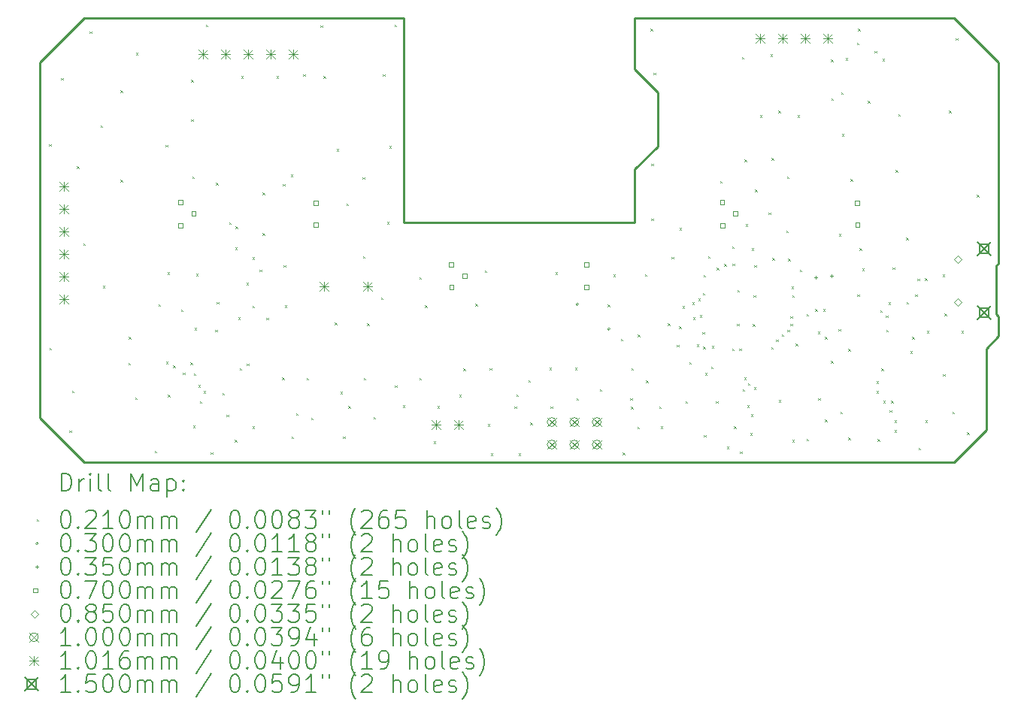
<source format=gbr>
%TF.GenerationSoftware,KiCad,Pcbnew,9.0.0*%
%TF.CreationDate,2025-04-22T12:37:27+01:00*%
%TF.ProjectId,FED3_v7.3,46454433-5f76-4372-9e33-2e6b69636164,rev?*%
%TF.SameCoordinates,Original*%
%TF.FileFunction,Drillmap*%
%TF.FilePolarity,Positive*%
%FSLAX45Y45*%
G04 Gerber Fmt 4.5, Leading zero omitted, Abs format (unit mm)*
G04 Created by KiCad (PCBNEW 9.0.0) date 2025-04-22 12:37:27*
%MOMM*%
%LPD*%
G01*
G04 APERTURE LIST*
%ADD10C,0.250000*%
%ADD11C,0.200000*%
%ADD12C,0.100000*%
%ADD13C,0.101600*%
%ADD14C,0.150000*%
G04 APERTURE END LIST*
D10*
X20110110Y-12640360D02*
X20110110Y-11720360D01*
X16150110Y-10300360D02*
X13550110Y-10300360D01*
X16150110Y-8000360D02*
X16150110Y-8575160D01*
X16150110Y-8575160D02*
X16409710Y-8834760D01*
X9950110Y-8000360D02*
X9450110Y-8500360D01*
X20222110Y-10788360D02*
X20250110Y-10760360D01*
X20250110Y-8500360D02*
X19750110Y-8000360D01*
X20222110Y-11332360D02*
X20222110Y-10788360D01*
X20250110Y-10760360D02*
X20250110Y-8500360D01*
X16150110Y-9698360D02*
X16150110Y-10300360D01*
X20250110Y-11360360D02*
X20222110Y-11332360D01*
X13550110Y-10300360D02*
X13550110Y-8000360D01*
X9450110Y-12500360D02*
X9950110Y-13000360D01*
X16409710Y-8834760D02*
X16409710Y-9444360D01*
X19750110Y-13000360D02*
X20110110Y-12640360D01*
X19750110Y-8000360D02*
X16150110Y-8000360D01*
X20250110Y-11580360D02*
X20250110Y-11360360D01*
X9450110Y-8500360D02*
X9450110Y-12500360D01*
X9950110Y-13000360D02*
X19750110Y-13000360D01*
X16409710Y-9444360D02*
X16150110Y-9698360D01*
X20110110Y-11720360D02*
X20250110Y-11580360D01*
X13550110Y-8000360D02*
X9950110Y-8000360D01*
D11*
D12*
X9558610Y-9418460D02*
X9579610Y-9439460D01*
X9579610Y-9418460D02*
X9558610Y-9439460D01*
X9560890Y-11711640D02*
X9581890Y-11732640D01*
X9581890Y-11711640D02*
X9560890Y-11732640D01*
X9692000Y-8672000D02*
X9713000Y-8693000D01*
X9713000Y-8672000D02*
X9692000Y-8693000D01*
X9787210Y-12644260D02*
X9808210Y-12665260D01*
X9808210Y-12644260D02*
X9787210Y-12665260D01*
X9814890Y-12194240D02*
X9835890Y-12215240D01*
X9835890Y-12194240D02*
X9814890Y-12215240D01*
X9871030Y-9667380D02*
X9892030Y-9688380D01*
X9892030Y-9667380D02*
X9871030Y-9688380D01*
X9944500Y-10534500D02*
X9965500Y-10555500D01*
X9965500Y-10534500D02*
X9944500Y-10555500D01*
X10015810Y-8148460D02*
X10036810Y-8169460D01*
X10036810Y-8148460D02*
X10015810Y-8169460D01*
X10137000Y-9207000D02*
X10158000Y-9228000D01*
X10158000Y-9207000D02*
X10137000Y-9228000D01*
X10162000Y-11012000D02*
X10183000Y-11033000D01*
X10183000Y-11012000D02*
X10162000Y-11033000D01*
X10362000Y-8812000D02*
X10383000Y-8833000D01*
X10383000Y-8812000D02*
X10362000Y-8833000D01*
X10362000Y-9819500D02*
X10383000Y-9840500D01*
X10383000Y-9819500D02*
X10362000Y-9840500D01*
X10449500Y-11879500D02*
X10470500Y-11900500D01*
X10470500Y-11879500D02*
X10449500Y-11900500D01*
X10454500Y-11589500D02*
X10475500Y-11610500D01*
X10475500Y-11589500D02*
X10454500Y-11610500D01*
X10529500Y-12269500D02*
X10550500Y-12290500D01*
X10550500Y-12269500D02*
X10529500Y-12290500D01*
X10537000Y-8387000D02*
X10558000Y-8408000D01*
X10558000Y-8387000D02*
X10537000Y-8408000D01*
X10749500Y-12869500D02*
X10770500Y-12890500D01*
X10770500Y-12869500D02*
X10749500Y-12890500D01*
X10789500Y-11219500D02*
X10810500Y-11240500D01*
X10810500Y-11219500D02*
X10789500Y-11240500D01*
X10872000Y-9427000D02*
X10893000Y-9448000D01*
X10893000Y-9427000D02*
X10872000Y-9448000D01*
X10874500Y-11869500D02*
X10895500Y-11890500D01*
X10895500Y-11869500D02*
X10874500Y-11890500D01*
X10889500Y-10859500D02*
X10910500Y-10880500D01*
X10910500Y-10859500D02*
X10889500Y-10880500D01*
X10894500Y-12242000D02*
X10915500Y-12263000D01*
X10915500Y-12242000D02*
X10894500Y-12263000D01*
X10954500Y-11912000D02*
X10975500Y-11933000D01*
X10975500Y-11912000D02*
X10954500Y-11933000D01*
X11042000Y-11279500D02*
X11063000Y-11300500D01*
X11063000Y-11279500D02*
X11042000Y-11300500D01*
X11067000Y-11989500D02*
X11088000Y-12010500D01*
X11088000Y-11989500D02*
X11067000Y-12010500D01*
X11149500Y-11877000D02*
X11170500Y-11898000D01*
X11170500Y-11877000D02*
X11149500Y-11898000D01*
X11158810Y-8694560D02*
X11179810Y-8715560D01*
X11179810Y-8694560D02*
X11158810Y-8715560D01*
X11158810Y-9139060D02*
X11179810Y-9160060D01*
X11179810Y-9139060D02*
X11158810Y-9160060D01*
X11169500Y-9779500D02*
X11190500Y-9800500D01*
X11190500Y-9779500D02*
X11169500Y-9800500D01*
X11179500Y-12589500D02*
X11200500Y-12610500D01*
X11200500Y-12589500D02*
X11179500Y-12610500D01*
X11187000Y-11999500D02*
X11208000Y-12020500D01*
X11208000Y-11999500D02*
X11187000Y-12020500D01*
X11197000Y-11487000D02*
X11218000Y-11508000D01*
X11218000Y-11487000D02*
X11197000Y-11508000D01*
X11212000Y-10877000D02*
X11233000Y-10898000D01*
X11233000Y-10877000D02*
X11212000Y-10898000D01*
X11237000Y-12129500D02*
X11258000Y-12150500D01*
X11258000Y-12129500D02*
X11237000Y-12150500D01*
X11257000Y-12314500D02*
X11278000Y-12335500D01*
X11278000Y-12314500D02*
X11257000Y-12335500D01*
X11297000Y-12199500D02*
X11318000Y-12220500D01*
X11318000Y-12199500D02*
X11297000Y-12220500D01*
X11322000Y-8069500D02*
X11343000Y-8090500D01*
X11343000Y-8069500D02*
X11322000Y-8090500D01*
X11379500Y-12889500D02*
X11400500Y-12910500D01*
X11400500Y-12889500D02*
X11379500Y-12910500D01*
X11429500Y-11509500D02*
X11450500Y-11530500D01*
X11450500Y-11509500D02*
X11429500Y-11530500D01*
X11439500Y-9851500D02*
X11460500Y-9872500D01*
X11460500Y-9851500D02*
X11439500Y-9872500D01*
X11444500Y-11194500D02*
X11465500Y-11215500D01*
X11465500Y-11194500D02*
X11444500Y-11215500D01*
X11509500Y-12219500D02*
X11530500Y-12240500D01*
X11530500Y-12219500D02*
X11509500Y-12240500D01*
X11554500Y-12467000D02*
X11575500Y-12488000D01*
X11575500Y-12467000D02*
X11554500Y-12488000D01*
X11584500Y-10299500D02*
X11605500Y-10320500D01*
X11605500Y-10299500D02*
X11584500Y-10320500D01*
X11649500Y-12749500D02*
X11670500Y-12770500D01*
X11670500Y-12749500D02*
X11649500Y-12770500D01*
X11654500Y-10579500D02*
X11675500Y-10600500D01*
X11675500Y-10579500D02*
X11654500Y-10600500D01*
X11659500Y-10344500D02*
X11680500Y-10365500D01*
X11680500Y-10344500D02*
X11659500Y-10365500D01*
X11689500Y-11369500D02*
X11710500Y-11390500D01*
X11710500Y-11369500D02*
X11689500Y-11390500D01*
X11704500Y-11939000D02*
X11725500Y-11960000D01*
X11725500Y-11939000D02*
X11704500Y-11960000D01*
X11719500Y-8649500D02*
X11740500Y-8670500D01*
X11740500Y-8649500D02*
X11719500Y-8670500D01*
X11779500Y-10979500D02*
X11800500Y-11000500D01*
X11800500Y-10979500D02*
X11779500Y-11000500D01*
X11784457Y-11889000D02*
X11805457Y-11910000D01*
X11805457Y-11889000D02*
X11784457Y-11910000D01*
X11847000Y-12594500D02*
X11868000Y-12615500D01*
X11868000Y-12594500D02*
X11847000Y-12615500D01*
X11849500Y-10689500D02*
X11870500Y-10710500D01*
X11870500Y-10689500D02*
X11849500Y-10710500D01*
X11849500Y-11239500D02*
X11870500Y-11260500D01*
X11870500Y-11239500D02*
X11849500Y-11260500D01*
X11929500Y-10829500D02*
X11950500Y-10850500D01*
X11950500Y-10829500D02*
X11929500Y-10850500D01*
X11964500Y-9964500D02*
X11985500Y-9985500D01*
X11985500Y-9964500D02*
X11964500Y-9985500D01*
X11964500Y-10419500D02*
X11985500Y-10440500D01*
X11985500Y-10419500D02*
X11964500Y-10440500D01*
X12004500Y-11372500D02*
X12025500Y-11393500D01*
X12025500Y-11372500D02*
X12004500Y-11393500D01*
X12119500Y-8649500D02*
X12140500Y-8670500D01*
X12140500Y-8649500D02*
X12119500Y-8670500D01*
X12184500Y-12044500D02*
X12205500Y-12065500D01*
X12205500Y-12044500D02*
X12184500Y-12065500D01*
X12189500Y-9864500D02*
X12210500Y-9885500D01*
X12210500Y-9864500D02*
X12189500Y-9885500D01*
X12199500Y-10779500D02*
X12220500Y-10800500D01*
X12220500Y-10779500D02*
X12199500Y-10800500D01*
X12212000Y-11232000D02*
X12233000Y-11253000D01*
X12233000Y-11232000D02*
X12212000Y-11253000D01*
X12279500Y-9759500D02*
X12300500Y-9780500D01*
X12300500Y-9759500D02*
X12279500Y-9780500D01*
X12289500Y-12709500D02*
X12310500Y-12730500D01*
X12310500Y-12709500D02*
X12289500Y-12730500D01*
X12339500Y-12449500D02*
X12360500Y-12470500D01*
X12360500Y-12449500D02*
X12339500Y-12470500D01*
X12419500Y-8629500D02*
X12440500Y-8650500D01*
X12440500Y-8629500D02*
X12419500Y-8650500D01*
X12459500Y-12049500D02*
X12480500Y-12070500D01*
X12480500Y-12049500D02*
X12459500Y-12070500D01*
X12509500Y-12499500D02*
X12530500Y-12520500D01*
X12530500Y-12499500D02*
X12509500Y-12520500D01*
X12614500Y-8079500D02*
X12635500Y-8100500D01*
X12635500Y-8079500D02*
X12614500Y-8100500D01*
X12649500Y-8649500D02*
X12670500Y-8670500D01*
X12670500Y-8649500D02*
X12649500Y-8670500D01*
X12774500Y-11429500D02*
X12795500Y-11450500D01*
X12795500Y-11429500D02*
X12774500Y-11450500D01*
X12797810Y-9472800D02*
X12818810Y-9493800D01*
X12818810Y-9472800D02*
X12797810Y-9493800D01*
X12839500Y-12207000D02*
X12860500Y-12228000D01*
X12860500Y-12207000D02*
X12839500Y-12228000D01*
X12869500Y-12709500D02*
X12890500Y-12730500D01*
X12890500Y-12709500D02*
X12869500Y-12730500D01*
X12907000Y-10087000D02*
X12928000Y-10108000D01*
X12928000Y-10087000D02*
X12907000Y-10108000D01*
X12929500Y-12369500D02*
X12950500Y-12390500D01*
X12950500Y-12369500D02*
X12929500Y-12390500D01*
X13089500Y-9789500D02*
X13110500Y-9810500D01*
X13110500Y-9789500D02*
X13089500Y-9810500D01*
X13092000Y-10679500D02*
X13113000Y-10700500D01*
X13113000Y-10679500D02*
X13092000Y-10700500D01*
X13099500Y-12049500D02*
X13120500Y-12070500D01*
X13120500Y-12049500D02*
X13099500Y-12070500D01*
X13140003Y-11437063D02*
X13161003Y-11458063D01*
X13161003Y-11437063D02*
X13140003Y-11458063D01*
X13209500Y-12489500D02*
X13230500Y-12510500D01*
X13230500Y-12489500D02*
X13209500Y-12510500D01*
X13294500Y-11144500D02*
X13315500Y-11165500D01*
X13315500Y-11144500D02*
X13294500Y-11165500D01*
X13317810Y-8631060D02*
X13338810Y-8652060D01*
X13338810Y-8631060D02*
X13317810Y-8652060D01*
X13364500Y-10294500D02*
X13385500Y-10315500D01*
X13385500Y-10294500D02*
X13364500Y-10315500D01*
X13389500Y-9439500D02*
X13410500Y-9460500D01*
X13410500Y-9439500D02*
X13389500Y-9460500D01*
X13449500Y-8069500D02*
X13470500Y-8090500D01*
X13470500Y-8069500D02*
X13449500Y-8090500D01*
X13452000Y-12134500D02*
X13473000Y-12155500D01*
X13473000Y-12134500D02*
X13452000Y-12155500D01*
X13539500Y-12361100D02*
X13560500Y-12382100D01*
X13560500Y-12361100D02*
X13539500Y-12382100D01*
X13729030Y-10914080D02*
X13750030Y-10935080D01*
X13750030Y-10914080D02*
X13729030Y-10935080D01*
X13729500Y-12049500D02*
X13750500Y-12070500D01*
X13750500Y-12049500D02*
X13729500Y-12070500D01*
X13792000Y-11232000D02*
X13813000Y-11253000D01*
X13813000Y-11232000D02*
X13792000Y-11253000D01*
X13889500Y-12767000D02*
X13910500Y-12788000D01*
X13910500Y-12767000D02*
X13889500Y-12788000D01*
X13929500Y-12369500D02*
X13950500Y-12390500D01*
X13950500Y-12369500D02*
X13929500Y-12390500D01*
X14177000Y-12239500D02*
X14198000Y-12260500D01*
X14198000Y-12239500D02*
X14177000Y-12260500D01*
X14224500Y-11944500D02*
X14245500Y-11965500D01*
X14245500Y-11944500D02*
X14224500Y-11965500D01*
X14359500Y-11214500D02*
X14380500Y-11235500D01*
X14380500Y-11214500D02*
X14359500Y-11235500D01*
X14465630Y-10840420D02*
X14486630Y-10861420D01*
X14486630Y-10840420D02*
X14465630Y-10861420D01*
X14499500Y-12569500D02*
X14520500Y-12590500D01*
X14520500Y-12569500D02*
X14499500Y-12590500D01*
X14519500Y-11939500D02*
X14540500Y-11960500D01*
X14540500Y-11939500D02*
X14519500Y-11960500D01*
X14532000Y-12902000D02*
X14553000Y-12923000D01*
X14553000Y-12902000D02*
X14532000Y-12923000D01*
X14799010Y-12371120D02*
X14820010Y-12392120D01*
X14820010Y-12371120D02*
X14799010Y-12392120D01*
X14822000Y-12237000D02*
X14843000Y-12258000D01*
X14843000Y-12237000D02*
X14822000Y-12258000D01*
X14844500Y-12902000D02*
X14865500Y-12923000D01*
X14865500Y-12902000D02*
X14844500Y-12923000D01*
X14954500Y-12074500D02*
X14975500Y-12095500D01*
X14975500Y-12074500D02*
X14954500Y-12095500D01*
X14977000Y-12554500D02*
X14998000Y-12575500D01*
X14998000Y-12554500D02*
X14977000Y-12575500D01*
X15192000Y-11937000D02*
X15213000Y-11958000D01*
X15213000Y-11937000D02*
X15192000Y-11958000D01*
X15205410Y-12371120D02*
X15226410Y-12392120D01*
X15226410Y-12371120D02*
X15205410Y-12392120D01*
X15259500Y-10859500D02*
X15280500Y-10880500D01*
X15280500Y-10859500D02*
X15259500Y-10880500D01*
X15482000Y-11937000D02*
X15503000Y-11958000D01*
X15503000Y-11937000D02*
X15482000Y-11958000D01*
X15497000Y-12279500D02*
X15518000Y-12300500D01*
X15518000Y-12279500D02*
X15497000Y-12300500D01*
X15762000Y-12177000D02*
X15783000Y-12198000D01*
X15783000Y-12177000D02*
X15762000Y-12198000D01*
X15849000Y-11223000D02*
X15870000Y-11244000D01*
X15870000Y-11223000D02*
X15849000Y-11244000D01*
X15912000Y-10884500D02*
X15933000Y-10905500D01*
X15933000Y-10884500D02*
X15912000Y-10905500D01*
X15995500Y-11609500D02*
X16016500Y-11630500D01*
X16016500Y-11609500D02*
X15995500Y-11630500D01*
X16019500Y-12894500D02*
X16040500Y-12915500D01*
X16040500Y-12894500D02*
X16019500Y-12915500D01*
X16102000Y-12279500D02*
X16123000Y-12300500D01*
X16123000Y-12279500D02*
X16102000Y-12300500D01*
X16109500Y-12374500D02*
X16130500Y-12395500D01*
X16130500Y-12374500D02*
X16109500Y-12395500D01*
X16114500Y-11939500D02*
X16135500Y-11960500D01*
X16135500Y-11939500D02*
X16114500Y-11960500D01*
X16184500Y-12599500D02*
X16205500Y-12620500D01*
X16205500Y-12599500D02*
X16184500Y-12620500D01*
X16187214Y-11564372D02*
X16208214Y-11585372D01*
X16208214Y-11564372D02*
X16187214Y-11585372D01*
X16267000Y-10882000D02*
X16288000Y-10903000D01*
X16288000Y-10882000D02*
X16267000Y-10903000D01*
X16282000Y-12079500D02*
X16303000Y-12100500D01*
X16303000Y-12079500D02*
X16282000Y-12100500D01*
X16329500Y-8119500D02*
X16350500Y-8140500D01*
X16350500Y-8119500D02*
X16329500Y-8140500D01*
X16339500Y-9639500D02*
X16360500Y-9660500D01*
X16360500Y-9639500D02*
X16339500Y-9660500D01*
X16340410Y-10256660D02*
X16361410Y-10277660D01*
X16361410Y-10256660D02*
X16340410Y-10277660D01*
X16364500Y-8614500D02*
X16385500Y-8635500D01*
X16385500Y-8614500D02*
X16364500Y-8635500D01*
X16429500Y-12373660D02*
X16450500Y-12394660D01*
X16450500Y-12373660D02*
X16429500Y-12394660D01*
X16444500Y-12594500D02*
X16465500Y-12615500D01*
X16465500Y-12594500D02*
X16444500Y-12615500D01*
X16524500Y-11437000D02*
X16545500Y-11458000D01*
X16545500Y-11437000D02*
X16524500Y-11458000D01*
X16569500Y-10687000D02*
X16590500Y-10708000D01*
X16590500Y-10687000D02*
X16569500Y-10708000D01*
X16629500Y-11679500D02*
X16650500Y-11700500D01*
X16650500Y-11679500D02*
X16629500Y-11700500D01*
X16652000Y-11472000D02*
X16673000Y-11493000D01*
X16673000Y-11472000D02*
X16652000Y-11493000D01*
X16659500Y-10359500D02*
X16680500Y-10380500D01*
X16680500Y-10359500D02*
X16659500Y-10380500D01*
X16689399Y-11242887D02*
X16710399Y-11263887D01*
X16710399Y-11242887D02*
X16689399Y-11263887D01*
X16724500Y-12312000D02*
X16745500Y-12333000D01*
X16745500Y-12312000D02*
X16724500Y-12333000D01*
X16767000Y-11874500D02*
X16788000Y-11895500D01*
X16788000Y-11874500D02*
X16767000Y-11895500D01*
X16801500Y-11197610D02*
X16822500Y-11218610D01*
X16822500Y-11197610D02*
X16801500Y-11218610D01*
X16809500Y-11367000D02*
X16830500Y-11388000D01*
X16830500Y-11367000D02*
X16809500Y-11388000D01*
X16852014Y-11675046D02*
X16873014Y-11696046D01*
X16873014Y-11675046D02*
X16852014Y-11696046D01*
X16869000Y-11158500D02*
X16890000Y-11179500D01*
X16890000Y-11158500D02*
X16869000Y-11179500D01*
X16884500Y-11342000D02*
X16905500Y-11363000D01*
X16905500Y-11342000D02*
X16884500Y-11363000D01*
X16916500Y-11532000D02*
X16937500Y-11553000D01*
X16937500Y-11532000D02*
X16916500Y-11553000D01*
X16919500Y-11092000D02*
X16940500Y-11113000D01*
X16940500Y-11092000D02*
X16919500Y-11113000D01*
X16925128Y-11699200D02*
X16946128Y-11720200D01*
X16946128Y-11699200D02*
X16925128Y-11720200D01*
X16927000Y-10889500D02*
X16948000Y-10910500D01*
X16948000Y-10889500D02*
X16927000Y-10910500D01*
X16934500Y-12694500D02*
X16955500Y-12715500D01*
X16955500Y-12694500D02*
X16934500Y-12715500D01*
X16944845Y-11995600D02*
X16965845Y-12016600D01*
X16965845Y-11995600D02*
X16944845Y-12016600D01*
X16979500Y-10679500D02*
X17000500Y-10700500D01*
X17000500Y-10679500D02*
X16979500Y-10700500D01*
X17014500Y-11924500D02*
X17035500Y-11945500D01*
X17035500Y-11924500D02*
X17014500Y-11945500D01*
X17019500Y-11689500D02*
X17040500Y-11710500D01*
X17040500Y-11689500D02*
X17019500Y-11710500D01*
X17067000Y-12314500D02*
X17088000Y-12335500D01*
X17088000Y-12314500D02*
X17067000Y-12335500D01*
X17074500Y-10809500D02*
X17095500Y-10830500D01*
X17095500Y-10809500D02*
X17074500Y-10830500D01*
X17115490Y-9830100D02*
X17136490Y-9851100D01*
X17136490Y-9830100D02*
X17115490Y-9851100D01*
X17160750Y-10768250D02*
X17181750Y-10789250D01*
X17181750Y-10768250D02*
X17160750Y-10789250D01*
X17189500Y-12824500D02*
X17210500Y-12845500D01*
X17210500Y-12824500D02*
X17189500Y-12845500D01*
X17251085Y-11720446D02*
X17272085Y-11741446D01*
X17272085Y-11720446D02*
X17251085Y-11741446D01*
X17252000Y-10567000D02*
X17273000Y-10588000D01*
X17273000Y-10567000D02*
X17252000Y-10588000D01*
X17254500Y-10764500D02*
X17275500Y-10785500D01*
X17275500Y-10764500D02*
X17254500Y-10785500D01*
X17269500Y-12594500D02*
X17290500Y-12615500D01*
X17290500Y-12594500D02*
X17269500Y-12615500D01*
X17304500Y-11439500D02*
X17325500Y-11460500D01*
X17325500Y-11439500D02*
X17304500Y-11460500D01*
X17309500Y-11059500D02*
X17330500Y-11080500D01*
X17330500Y-11059500D02*
X17309500Y-11080500D01*
X17329500Y-11719481D02*
X17350500Y-11740481D01*
X17350500Y-11719481D02*
X17329500Y-11740481D01*
X17337000Y-12882000D02*
X17358000Y-12903000D01*
X17358000Y-12882000D02*
X17337000Y-12903000D01*
X17358690Y-8435040D02*
X17379690Y-8456040D01*
X17379690Y-8435040D02*
X17358690Y-8456040D01*
X17369500Y-12179500D02*
X17390500Y-12200500D01*
X17390500Y-12179500D02*
X17369500Y-12200500D01*
X17386788Y-12045432D02*
X17407788Y-12066432D01*
X17407788Y-12045432D02*
X17386788Y-12066432D01*
X17389500Y-9589500D02*
X17410500Y-9610500D01*
X17410500Y-9589500D02*
X17389500Y-9610500D01*
X17404500Y-10317000D02*
X17425500Y-10338000D01*
X17425500Y-10317000D02*
X17404500Y-10338000D01*
X17419500Y-12361100D02*
X17440500Y-12382100D01*
X17440500Y-12361100D02*
X17419500Y-12382100D01*
X17429500Y-12109500D02*
X17450500Y-12130500D01*
X17450500Y-12109500D02*
X17429500Y-12130500D01*
X17452000Y-12674500D02*
X17473000Y-12695500D01*
X17473000Y-12674500D02*
X17452000Y-12695500D01*
X17462000Y-12462000D02*
X17483000Y-12483000D01*
X17483000Y-12462000D02*
X17462000Y-12483000D01*
X17469500Y-10589500D02*
X17490500Y-10610500D01*
X17490500Y-10589500D02*
X17469500Y-10610500D01*
X17482000Y-11447000D02*
X17503000Y-11468000D01*
X17503000Y-11447000D02*
X17482000Y-11468000D01*
X17491110Y-11119582D02*
X17512110Y-11140582D01*
X17512110Y-11119582D02*
X17491110Y-11140582D01*
X17494500Y-12154500D02*
X17515500Y-12175500D01*
X17515500Y-12154500D02*
X17494500Y-12175500D01*
X17499500Y-10779500D02*
X17520500Y-10800500D01*
X17520500Y-10779500D02*
X17499500Y-10800500D01*
X17509500Y-9929500D02*
X17530500Y-9950500D01*
X17530500Y-9929500D02*
X17509500Y-9950500D01*
X17563050Y-9092440D02*
X17584050Y-9113440D01*
X17584050Y-9092440D02*
X17563050Y-9113440D01*
X17659500Y-10189500D02*
X17680500Y-10210500D01*
X17680500Y-10189500D02*
X17659500Y-10210500D01*
X17679890Y-8406640D02*
X17700890Y-8427640D01*
X17700890Y-8406640D02*
X17679890Y-8427640D01*
X17689500Y-11704251D02*
X17710500Y-11725251D01*
X17710500Y-11704251D02*
X17689500Y-11725251D01*
X17694500Y-9572000D02*
X17715500Y-9593000D01*
X17715500Y-9572000D02*
X17694500Y-9593000D01*
X17704500Y-10699500D02*
X17725500Y-10720500D01*
X17725500Y-10699500D02*
X17704500Y-10720500D01*
X17744500Y-11619500D02*
X17765500Y-11640500D01*
X17765500Y-11619500D02*
X17744500Y-11640500D01*
X17769500Y-9039500D02*
X17790500Y-9060500D01*
X17790500Y-9039500D02*
X17769500Y-9060500D01*
X17777000Y-12302000D02*
X17798000Y-12323000D01*
X17798000Y-12302000D02*
X17777000Y-12323000D01*
X17810078Y-11559500D02*
X17831078Y-11580500D01*
X17831078Y-11559500D02*
X17810078Y-11580500D01*
X17859500Y-10392000D02*
X17880500Y-10413000D01*
X17880500Y-10392000D02*
X17859500Y-10413000D01*
X17869500Y-9779500D02*
X17890500Y-9800500D01*
X17890500Y-9779500D02*
X17869500Y-9800500D01*
X17870499Y-11506979D02*
X17891499Y-11527979D01*
X17891499Y-11506979D02*
X17870499Y-11527979D01*
X17882000Y-10709500D02*
X17903000Y-10730500D01*
X17903000Y-10709500D02*
X17882000Y-10730500D01*
X17906926Y-11439141D02*
X17927926Y-11460141D01*
X17927926Y-11439141D02*
X17906926Y-11460141D01*
X17907341Y-11353995D02*
X17928341Y-11374995D01*
X17928341Y-11353995D02*
X17907341Y-11374995D01*
X17919500Y-11022000D02*
X17940500Y-11043000D01*
X17940500Y-11022000D02*
X17919500Y-11043000D01*
X17929500Y-11119500D02*
X17950500Y-11140500D01*
X17950500Y-11119500D02*
X17929500Y-11140500D01*
X17929500Y-12749500D02*
X17950500Y-12770500D01*
X17950500Y-12749500D02*
X17929500Y-12770500D01*
X17964500Y-11667000D02*
X17985500Y-11688000D01*
X17985500Y-11667000D02*
X17964500Y-11688000D01*
X17984690Y-9092440D02*
X18005690Y-9113440D01*
X18005690Y-9092440D02*
X17984690Y-9113440D01*
X18012000Y-10829500D02*
X18033000Y-10850500D01*
X18033000Y-10829500D02*
X18012000Y-10850500D01*
X18089500Y-11329500D02*
X18110500Y-11350500D01*
X18110500Y-11329500D02*
X18089500Y-11350500D01*
X18089500Y-12734500D02*
X18110500Y-12755500D01*
X18110500Y-12734500D02*
X18089500Y-12755500D01*
X18187000Y-11277500D02*
X18208000Y-11298500D01*
X18208000Y-11277500D02*
X18187000Y-11298500D01*
X18217000Y-11529500D02*
X18238000Y-11550500D01*
X18238000Y-11529500D02*
X18217000Y-11550500D01*
X18219500Y-12279500D02*
X18240500Y-12300500D01*
X18240500Y-12279500D02*
X18219500Y-12300500D01*
X18274500Y-11277500D02*
X18295500Y-11298500D01*
X18295500Y-11277500D02*
X18274500Y-11298500D01*
X18296500Y-11589500D02*
X18317500Y-11610500D01*
X18317500Y-11589500D02*
X18296500Y-11610500D01*
X18296500Y-12519500D02*
X18317500Y-12540500D01*
X18317500Y-12519500D02*
X18296500Y-12540500D01*
X18364500Y-8464500D02*
X18385500Y-8485500D01*
X18385500Y-8464500D02*
X18364500Y-8485500D01*
X18364500Y-11859500D02*
X18385500Y-11880500D01*
X18385500Y-11859500D02*
X18364500Y-11880500D01*
X18365460Y-8900460D02*
X18386460Y-8921460D01*
X18386460Y-8900460D02*
X18365460Y-8921460D01*
X18449500Y-11499500D02*
X18470500Y-11520500D01*
X18470500Y-11499500D02*
X18449500Y-11520500D01*
X18452000Y-10427000D02*
X18473000Y-10448000D01*
X18473000Y-10427000D02*
X18452000Y-10448000D01*
X18467000Y-12429500D02*
X18488000Y-12450500D01*
X18488000Y-12429500D02*
X18467000Y-12450500D01*
X18479500Y-8834500D02*
X18500500Y-8855500D01*
X18500500Y-8834500D02*
X18479500Y-8855500D01*
X18486450Y-9303720D02*
X18507450Y-9324720D01*
X18507450Y-9303720D02*
X18486450Y-9324720D01*
X18527500Y-8446500D02*
X18548500Y-8467500D01*
X18548500Y-8446500D02*
X18527500Y-8467500D01*
X18559500Y-11724500D02*
X18580500Y-11745500D01*
X18580500Y-11724500D02*
X18559500Y-11745500D01*
X18559500Y-12724500D02*
X18580500Y-12745500D01*
X18580500Y-12724500D02*
X18559500Y-12745500D01*
X18584500Y-9809500D02*
X18605500Y-9830500D01*
X18605500Y-9809500D02*
X18584500Y-9830500D01*
X18654060Y-8273500D02*
X18675060Y-8294500D01*
X18675060Y-8273500D02*
X18654060Y-8294500D01*
X18658619Y-11109554D02*
X18679619Y-11130554D01*
X18679619Y-11109554D02*
X18658619Y-11130554D01*
X18669500Y-8119500D02*
X18690500Y-8140500D01*
X18690500Y-8119500D02*
X18669500Y-8140500D01*
X18687000Y-10589500D02*
X18708000Y-10610500D01*
X18708000Y-10589500D02*
X18687000Y-10610500D01*
X18714500Y-10819500D02*
X18735500Y-10840500D01*
X18735500Y-10819500D02*
X18714500Y-10840500D01*
X18779500Y-8932000D02*
X18800500Y-8953000D01*
X18800500Y-8932000D02*
X18779500Y-8953000D01*
X18853060Y-8369500D02*
X18874060Y-8390500D01*
X18874060Y-8369500D02*
X18853060Y-8390500D01*
X18876017Y-12089500D02*
X18897017Y-12110500D01*
X18897017Y-12089500D02*
X18876017Y-12110500D01*
X18877000Y-12199500D02*
X18898000Y-12220500D01*
X18898000Y-12199500D02*
X18877000Y-12220500D01*
X18887000Y-12739500D02*
X18908000Y-12760500D01*
X18908000Y-12739500D02*
X18887000Y-12760500D01*
X18919500Y-11289500D02*
X18940500Y-11310500D01*
X18940500Y-11289500D02*
X18919500Y-11310500D01*
X18929500Y-11944500D02*
X18950500Y-11965500D01*
X18950500Y-11944500D02*
X18929500Y-11965500D01*
X18944280Y-8456720D02*
X18965280Y-8477720D01*
X18965280Y-8456720D02*
X18944280Y-8477720D01*
X18952000Y-12309500D02*
X18973000Y-12330500D01*
X18973000Y-12309500D02*
X18952000Y-12330500D01*
X18979500Y-11349500D02*
X19000500Y-11370500D01*
X19000500Y-11349500D02*
X18979500Y-11370500D01*
X18984500Y-11509500D02*
X19005500Y-11530500D01*
X19005500Y-11509500D02*
X18984500Y-11530500D01*
X19009500Y-11199500D02*
X19030500Y-11220500D01*
X19030500Y-11199500D02*
X19009500Y-11220500D01*
X19024500Y-12414500D02*
X19045500Y-12435500D01*
X19045500Y-12414500D02*
X19024500Y-12435500D01*
X19042000Y-12309500D02*
X19063000Y-12330500D01*
X19063000Y-12309500D02*
X19042000Y-12330500D01*
X19059500Y-10804500D02*
X19080500Y-10825500D01*
X19080500Y-10804500D02*
X19059500Y-10825500D01*
X19077000Y-12639500D02*
X19098000Y-12660500D01*
X19098000Y-12639500D02*
X19077000Y-12660500D01*
X19079500Y-12529500D02*
X19100500Y-12550500D01*
X19100500Y-12529500D02*
X19079500Y-12550500D01*
X19089500Y-9709500D02*
X19110500Y-9730500D01*
X19110500Y-9709500D02*
X19089500Y-9730500D01*
X19119500Y-9079500D02*
X19140500Y-9100500D01*
X19140500Y-9079500D02*
X19119500Y-9100500D01*
X19209500Y-10469500D02*
X19230500Y-10490500D01*
X19230500Y-10469500D02*
X19209500Y-10490500D01*
X19212500Y-11196500D02*
X19233500Y-11217500D01*
X19233500Y-11196500D02*
X19212500Y-11217500D01*
X19255500Y-11749500D02*
X19276500Y-11770500D01*
X19276500Y-11749500D02*
X19255500Y-11770500D01*
X19277000Y-11589500D02*
X19298000Y-11610500D01*
X19298000Y-11589500D02*
X19277000Y-11610500D01*
X19312000Y-11112000D02*
X19333000Y-11133000D01*
X19333000Y-11112000D02*
X19312000Y-11133000D01*
X19336402Y-10934266D02*
X19357402Y-10955266D01*
X19357402Y-10934266D02*
X19336402Y-10955266D01*
X19349500Y-12839500D02*
X19370500Y-12860500D01*
X19370500Y-12839500D02*
X19349500Y-12860500D01*
X19423281Y-10926553D02*
X19444281Y-10947553D01*
X19444281Y-10926553D02*
X19423281Y-10947553D01*
X19424500Y-12527000D02*
X19445500Y-12548000D01*
X19445500Y-12527000D02*
X19424500Y-12548000D01*
X19443500Y-11519500D02*
X19464500Y-11540500D01*
X19464500Y-11519500D02*
X19443500Y-11540500D01*
X19622000Y-10884500D02*
X19643000Y-10905500D01*
X19643000Y-10884500D02*
X19622000Y-10905500D01*
X19623500Y-12006500D02*
X19644500Y-12027500D01*
X19644500Y-12006500D02*
X19623500Y-12027500D01*
X19642500Y-11325500D02*
X19663500Y-11346500D01*
X19663500Y-11325500D02*
X19642500Y-11346500D01*
X19692950Y-9042100D02*
X19713950Y-9063100D01*
X19713950Y-9042100D02*
X19692950Y-9063100D01*
X19730500Y-12429500D02*
X19751500Y-12450500D01*
X19751500Y-12429500D02*
X19730500Y-12450500D01*
X19769410Y-8224660D02*
X19790410Y-8245660D01*
X19790410Y-8224660D02*
X19769410Y-8245660D01*
X19832000Y-11522000D02*
X19853000Y-11543000D01*
X19853000Y-11522000D02*
X19832000Y-11543000D01*
X19897000Y-12664500D02*
X19918000Y-12685500D01*
X19918000Y-12664500D02*
X19897000Y-12685500D01*
X20004500Y-9987000D02*
X20025500Y-10008000D01*
X20025500Y-9987000D02*
X20004500Y-10008000D01*
X15520000Y-11220000D02*
G75*
G02*
X15490000Y-11220000I-15000J0D01*
G01*
X15490000Y-11220000D02*
G75*
G02*
X15520000Y-11220000I15000J0D01*
G01*
X15875000Y-11500000D02*
G75*
G02*
X15845000Y-11500000I-15000J0D01*
G01*
X15845000Y-11500000D02*
G75*
G02*
X15875000Y-11500000I15000J0D01*
G01*
X18190000Y-10900500D02*
X18190000Y-10935500D01*
X18172500Y-10918000D02*
X18207500Y-10918000D01*
X18370000Y-10882500D02*
X18370000Y-10917500D01*
X18352500Y-10900000D02*
X18387500Y-10900000D01*
X11062859Y-10098109D02*
X11062859Y-10048611D01*
X11013361Y-10048611D01*
X11013361Y-10098109D01*
X11062859Y-10098109D01*
X11064859Y-10355109D02*
X11064859Y-10305611D01*
X11015361Y-10305611D01*
X11015361Y-10355109D01*
X11064859Y-10355109D01*
X11209859Y-10225109D02*
X11209859Y-10175611D01*
X11160361Y-10175611D01*
X11160361Y-10225109D01*
X11209859Y-10225109D01*
X12584859Y-10101109D02*
X12584859Y-10051611D01*
X12535361Y-10051611D01*
X12535361Y-10101109D01*
X12584859Y-10101109D01*
X12586859Y-10352109D02*
X12586859Y-10302611D01*
X12537361Y-10302611D01*
X12537361Y-10352109D01*
X12586859Y-10352109D01*
X14112859Y-10798109D02*
X14112859Y-10748611D01*
X14063361Y-10748611D01*
X14063361Y-10798109D01*
X14112859Y-10798109D01*
X14114859Y-11055109D02*
X14114859Y-11005611D01*
X14065361Y-11005611D01*
X14065361Y-11055109D01*
X14114859Y-11055109D01*
X14259859Y-10925109D02*
X14259859Y-10875611D01*
X14210361Y-10875611D01*
X14210361Y-10925109D01*
X14259859Y-10925109D01*
X15634859Y-10801109D02*
X15634859Y-10751611D01*
X15585361Y-10751611D01*
X15585361Y-10801109D01*
X15634859Y-10801109D01*
X15636859Y-11052109D02*
X15636859Y-11002611D01*
X15587361Y-11002611D01*
X15587361Y-11052109D01*
X15636859Y-11052109D01*
X17162859Y-10098109D02*
X17162859Y-10048611D01*
X17113361Y-10048611D01*
X17113361Y-10098109D01*
X17162859Y-10098109D01*
X17164859Y-10355109D02*
X17164859Y-10305611D01*
X17115361Y-10305611D01*
X17115361Y-10355109D01*
X17164859Y-10355109D01*
X17309859Y-10225109D02*
X17309859Y-10175611D01*
X17260361Y-10175611D01*
X17260361Y-10225109D01*
X17309859Y-10225109D01*
X18684859Y-10101109D02*
X18684859Y-10051611D01*
X18635361Y-10051611D01*
X18635361Y-10101109D01*
X18684859Y-10101109D01*
X18686859Y-10352109D02*
X18686859Y-10302611D01*
X18637361Y-10302611D01*
X18637361Y-10352109D01*
X18686859Y-10352109D01*
X19790000Y-10755000D02*
X19832500Y-10712500D01*
X19790000Y-10670000D01*
X19747500Y-10712500D01*
X19790000Y-10755000D01*
X19790000Y-11240000D02*
X19832500Y-11197500D01*
X19790000Y-11155000D01*
X19747500Y-11197500D01*
X19790000Y-11240000D01*
X15167500Y-12497500D02*
X15267500Y-12597500D01*
X15267500Y-12497500D02*
X15167500Y-12597500D01*
X15267500Y-12547500D02*
G75*
G02*
X15167500Y-12547500I-50000J0D01*
G01*
X15167500Y-12547500D02*
G75*
G02*
X15267500Y-12547500I50000J0D01*
G01*
X15167500Y-12751500D02*
X15267500Y-12851500D01*
X15267500Y-12751500D02*
X15167500Y-12851500D01*
X15267500Y-12801500D02*
G75*
G02*
X15167500Y-12801500I-50000J0D01*
G01*
X15167500Y-12801500D02*
G75*
G02*
X15267500Y-12801500I50000J0D01*
G01*
X15421500Y-12497500D02*
X15521500Y-12597500D01*
X15521500Y-12497500D02*
X15421500Y-12597500D01*
X15521500Y-12547500D02*
G75*
G02*
X15421500Y-12547500I-50000J0D01*
G01*
X15421500Y-12547500D02*
G75*
G02*
X15521500Y-12547500I50000J0D01*
G01*
X15421500Y-12751500D02*
X15521500Y-12851500D01*
X15521500Y-12751500D02*
X15421500Y-12851500D01*
X15521500Y-12801500D02*
G75*
G02*
X15421500Y-12801500I-50000J0D01*
G01*
X15421500Y-12801500D02*
G75*
G02*
X15521500Y-12801500I50000J0D01*
G01*
X15675500Y-12497500D02*
X15775500Y-12597500D01*
X15775500Y-12497500D02*
X15675500Y-12597500D01*
X15775500Y-12547500D02*
G75*
G02*
X15675500Y-12547500I-50000J0D01*
G01*
X15675500Y-12547500D02*
G75*
G02*
X15775500Y-12547500I50000J0D01*
G01*
X15675500Y-12751500D02*
X15775500Y-12851500D01*
X15775500Y-12751500D02*
X15675500Y-12851500D01*
X15775500Y-12801500D02*
G75*
G02*
X15675500Y-12801500I-50000J0D01*
G01*
X15675500Y-12801500D02*
G75*
G02*
X15775500Y-12801500I50000J0D01*
G01*
D13*
X9674310Y-9839560D02*
X9775910Y-9941160D01*
X9775910Y-9839560D02*
X9674310Y-9941160D01*
X9725110Y-9839560D02*
X9725110Y-9941160D01*
X9674310Y-9890360D02*
X9775910Y-9890360D01*
X9674310Y-10093560D02*
X9775910Y-10195160D01*
X9775910Y-10093560D02*
X9674310Y-10195160D01*
X9725110Y-10093560D02*
X9725110Y-10195160D01*
X9674310Y-10144360D02*
X9775910Y-10144360D01*
X9674310Y-10347560D02*
X9775910Y-10449160D01*
X9775910Y-10347560D02*
X9674310Y-10449160D01*
X9725110Y-10347560D02*
X9725110Y-10449160D01*
X9674310Y-10398360D02*
X9775910Y-10398360D01*
X9674310Y-10601560D02*
X9775910Y-10703160D01*
X9775910Y-10601560D02*
X9674310Y-10703160D01*
X9725110Y-10601560D02*
X9725110Y-10703160D01*
X9674310Y-10652360D02*
X9775910Y-10652360D01*
X9674310Y-10855560D02*
X9775910Y-10957160D01*
X9775910Y-10855560D02*
X9674310Y-10957160D01*
X9725110Y-10855560D02*
X9725110Y-10957160D01*
X9674310Y-10906360D02*
X9775910Y-10906360D01*
X9674310Y-11109560D02*
X9775910Y-11211160D01*
X9775910Y-11109560D02*
X9674310Y-11211160D01*
X9725110Y-11109560D02*
X9725110Y-11211160D01*
X9674310Y-11160360D02*
X9775910Y-11160360D01*
X11241310Y-8349560D02*
X11342910Y-8451160D01*
X11342910Y-8349560D02*
X11241310Y-8451160D01*
X11292110Y-8349560D02*
X11292110Y-8451160D01*
X11241310Y-8400360D02*
X11342910Y-8400360D01*
X11495310Y-8349560D02*
X11596910Y-8451160D01*
X11596910Y-8349560D02*
X11495310Y-8451160D01*
X11546110Y-8349560D02*
X11546110Y-8451160D01*
X11495310Y-8400360D02*
X11596910Y-8400360D01*
X11749310Y-8349560D02*
X11850910Y-8451160D01*
X11850910Y-8349560D02*
X11749310Y-8451160D01*
X11800110Y-8349560D02*
X11800110Y-8451160D01*
X11749310Y-8400360D02*
X11850910Y-8400360D01*
X12003310Y-8349560D02*
X12104910Y-8451160D01*
X12104910Y-8349560D02*
X12003310Y-8451160D01*
X12054110Y-8349560D02*
X12054110Y-8451160D01*
X12003310Y-8400360D02*
X12104910Y-8400360D01*
X12257310Y-8349560D02*
X12358910Y-8451160D01*
X12358910Y-8349560D02*
X12257310Y-8451160D01*
X12308110Y-8349560D02*
X12308110Y-8451160D01*
X12257310Y-8400360D02*
X12358910Y-8400360D01*
X12600200Y-10967200D02*
X12701800Y-11068800D01*
X12701800Y-10967200D02*
X12600200Y-11068800D01*
X12651000Y-10967200D02*
X12651000Y-11068800D01*
X12600200Y-11018000D02*
X12701800Y-11018000D01*
X13095120Y-10967200D02*
X13196720Y-11068800D01*
X13196720Y-10967200D02*
X13095120Y-11068800D01*
X13145920Y-10967200D02*
X13145920Y-11068800D01*
X13095120Y-11018000D02*
X13196720Y-11018000D01*
X13864630Y-12522840D02*
X13966230Y-12624440D01*
X13966230Y-12522840D02*
X13864630Y-12624440D01*
X13915430Y-12522840D02*
X13915430Y-12624440D01*
X13864630Y-12573640D02*
X13966230Y-12573640D01*
X14118630Y-12522840D02*
X14220230Y-12624440D01*
X14220230Y-12522840D02*
X14118630Y-12624440D01*
X14169430Y-12522840D02*
X14169430Y-12624440D01*
X14118630Y-12573640D02*
X14220230Y-12573640D01*
X17518310Y-8171760D02*
X17619910Y-8273360D01*
X17619910Y-8171760D02*
X17518310Y-8273360D01*
X17569110Y-8171760D02*
X17569110Y-8273360D01*
X17518310Y-8222560D02*
X17619910Y-8222560D01*
X17772310Y-8171760D02*
X17873910Y-8273360D01*
X17873910Y-8171760D02*
X17772310Y-8273360D01*
X17823110Y-8171760D02*
X17823110Y-8273360D01*
X17772310Y-8222560D02*
X17873910Y-8222560D01*
X18026310Y-8171760D02*
X18127910Y-8273360D01*
X18127910Y-8171760D02*
X18026310Y-8273360D01*
X18077110Y-8171760D02*
X18077110Y-8273360D01*
X18026310Y-8222560D02*
X18127910Y-8222560D01*
X18280310Y-8171760D02*
X18381910Y-8273360D01*
X18381910Y-8171760D02*
X18280310Y-8273360D01*
X18331110Y-8171760D02*
X18331110Y-8273360D01*
X18280310Y-8222560D02*
X18381910Y-8222560D01*
D14*
X20015000Y-10520000D02*
X20165000Y-10670000D01*
X20165000Y-10520000D02*
X20015000Y-10670000D01*
X20143034Y-10648034D02*
X20143034Y-10541967D01*
X20036967Y-10541967D01*
X20036967Y-10648034D01*
X20143034Y-10648034D01*
X20015000Y-11240000D02*
X20165000Y-11390000D01*
X20165000Y-11240000D02*
X20015000Y-11390000D01*
X20143034Y-11368033D02*
X20143034Y-11261966D01*
X20036967Y-11261966D01*
X20036967Y-11368033D01*
X20143034Y-11368033D01*
D11*
X9698387Y-13324344D02*
X9698387Y-13124344D01*
X9698387Y-13124344D02*
X9746006Y-13124344D01*
X9746006Y-13124344D02*
X9774577Y-13133868D01*
X9774577Y-13133868D02*
X9793625Y-13152915D01*
X9793625Y-13152915D02*
X9803149Y-13171963D01*
X9803149Y-13171963D02*
X9812673Y-13210058D01*
X9812673Y-13210058D02*
X9812673Y-13238629D01*
X9812673Y-13238629D02*
X9803149Y-13276725D01*
X9803149Y-13276725D02*
X9793625Y-13295772D01*
X9793625Y-13295772D02*
X9774577Y-13314820D01*
X9774577Y-13314820D02*
X9746006Y-13324344D01*
X9746006Y-13324344D02*
X9698387Y-13324344D01*
X9898387Y-13324344D02*
X9898387Y-13191010D01*
X9898387Y-13229106D02*
X9907911Y-13210058D01*
X9907911Y-13210058D02*
X9917434Y-13200534D01*
X9917434Y-13200534D02*
X9936482Y-13191010D01*
X9936482Y-13191010D02*
X9955530Y-13191010D01*
X10022196Y-13324344D02*
X10022196Y-13191010D01*
X10022196Y-13124344D02*
X10012673Y-13133868D01*
X10012673Y-13133868D02*
X10022196Y-13143391D01*
X10022196Y-13143391D02*
X10031720Y-13133868D01*
X10031720Y-13133868D02*
X10022196Y-13124344D01*
X10022196Y-13124344D02*
X10022196Y-13143391D01*
X10146006Y-13324344D02*
X10126958Y-13314820D01*
X10126958Y-13314820D02*
X10117434Y-13295772D01*
X10117434Y-13295772D02*
X10117434Y-13124344D01*
X10250768Y-13324344D02*
X10231720Y-13314820D01*
X10231720Y-13314820D02*
X10222196Y-13295772D01*
X10222196Y-13295772D02*
X10222196Y-13124344D01*
X10479339Y-13324344D02*
X10479339Y-13124344D01*
X10479339Y-13124344D02*
X10546006Y-13267201D01*
X10546006Y-13267201D02*
X10612673Y-13124344D01*
X10612673Y-13124344D02*
X10612673Y-13324344D01*
X10793625Y-13324344D02*
X10793625Y-13219582D01*
X10793625Y-13219582D02*
X10784101Y-13200534D01*
X10784101Y-13200534D02*
X10765054Y-13191010D01*
X10765054Y-13191010D02*
X10726958Y-13191010D01*
X10726958Y-13191010D02*
X10707911Y-13200534D01*
X10793625Y-13314820D02*
X10774577Y-13324344D01*
X10774577Y-13324344D02*
X10726958Y-13324344D01*
X10726958Y-13324344D02*
X10707911Y-13314820D01*
X10707911Y-13314820D02*
X10698387Y-13295772D01*
X10698387Y-13295772D02*
X10698387Y-13276725D01*
X10698387Y-13276725D02*
X10707911Y-13257677D01*
X10707911Y-13257677D02*
X10726958Y-13248153D01*
X10726958Y-13248153D02*
X10774577Y-13248153D01*
X10774577Y-13248153D02*
X10793625Y-13238629D01*
X10888863Y-13191010D02*
X10888863Y-13391010D01*
X10888863Y-13200534D02*
X10907911Y-13191010D01*
X10907911Y-13191010D02*
X10946006Y-13191010D01*
X10946006Y-13191010D02*
X10965054Y-13200534D01*
X10965054Y-13200534D02*
X10974577Y-13210058D01*
X10974577Y-13210058D02*
X10984101Y-13229106D01*
X10984101Y-13229106D02*
X10984101Y-13286248D01*
X10984101Y-13286248D02*
X10974577Y-13305296D01*
X10974577Y-13305296D02*
X10965054Y-13314820D01*
X10965054Y-13314820D02*
X10946006Y-13324344D01*
X10946006Y-13324344D02*
X10907911Y-13324344D01*
X10907911Y-13324344D02*
X10888863Y-13314820D01*
X11069815Y-13305296D02*
X11079339Y-13314820D01*
X11079339Y-13314820D02*
X11069815Y-13324344D01*
X11069815Y-13324344D02*
X11060292Y-13314820D01*
X11060292Y-13314820D02*
X11069815Y-13305296D01*
X11069815Y-13305296D02*
X11069815Y-13324344D01*
X11069815Y-13200534D02*
X11079339Y-13210058D01*
X11079339Y-13210058D02*
X11069815Y-13219582D01*
X11069815Y-13219582D02*
X11060292Y-13210058D01*
X11060292Y-13210058D02*
X11069815Y-13200534D01*
X11069815Y-13200534D02*
X11069815Y-13219582D01*
D12*
X9416610Y-13642360D02*
X9437610Y-13663360D01*
X9437610Y-13642360D02*
X9416610Y-13663360D01*
D11*
X9736482Y-13544344D02*
X9755530Y-13544344D01*
X9755530Y-13544344D02*
X9774577Y-13553868D01*
X9774577Y-13553868D02*
X9784101Y-13563391D01*
X9784101Y-13563391D02*
X9793625Y-13582439D01*
X9793625Y-13582439D02*
X9803149Y-13620534D01*
X9803149Y-13620534D02*
X9803149Y-13668153D01*
X9803149Y-13668153D02*
X9793625Y-13706248D01*
X9793625Y-13706248D02*
X9784101Y-13725296D01*
X9784101Y-13725296D02*
X9774577Y-13734820D01*
X9774577Y-13734820D02*
X9755530Y-13744344D01*
X9755530Y-13744344D02*
X9736482Y-13744344D01*
X9736482Y-13744344D02*
X9717434Y-13734820D01*
X9717434Y-13734820D02*
X9707911Y-13725296D01*
X9707911Y-13725296D02*
X9698387Y-13706248D01*
X9698387Y-13706248D02*
X9688863Y-13668153D01*
X9688863Y-13668153D02*
X9688863Y-13620534D01*
X9688863Y-13620534D02*
X9698387Y-13582439D01*
X9698387Y-13582439D02*
X9707911Y-13563391D01*
X9707911Y-13563391D02*
X9717434Y-13553868D01*
X9717434Y-13553868D02*
X9736482Y-13544344D01*
X9888863Y-13725296D02*
X9898387Y-13734820D01*
X9898387Y-13734820D02*
X9888863Y-13744344D01*
X9888863Y-13744344D02*
X9879339Y-13734820D01*
X9879339Y-13734820D02*
X9888863Y-13725296D01*
X9888863Y-13725296D02*
X9888863Y-13744344D01*
X9974577Y-13563391D02*
X9984101Y-13553868D01*
X9984101Y-13553868D02*
X10003149Y-13544344D01*
X10003149Y-13544344D02*
X10050768Y-13544344D01*
X10050768Y-13544344D02*
X10069815Y-13553868D01*
X10069815Y-13553868D02*
X10079339Y-13563391D01*
X10079339Y-13563391D02*
X10088863Y-13582439D01*
X10088863Y-13582439D02*
X10088863Y-13601487D01*
X10088863Y-13601487D02*
X10079339Y-13630058D01*
X10079339Y-13630058D02*
X9965054Y-13744344D01*
X9965054Y-13744344D02*
X10088863Y-13744344D01*
X10279339Y-13744344D02*
X10165054Y-13744344D01*
X10222196Y-13744344D02*
X10222196Y-13544344D01*
X10222196Y-13544344D02*
X10203149Y-13572915D01*
X10203149Y-13572915D02*
X10184101Y-13591963D01*
X10184101Y-13591963D02*
X10165054Y-13601487D01*
X10403149Y-13544344D02*
X10422196Y-13544344D01*
X10422196Y-13544344D02*
X10441244Y-13553868D01*
X10441244Y-13553868D02*
X10450768Y-13563391D01*
X10450768Y-13563391D02*
X10460292Y-13582439D01*
X10460292Y-13582439D02*
X10469815Y-13620534D01*
X10469815Y-13620534D02*
X10469815Y-13668153D01*
X10469815Y-13668153D02*
X10460292Y-13706248D01*
X10460292Y-13706248D02*
X10450768Y-13725296D01*
X10450768Y-13725296D02*
X10441244Y-13734820D01*
X10441244Y-13734820D02*
X10422196Y-13744344D01*
X10422196Y-13744344D02*
X10403149Y-13744344D01*
X10403149Y-13744344D02*
X10384101Y-13734820D01*
X10384101Y-13734820D02*
X10374577Y-13725296D01*
X10374577Y-13725296D02*
X10365054Y-13706248D01*
X10365054Y-13706248D02*
X10355530Y-13668153D01*
X10355530Y-13668153D02*
X10355530Y-13620534D01*
X10355530Y-13620534D02*
X10365054Y-13582439D01*
X10365054Y-13582439D02*
X10374577Y-13563391D01*
X10374577Y-13563391D02*
X10384101Y-13553868D01*
X10384101Y-13553868D02*
X10403149Y-13544344D01*
X10555530Y-13744344D02*
X10555530Y-13611010D01*
X10555530Y-13630058D02*
X10565054Y-13620534D01*
X10565054Y-13620534D02*
X10584101Y-13611010D01*
X10584101Y-13611010D02*
X10612673Y-13611010D01*
X10612673Y-13611010D02*
X10631720Y-13620534D01*
X10631720Y-13620534D02*
X10641244Y-13639582D01*
X10641244Y-13639582D02*
X10641244Y-13744344D01*
X10641244Y-13639582D02*
X10650768Y-13620534D01*
X10650768Y-13620534D02*
X10669815Y-13611010D01*
X10669815Y-13611010D02*
X10698387Y-13611010D01*
X10698387Y-13611010D02*
X10717435Y-13620534D01*
X10717435Y-13620534D02*
X10726958Y-13639582D01*
X10726958Y-13639582D02*
X10726958Y-13744344D01*
X10822196Y-13744344D02*
X10822196Y-13611010D01*
X10822196Y-13630058D02*
X10831720Y-13620534D01*
X10831720Y-13620534D02*
X10850768Y-13611010D01*
X10850768Y-13611010D02*
X10879339Y-13611010D01*
X10879339Y-13611010D02*
X10898387Y-13620534D01*
X10898387Y-13620534D02*
X10907911Y-13639582D01*
X10907911Y-13639582D02*
X10907911Y-13744344D01*
X10907911Y-13639582D02*
X10917435Y-13620534D01*
X10917435Y-13620534D02*
X10936482Y-13611010D01*
X10936482Y-13611010D02*
X10965054Y-13611010D01*
X10965054Y-13611010D02*
X10984101Y-13620534D01*
X10984101Y-13620534D02*
X10993625Y-13639582D01*
X10993625Y-13639582D02*
X10993625Y-13744344D01*
X11384101Y-13534820D02*
X11212673Y-13791963D01*
X11641244Y-13544344D02*
X11660292Y-13544344D01*
X11660292Y-13544344D02*
X11679339Y-13553868D01*
X11679339Y-13553868D02*
X11688863Y-13563391D01*
X11688863Y-13563391D02*
X11698387Y-13582439D01*
X11698387Y-13582439D02*
X11707911Y-13620534D01*
X11707911Y-13620534D02*
X11707911Y-13668153D01*
X11707911Y-13668153D02*
X11698387Y-13706248D01*
X11698387Y-13706248D02*
X11688863Y-13725296D01*
X11688863Y-13725296D02*
X11679339Y-13734820D01*
X11679339Y-13734820D02*
X11660292Y-13744344D01*
X11660292Y-13744344D02*
X11641244Y-13744344D01*
X11641244Y-13744344D02*
X11622196Y-13734820D01*
X11622196Y-13734820D02*
X11612673Y-13725296D01*
X11612673Y-13725296D02*
X11603149Y-13706248D01*
X11603149Y-13706248D02*
X11593625Y-13668153D01*
X11593625Y-13668153D02*
X11593625Y-13620534D01*
X11593625Y-13620534D02*
X11603149Y-13582439D01*
X11603149Y-13582439D02*
X11612673Y-13563391D01*
X11612673Y-13563391D02*
X11622196Y-13553868D01*
X11622196Y-13553868D02*
X11641244Y-13544344D01*
X11793625Y-13725296D02*
X11803149Y-13734820D01*
X11803149Y-13734820D02*
X11793625Y-13744344D01*
X11793625Y-13744344D02*
X11784101Y-13734820D01*
X11784101Y-13734820D02*
X11793625Y-13725296D01*
X11793625Y-13725296D02*
X11793625Y-13744344D01*
X11926958Y-13544344D02*
X11946006Y-13544344D01*
X11946006Y-13544344D02*
X11965054Y-13553868D01*
X11965054Y-13553868D02*
X11974577Y-13563391D01*
X11974577Y-13563391D02*
X11984101Y-13582439D01*
X11984101Y-13582439D02*
X11993625Y-13620534D01*
X11993625Y-13620534D02*
X11993625Y-13668153D01*
X11993625Y-13668153D02*
X11984101Y-13706248D01*
X11984101Y-13706248D02*
X11974577Y-13725296D01*
X11974577Y-13725296D02*
X11965054Y-13734820D01*
X11965054Y-13734820D02*
X11946006Y-13744344D01*
X11946006Y-13744344D02*
X11926958Y-13744344D01*
X11926958Y-13744344D02*
X11907911Y-13734820D01*
X11907911Y-13734820D02*
X11898387Y-13725296D01*
X11898387Y-13725296D02*
X11888863Y-13706248D01*
X11888863Y-13706248D02*
X11879339Y-13668153D01*
X11879339Y-13668153D02*
X11879339Y-13620534D01*
X11879339Y-13620534D02*
X11888863Y-13582439D01*
X11888863Y-13582439D02*
X11898387Y-13563391D01*
X11898387Y-13563391D02*
X11907911Y-13553868D01*
X11907911Y-13553868D02*
X11926958Y-13544344D01*
X12117435Y-13544344D02*
X12136482Y-13544344D01*
X12136482Y-13544344D02*
X12155530Y-13553868D01*
X12155530Y-13553868D02*
X12165054Y-13563391D01*
X12165054Y-13563391D02*
X12174577Y-13582439D01*
X12174577Y-13582439D02*
X12184101Y-13620534D01*
X12184101Y-13620534D02*
X12184101Y-13668153D01*
X12184101Y-13668153D02*
X12174577Y-13706248D01*
X12174577Y-13706248D02*
X12165054Y-13725296D01*
X12165054Y-13725296D02*
X12155530Y-13734820D01*
X12155530Y-13734820D02*
X12136482Y-13744344D01*
X12136482Y-13744344D02*
X12117435Y-13744344D01*
X12117435Y-13744344D02*
X12098387Y-13734820D01*
X12098387Y-13734820D02*
X12088863Y-13725296D01*
X12088863Y-13725296D02*
X12079339Y-13706248D01*
X12079339Y-13706248D02*
X12069816Y-13668153D01*
X12069816Y-13668153D02*
X12069816Y-13620534D01*
X12069816Y-13620534D02*
X12079339Y-13582439D01*
X12079339Y-13582439D02*
X12088863Y-13563391D01*
X12088863Y-13563391D02*
X12098387Y-13553868D01*
X12098387Y-13553868D02*
X12117435Y-13544344D01*
X12298387Y-13630058D02*
X12279339Y-13620534D01*
X12279339Y-13620534D02*
X12269816Y-13611010D01*
X12269816Y-13611010D02*
X12260292Y-13591963D01*
X12260292Y-13591963D02*
X12260292Y-13582439D01*
X12260292Y-13582439D02*
X12269816Y-13563391D01*
X12269816Y-13563391D02*
X12279339Y-13553868D01*
X12279339Y-13553868D02*
X12298387Y-13544344D01*
X12298387Y-13544344D02*
X12336482Y-13544344D01*
X12336482Y-13544344D02*
X12355530Y-13553868D01*
X12355530Y-13553868D02*
X12365054Y-13563391D01*
X12365054Y-13563391D02*
X12374577Y-13582439D01*
X12374577Y-13582439D02*
X12374577Y-13591963D01*
X12374577Y-13591963D02*
X12365054Y-13611010D01*
X12365054Y-13611010D02*
X12355530Y-13620534D01*
X12355530Y-13620534D02*
X12336482Y-13630058D01*
X12336482Y-13630058D02*
X12298387Y-13630058D01*
X12298387Y-13630058D02*
X12279339Y-13639582D01*
X12279339Y-13639582D02*
X12269816Y-13649106D01*
X12269816Y-13649106D02*
X12260292Y-13668153D01*
X12260292Y-13668153D02*
X12260292Y-13706248D01*
X12260292Y-13706248D02*
X12269816Y-13725296D01*
X12269816Y-13725296D02*
X12279339Y-13734820D01*
X12279339Y-13734820D02*
X12298387Y-13744344D01*
X12298387Y-13744344D02*
X12336482Y-13744344D01*
X12336482Y-13744344D02*
X12355530Y-13734820D01*
X12355530Y-13734820D02*
X12365054Y-13725296D01*
X12365054Y-13725296D02*
X12374577Y-13706248D01*
X12374577Y-13706248D02*
X12374577Y-13668153D01*
X12374577Y-13668153D02*
X12365054Y-13649106D01*
X12365054Y-13649106D02*
X12355530Y-13639582D01*
X12355530Y-13639582D02*
X12336482Y-13630058D01*
X12441244Y-13544344D02*
X12565054Y-13544344D01*
X12565054Y-13544344D02*
X12498387Y-13620534D01*
X12498387Y-13620534D02*
X12526958Y-13620534D01*
X12526958Y-13620534D02*
X12546006Y-13630058D01*
X12546006Y-13630058D02*
X12555530Y-13639582D01*
X12555530Y-13639582D02*
X12565054Y-13658629D01*
X12565054Y-13658629D02*
X12565054Y-13706248D01*
X12565054Y-13706248D02*
X12555530Y-13725296D01*
X12555530Y-13725296D02*
X12546006Y-13734820D01*
X12546006Y-13734820D02*
X12526958Y-13744344D01*
X12526958Y-13744344D02*
X12469816Y-13744344D01*
X12469816Y-13744344D02*
X12450768Y-13734820D01*
X12450768Y-13734820D02*
X12441244Y-13725296D01*
X12641244Y-13544344D02*
X12641244Y-13582439D01*
X12717435Y-13544344D02*
X12717435Y-13582439D01*
X13012673Y-13820534D02*
X13003149Y-13811010D01*
X13003149Y-13811010D02*
X12984101Y-13782439D01*
X12984101Y-13782439D02*
X12974578Y-13763391D01*
X12974578Y-13763391D02*
X12965054Y-13734820D01*
X12965054Y-13734820D02*
X12955530Y-13687201D01*
X12955530Y-13687201D02*
X12955530Y-13649106D01*
X12955530Y-13649106D02*
X12965054Y-13601487D01*
X12965054Y-13601487D02*
X12974578Y-13572915D01*
X12974578Y-13572915D02*
X12984101Y-13553868D01*
X12984101Y-13553868D02*
X13003149Y-13525296D01*
X13003149Y-13525296D02*
X13012673Y-13515772D01*
X13079339Y-13563391D02*
X13088863Y-13553868D01*
X13088863Y-13553868D02*
X13107911Y-13544344D01*
X13107911Y-13544344D02*
X13155530Y-13544344D01*
X13155530Y-13544344D02*
X13174578Y-13553868D01*
X13174578Y-13553868D02*
X13184101Y-13563391D01*
X13184101Y-13563391D02*
X13193625Y-13582439D01*
X13193625Y-13582439D02*
X13193625Y-13601487D01*
X13193625Y-13601487D02*
X13184101Y-13630058D01*
X13184101Y-13630058D02*
X13069816Y-13744344D01*
X13069816Y-13744344D02*
X13193625Y-13744344D01*
X13365054Y-13544344D02*
X13326958Y-13544344D01*
X13326958Y-13544344D02*
X13307911Y-13553868D01*
X13307911Y-13553868D02*
X13298387Y-13563391D01*
X13298387Y-13563391D02*
X13279339Y-13591963D01*
X13279339Y-13591963D02*
X13269816Y-13630058D01*
X13269816Y-13630058D02*
X13269816Y-13706248D01*
X13269816Y-13706248D02*
X13279339Y-13725296D01*
X13279339Y-13725296D02*
X13288863Y-13734820D01*
X13288863Y-13734820D02*
X13307911Y-13744344D01*
X13307911Y-13744344D02*
X13346006Y-13744344D01*
X13346006Y-13744344D02*
X13365054Y-13734820D01*
X13365054Y-13734820D02*
X13374578Y-13725296D01*
X13374578Y-13725296D02*
X13384101Y-13706248D01*
X13384101Y-13706248D02*
X13384101Y-13658629D01*
X13384101Y-13658629D02*
X13374578Y-13639582D01*
X13374578Y-13639582D02*
X13365054Y-13630058D01*
X13365054Y-13630058D02*
X13346006Y-13620534D01*
X13346006Y-13620534D02*
X13307911Y-13620534D01*
X13307911Y-13620534D02*
X13288863Y-13630058D01*
X13288863Y-13630058D02*
X13279339Y-13639582D01*
X13279339Y-13639582D02*
X13269816Y-13658629D01*
X13565054Y-13544344D02*
X13469816Y-13544344D01*
X13469816Y-13544344D02*
X13460292Y-13639582D01*
X13460292Y-13639582D02*
X13469816Y-13630058D01*
X13469816Y-13630058D02*
X13488863Y-13620534D01*
X13488863Y-13620534D02*
X13536482Y-13620534D01*
X13536482Y-13620534D02*
X13555530Y-13630058D01*
X13555530Y-13630058D02*
X13565054Y-13639582D01*
X13565054Y-13639582D02*
X13574578Y-13658629D01*
X13574578Y-13658629D02*
X13574578Y-13706248D01*
X13574578Y-13706248D02*
X13565054Y-13725296D01*
X13565054Y-13725296D02*
X13555530Y-13734820D01*
X13555530Y-13734820D02*
X13536482Y-13744344D01*
X13536482Y-13744344D02*
X13488863Y-13744344D01*
X13488863Y-13744344D02*
X13469816Y-13734820D01*
X13469816Y-13734820D02*
X13460292Y-13725296D01*
X13812673Y-13744344D02*
X13812673Y-13544344D01*
X13898387Y-13744344D02*
X13898387Y-13639582D01*
X13898387Y-13639582D02*
X13888863Y-13620534D01*
X13888863Y-13620534D02*
X13869816Y-13611010D01*
X13869816Y-13611010D02*
X13841244Y-13611010D01*
X13841244Y-13611010D02*
X13822197Y-13620534D01*
X13822197Y-13620534D02*
X13812673Y-13630058D01*
X14022197Y-13744344D02*
X14003149Y-13734820D01*
X14003149Y-13734820D02*
X13993625Y-13725296D01*
X13993625Y-13725296D02*
X13984101Y-13706248D01*
X13984101Y-13706248D02*
X13984101Y-13649106D01*
X13984101Y-13649106D02*
X13993625Y-13630058D01*
X13993625Y-13630058D02*
X14003149Y-13620534D01*
X14003149Y-13620534D02*
X14022197Y-13611010D01*
X14022197Y-13611010D02*
X14050768Y-13611010D01*
X14050768Y-13611010D02*
X14069816Y-13620534D01*
X14069816Y-13620534D02*
X14079340Y-13630058D01*
X14079340Y-13630058D02*
X14088863Y-13649106D01*
X14088863Y-13649106D02*
X14088863Y-13706248D01*
X14088863Y-13706248D02*
X14079340Y-13725296D01*
X14079340Y-13725296D02*
X14069816Y-13734820D01*
X14069816Y-13734820D02*
X14050768Y-13744344D01*
X14050768Y-13744344D02*
X14022197Y-13744344D01*
X14203149Y-13744344D02*
X14184101Y-13734820D01*
X14184101Y-13734820D02*
X14174578Y-13715772D01*
X14174578Y-13715772D02*
X14174578Y-13544344D01*
X14355530Y-13734820D02*
X14336482Y-13744344D01*
X14336482Y-13744344D02*
X14298387Y-13744344D01*
X14298387Y-13744344D02*
X14279340Y-13734820D01*
X14279340Y-13734820D02*
X14269816Y-13715772D01*
X14269816Y-13715772D02*
X14269816Y-13639582D01*
X14269816Y-13639582D02*
X14279340Y-13620534D01*
X14279340Y-13620534D02*
X14298387Y-13611010D01*
X14298387Y-13611010D02*
X14336482Y-13611010D01*
X14336482Y-13611010D02*
X14355530Y-13620534D01*
X14355530Y-13620534D02*
X14365054Y-13639582D01*
X14365054Y-13639582D02*
X14365054Y-13658629D01*
X14365054Y-13658629D02*
X14269816Y-13677677D01*
X14441244Y-13734820D02*
X14460292Y-13744344D01*
X14460292Y-13744344D02*
X14498387Y-13744344D01*
X14498387Y-13744344D02*
X14517435Y-13734820D01*
X14517435Y-13734820D02*
X14526959Y-13715772D01*
X14526959Y-13715772D02*
X14526959Y-13706248D01*
X14526959Y-13706248D02*
X14517435Y-13687201D01*
X14517435Y-13687201D02*
X14498387Y-13677677D01*
X14498387Y-13677677D02*
X14469816Y-13677677D01*
X14469816Y-13677677D02*
X14450768Y-13668153D01*
X14450768Y-13668153D02*
X14441244Y-13649106D01*
X14441244Y-13649106D02*
X14441244Y-13639582D01*
X14441244Y-13639582D02*
X14450768Y-13620534D01*
X14450768Y-13620534D02*
X14469816Y-13611010D01*
X14469816Y-13611010D02*
X14498387Y-13611010D01*
X14498387Y-13611010D02*
X14517435Y-13620534D01*
X14593625Y-13820534D02*
X14603149Y-13811010D01*
X14603149Y-13811010D02*
X14622197Y-13782439D01*
X14622197Y-13782439D02*
X14631721Y-13763391D01*
X14631721Y-13763391D02*
X14641244Y-13734820D01*
X14641244Y-13734820D02*
X14650768Y-13687201D01*
X14650768Y-13687201D02*
X14650768Y-13649106D01*
X14650768Y-13649106D02*
X14641244Y-13601487D01*
X14641244Y-13601487D02*
X14631721Y-13572915D01*
X14631721Y-13572915D02*
X14622197Y-13553868D01*
X14622197Y-13553868D02*
X14603149Y-13525296D01*
X14603149Y-13525296D02*
X14593625Y-13515772D01*
D12*
X9437610Y-13916860D02*
G75*
G02*
X9407610Y-13916860I-15000J0D01*
G01*
X9407610Y-13916860D02*
G75*
G02*
X9437610Y-13916860I15000J0D01*
G01*
D11*
X9736482Y-13808344D02*
X9755530Y-13808344D01*
X9755530Y-13808344D02*
X9774577Y-13817868D01*
X9774577Y-13817868D02*
X9784101Y-13827391D01*
X9784101Y-13827391D02*
X9793625Y-13846439D01*
X9793625Y-13846439D02*
X9803149Y-13884534D01*
X9803149Y-13884534D02*
X9803149Y-13932153D01*
X9803149Y-13932153D02*
X9793625Y-13970248D01*
X9793625Y-13970248D02*
X9784101Y-13989296D01*
X9784101Y-13989296D02*
X9774577Y-13998820D01*
X9774577Y-13998820D02*
X9755530Y-14008344D01*
X9755530Y-14008344D02*
X9736482Y-14008344D01*
X9736482Y-14008344D02*
X9717434Y-13998820D01*
X9717434Y-13998820D02*
X9707911Y-13989296D01*
X9707911Y-13989296D02*
X9698387Y-13970248D01*
X9698387Y-13970248D02*
X9688863Y-13932153D01*
X9688863Y-13932153D02*
X9688863Y-13884534D01*
X9688863Y-13884534D02*
X9698387Y-13846439D01*
X9698387Y-13846439D02*
X9707911Y-13827391D01*
X9707911Y-13827391D02*
X9717434Y-13817868D01*
X9717434Y-13817868D02*
X9736482Y-13808344D01*
X9888863Y-13989296D02*
X9898387Y-13998820D01*
X9898387Y-13998820D02*
X9888863Y-14008344D01*
X9888863Y-14008344D02*
X9879339Y-13998820D01*
X9879339Y-13998820D02*
X9888863Y-13989296D01*
X9888863Y-13989296D02*
X9888863Y-14008344D01*
X9965054Y-13808344D02*
X10088863Y-13808344D01*
X10088863Y-13808344D02*
X10022196Y-13884534D01*
X10022196Y-13884534D02*
X10050768Y-13884534D01*
X10050768Y-13884534D02*
X10069815Y-13894058D01*
X10069815Y-13894058D02*
X10079339Y-13903582D01*
X10079339Y-13903582D02*
X10088863Y-13922629D01*
X10088863Y-13922629D02*
X10088863Y-13970248D01*
X10088863Y-13970248D02*
X10079339Y-13989296D01*
X10079339Y-13989296D02*
X10069815Y-13998820D01*
X10069815Y-13998820D02*
X10050768Y-14008344D01*
X10050768Y-14008344D02*
X9993625Y-14008344D01*
X9993625Y-14008344D02*
X9974577Y-13998820D01*
X9974577Y-13998820D02*
X9965054Y-13989296D01*
X10212673Y-13808344D02*
X10231720Y-13808344D01*
X10231720Y-13808344D02*
X10250768Y-13817868D01*
X10250768Y-13817868D02*
X10260292Y-13827391D01*
X10260292Y-13827391D02*
X10269815Y-13846439D01*
X10269815Y-13846439D02*
X10279339Y-13884534D01*
X10279339Y-13884534D02*
X10279339Y-13932153D01*
X10279339Y-13932153D02*
X10269815Y-13970248D01*
X10269815Y-13970248D02*
X10260292Y-13989296D01*
X10260292Y-13989296D02*
X10250768Y-13998820D01*
X10250768Y-13998820D02*
X10231720Y-14008344D01*
X10231720Y-14008344D02*
X10212673Y-14008344D01*
X10212673Y-14008344D02*
X10193625Y-13998820D01*
X10193625Y-13998820D02*
X10184101Y-13989296D01*
X10184101Y-13989296D02*
X10174577Y-13970248D01*
X10174577Y-13970248D02*
X10165054Y-13932153D01*
X10165054Y-13932153D02*
X10165054Y-13884534D01*
X10165054Y-13884534D02*
X10174577Y-13846439D01*
X10174577Y-13846439D02*
X10184101Y-13827391D01*
X10184101Y-13827391D02*
X10193625Y-13817868D01*
X10193625Y-13817868D02*
X10212673Y-13808344D01*
X10403149Y-13808344D02*
X10422196Y-13808344D01*
X10422196Y-13808344D02*
X10441244Y-13817868D01*
X10441244Y-13817868D02*
X10450768Y-13827391D01*
X10450768Y-13827391D02*
X10460292Y-13846439D01*
X10460292Y-13846439D02*
X10469815Y-13884534D01*
X10469815Y-13884534D02*
X10469815Y-13932153D01*
X10469815Y-13932153D02*
X10460292Y-13970248D01*
X10460292Y-13970248D02*
X10450768Y-13989296D01*
X10450768Y-13989296D02*
X10441244Y-13998820D01*
X10441244Y-13998820D02*
X10422196Y-14008344D01*
X10422196Y-14008344D02*
X10403149Y-14008344D01*
X10403149Y-14008344D02*
X10384101Y-13998820D01*
X10384101Y-13998820D02*
X10374577Y-13989296D01*
X10374577Y-13989296D02*
X10365054Y-13970248D01*
X10365054Y-13970248D02*
X10355530Y-13932153D01*
X10355530Y-13932153D02*
X10355530Y-13884534D01*
X10355530Y-13884534D02*
X10365054Y-13846439D01*
X10365054Y-13846439D02*
X10374577Y-13827391D01*
X10374577Y-13827391D02*
X10384101Y-13817868D01*
X10384101Y-13817868D02*
X10403149Y-13808344D01*
X10555530Y-14008344D02*
X10555530Y-13875010D01*
X10555530Y-13894058D02*
X10565054Y-13884534D01*
X10565054Y-13884534D02*
X10584101Y-13875010D01*
X10584101Y-13875010D02*
X10612673Y-13875010D01*
X10612673Y-13875010D02*
X10631720Y-13884534D01*
X10631720Y-13884534D02*
X10641244Y-13903582D01*
X10641244Y-13903582D02*
X10641244Y-14008344D01*
X10641244Y-13903582D02*
X10650768Y-13884534D01*
X10650768Y-13884534D02*
X10669815Y-13875010D01*
X10669815Y-13875010D02*
X10698387Y-13875010D01*
X10698387Y-13875010D02*
X10717435Y-13884534D01*
X10717435Y-13884534D02*
X10726958Y-13903582D01*
X10726958Y-13903582D02*
X10726958Y-14008344D01*
X10822196Y-14008344D02*
X10822196Y-13875010D01*
X10822196Y-13894058D02*
X10831720Y-13884534D01*
X10831720Y-13884534D02*
X10850768Y-13875010D01*
X10850768Y-13875010D02*
X10879339Y-13875010D01*
X10879339Y-13875010D02*
X10898387Y-13884534D01*
X10898387Y-13884534D02*
X10907911Y-13903582D01*
X10907911Y-13903582D02*
X10907911Y-14008344D01*
X10907911Y-13903582D02*
X10917435Y-13884534D01*
X10917435Y-13884534D02*
X10936482Y-13875010D01*
X10936482Y-13875010D02*
X10965054Y-13875010D01*
X10965054Y-13875010D02*
X10984101Y-13884534D01*
X10984101Y-13884534D02*
X10993625Y-13903582D01*
X10993625Y-13903582D02*
X10993625Y-14008344D01*
X11384101Y-13798820D02*
X11212673Y-14055963D01*
X11641244Y-13808344D02*
X11660292Y-13808344D01*
X11660292Y-13808344D02*
X11679339Y-13817868D01*
X11679339Y-13817868D02*
X11688863Y-13827391D01*
X11688863Y-13827391D02*
X11698387Y-13846439D01*
X11698387Y-13846439D02*
X11707911Y-13884534D01*
X11707911Y-13884534D02*
X11707911Y-13932153D01*
X11707911Y-13932153D02*
X11698387Y-13970248D01*
X11698387Y-13970248D02*
X11688863Y-13989296D01*
X11688863Y-13989296D02*
X11679339Y-13998820D01*
X11679339Y-13998820D02*
X11660292Y-14008344D01*
X11660292Y-14008344D02*
X11641244Y-14008344D01*
X11641244Y-14008344D02*
X11622196Y-13998820D01*
X11622196Y-13998820D02*
X11612673Y-13989296D01*
X11612673Y-13989296D02*
X11603149Y-13970248D01*
X11603149Y-13970248D02*
X11593625Y-13932153D01*
X11593625Y-13932153D02*
X11593625Y-13884534D01*
X11593625Y-13884534D02*
X11603149Y-13846439D01*
X11603149Y-13846439D02*
X11612673Y-13827391D01*
X11612673Y-13827391D02*
X11622196Y-13817868D01*
X11622196Y-13817868D02*
X11641244Y-13808344D01*
X11793625Y-13989296D02*
X11803149Y-13998820D01*
X11803149Y-13998820D02*
X11793625Y-14008344D01*
X11793625Y-14008344D02*
X11784101Y-13998820D01*
X11784101Y-13998820D02*
X11793625Y-13989296D01*
X11793625Y-13989296D02*
X11793625Y-14008344D01*
X11926958Y-13808344D02*
X11946006Y-13808344D01*
X11946006Y-13808344D02*
X11965054Y-13817868D01*
X11965054Y-13817868D02*
X11974577Y-13827391D01*
X11974577Y-13827391D02*
X11984101Y-13846439D01*
X11984101Y-13846439D02*
X11993625Y-13884534D01*
X11993625Y-13884534D02*
X11993625Y-13932153D01*
X11993625Y-13932153D02*
X11984101Y-13970248D01*
X11984101Y-13970248D02*
X11974577Y-13989296D01*
X11974577Y-13989296D02*
X11965054Y-13998820D01*
X11965054Y-13998820D02*
X11946006Y-14008344D01*
X11946006Y-14008344D02*
X11926958Y-14008344D01*
X11926958Y-14008344D02*
X11907911Y-13998820D01*
X11907911Y-13998820D02*
X11898387Y-13989296D01*
X11898387Y-13989296D02*
X11888863Y-13970248D01*
X11888863Y-13970248D02*
X11879339Y-13932153D01*
X11879339Y-13932153D02*
X11879339Y-13884534D01*
X11879339Y-13884534D02*
X11888863Y-13846439D01*
X11888863Y-13846439D02*
X11898387Y-13827391D01*
X11898387Y-13827391D02*
X11907911Y-13817868D01*
X11907911Y-13817868D02*
X11926958Y-13808344D01*
X12184101Y-14008344D02*
X12069816Y-14008344D01*
X12126958Y-14008344D02*
X12126958Y-13808344D01*
X12126958Y-13808344D02*
X12107911Y-13836915D01*
X12107911Y-13836915D02*
X12088863Y-13855963D01*
X12088863Y-13855963D02*
X12069816Y-13865487D01*
X12374577Y-14008344D02*
X12260292Y-14008344D01*
X12317435Y-14008344D02*
X12317435Y-13808344D01*
X12317435Y-13808344D02*
X12298387Y-13836915D01*
X12298387Y-13836915D02*
X12279339Y-13855963D01*
X12279339Y-13855963D02*
X12260292Y-13865487D01*
X12488863Y-13894058D02*
X12469816Y-13884534D01*
X12469816Y-13884534D02*
X12460292Y-13875010D01*
X12460292Y-13875010D02*
X12450768Y-13855963D01*
X12450768Y-13855963D02*
X12450768Y-13846439D01*
X12450768Y-13846439D02*
X12460292Y-13827391D01*
X12460292Y-13827391D02*
X12469816Y-13817868D01*
X12469816Y-13817868D02*
X12488863Y-13808344D01*
X12488863Y-13808344D02*
X12526958Y-13808344D01*
X12526958Y-13808344D02*
X12546006Y-13817868D01*
X12546006Y-13817868D02*
X12555530Y-13827391D01*
X12555530Y-13827391D02*
X12565054Y-13846439D01*
X12565054Y-13846439D02*
X12565054Y-13855963D01*
X12565054Y-13855963D02*
X12555530Y-13875010D01*
X12555530Y-13875010D02*
X12546006Y-13884534D01*
X12546006Y-13884534D02*
X12526958Y-13894058D01*
X12526958Y-13894058D02*
X12488863Y-13894058D01*
X12488863Y-13894058D02*
X12469816Y-13903582D01*
X12469816Y-13903582D02*
X12460292Y-13913106D01*
X12460292Y-13913106D02*
X12450768Y-13932153D01*
X12450768Y-13932153D02*
X12450768Y-13970248D01*
X12450768Y-13970248D02*
X12460292Y-13989296D01*
X12460292Y-13989296D02*
X12469816Y-13998820D01*
X12469816Y-13998820D02*
X12488863Y-14008344D01*
X12488863Y-14008344D02*
X12526958Y-14008344D01*
X12526958Y-14008344D02*
X12546006Y-13998820D01*
X12546006Y-13998820D02*
X12555530Y-13989296D01*
X12555530Y-13989296D02*
X12565054Y-13970248D01*
X12565054Y-13970248D02*
X12565054Y-13932153D01*
X12565054Y-13932153D02*
X12555530Y-13913106D01*
X12555530Y-13913106D02*
X12546006Y-13903582D01*
X12546006Y-13903582D02*
X12526958Y-13894058D01*
X12641244Y-13808344D02*
X12641244Y-13846439D01*
X12717435Y-13808344D02*
X12717435Y-13846439D01*
X13012673Y-14084534D02*
X13003149Y-14075010D01*
X13003149Y-14075010D02*
X12984101Y-14046439D01*
X12984101Y-14046439D02*
X12974578Y-14027391D01*
X12974578Y-14027391D02*
X12965054Y-13998820D01*
X12965054Y-13998820D02*
X12955530Y-13951201D01*
X12955530Y-13951201D02*
X12955530Y-13913106D01*
X12955530Y-13913106D02*
X12965054Y-13865487D01*
X12965054Y-13865487D02*
X12974578Y-13836915D01*
X12974578Y-13836915D02*
X12984101Y-13817868D01*
X12984101Y-13817868D02*
X13003149Y-13789296D01*
X13003149Y-13789296D02*
X13012673Y-13779772D01*
X13079339Y-13827391D02*
X13088863Y-13817868D01*
X13088863Y-13817868D02*
X13107911Y-13808344D01*
X13107911Y-13808344D02*
X13155530Y-13808344D01*
X13155530Y-13808344D02*
X13174578Y-13817868D01*
X13174578Y-13817868D02*
X13184101Y-13827391D01*
X13184101Y-13827391D02*
X13193625Y-13846439D01*
X13193625Y-13846439D02*
X13193625Y-13865487D01*
X13193625Y-13865487D02*
X13184101Y-13894058D01*
X13184101Y-13894058D02*
X13069816Y-14008344D01*
X13069816Y-14008344D02*
X13193625Y-14008344D01*
X13431720Y-14008344D02*
X13431720Y-13808344D01*
X13517435Y-14008344D02*
X13517435Y-13903582D01*
X13517435Y-13903582D02*
X13507911Y-13884534D01*
X13507911Y-13884534D02*
X13488863Y-13875010D01*
X13488863Y-13875010D02*
X13460292Y-13875010D01*
X13460292Y-13875010D02*
X13441244Y-13884534D01*
X13441244Y-13884534D02*
X13431720Y-13894058D01*
X13641244Y-14008344D02*
X13622197Y-13998820D01*
X13622197Y-13998820D02*
X13612673Y-13989296D01*
X13612673Y-13989296D02*
X13603149Y-13970248D01*
X13603149Y-13970248D02*
X13603149Y-13913106D01*
X13603149Y-13913106D02*
X13612673Y-13894058D01*
X13612673Y-13894058D02*
X13622197Y-13884534D01*
X13622197Y-13884534D02*
X13641244Y-13875010D01*
X13641244Y-13875010D02*
X13669816Y-13875010D01*
X13669816Y-13875010D02*
X13688863Y-13884534D01*
X13688863Y-13884534D02*
X13698387Y-13894058D01*
X13698387Y-13894058D02*
X13707911Y-13913106D01*
X13707911Y-13913106D02*
X13707911Y-13970248D01*
X13707911Y-13970248D02*
X13698387Y-13989296D01*
X13698387Y-13989296D02*
X13688863Y-13998820D01*
X13688863Y-13998820D02*
X13669816Y-14008344D01*
X13669816Y-14008344D02*
X13641244Y-14008344D01*
X13822197Y-14008344D02*
X13803149Y-13998820D01*
X13803149Y-13998820D02*
X13793625Y-13979772D01*
X13793625Y-13979772D02*
X13793625Y-13808344D01*
X13974578Y-13998820D02*
X13955530Y-14008344D01*
X13955530Y-14008344D02*
X13917435Y-14008344D01*
X13917435Y-14008344D02*
X13898387Y-13998820D01*
X13898387Y-13998820D02*
X13888863Y-13979772D01*
X13888863Y-13979772D02*
X13888863Y-13903582D01*
X13888863Y-13903582D02*
X13898387Y-13884534D01*
X13898387Y-13884534D02*
X13917435Y-13875010D01*
X13917435Y-13875010D02*
X13955530Y-13875010D01*
X13955530Y-13875010D02*
X13974578Y-13884534D01*
X13974578Y-13884534D02*
X13984101Y-13903582D01*
X13984101Y-13903582D02*
X13984101Y-13922629D01*
X13984101Y-13922629D02*
X13888863Y-13941677D01*
X14060292Y-13998820D02*
X14079340Y-14008344D01*
X14079340Y-14008344D02*
X14117435Y-14008344D01*
X14117435Y-14008344D02*
X14136482Y-13998820D01*
X14136482Y-13998820D02*
X14146006Y-13979772D01*
X14146006Y-13979772D02*
X14146006Y-13970248D01*
X14146006Y-13970248D02*
X14136482Y-13951201D01*
X14136482Y-13951201D02*
X14117435Y-13941677D01*
X14117435Y-13941677D02*
X14088863Y-13941677D01*
X14088863Y-13941677D02*
X14069816Y-13932153D01*
X14069816Y-13932153D02*
X14060292Y-13913106D01*
X14060292Y-13913106D02*
X14060292Y-13903582D01*
X14060292Y-13903582D02*
X14069816Y-13884534D01*
X14069816Y-13884534D02*
X14088863Y-13875010D01*
X14088863Y-13875010D02*
X14117435Y-13875010D01*
X14117435Y-13875010D02*
X14136482Y-13884534D01*
X14212673Y-14084534D02*
X14222197Y-14075010D01*
X14222197Y-14075010D02*
X14241244Y-14046439D01*
X14241244Y-14046439D02*
X14250768Y-14027391D01*
X14250768Y-14027391D02*
X14260292Y-13998820D01*
X14260292Y-13998820D02*
X14269816Y-13951201D01*
X14269816Y-13951201D02*
X14269816Y-13913106D01*
X14269816Y-13913106D02*
X14260292Y-13865487D01*
X14260292Y-13865487D02*
X14250768Y-13836915D01*
X14250768Y-13836915D02*
X14241244Y-13817868D01*
X14241244Y-13817868D02*
X14222197Y-13789296D01*
X14222197Y-13789296D02*
X14212673Y-13779772D01*
D12*
X9420110Y-14163360D02*
X9420110Y-14198360D01*
X9402610Y-14180860D02*
X9437610Y-14180860D01*
D11*
X9736482Y-14072344D02*
X9755530Y-14072344D01*
X9755530Y-14072344D02*
X9774577Y-14081868D01*
X9774577Y-14081868D02*
X9784101Y-14091391D01*
X9784101Y-14091391D02*
X9793625Y-14110439D01*
X9793625Y-14110439D02*
X9803149Y-14148534D01*
X9803149Y-14148534D02*
X9803149Y-14196153D01*
X9803149Y-14196153D02*
X9793625Y-14234248D01*
X9793625Y-14234248D02*
X9784101Y-14253296D01*
X9784101Y-14253296D02*
X9774577Y-14262820D01*
X9774577Y-14262820D02*
X9755530Y-14272344D01*
X9755530Y-14272344D02*
X9736482Y-14272344D01*
X9736482Y-14272344D02*
X9717434Y-14262820D01*
X9717434Y-14262820D02*
X9707911Y-14253296D01*
X9707911Y-14253296D02*
X9698387Y-14234248D01*
X9698387Y-14234248D02*
X9688863Y-14196153D01*
X9688863Y-14196153D02*
X9688863Y-14148534D01*
X9688863Y-14148534D02*
X9698387Y-14110439D01*
X9698387Y-14110439D02*
X9707911Y-14091391D01*
X9707911Y-14091391D02*
X9717434Y-14081868D01*
X9717434Y-14081868D02*
X9736482Y-14072344D01*
X9888863Y-14253296D02*
X9898387Y-14262820D01*
X9898387Y-14262820D02*
X9888863Y-14272344D01*
X9888863Y-14272344D02*
X9879339Y-14262820D01*
X9879339Y-14262820D02*
X9888863Y-14253296D01*
X9888863Y-14253296D02*
X9888863Y-14272344D01*
X9965054Y-14072344D02*
X10088863Y-14072344D01*
X10088863Y-14072344D02*
X10022196Y-14148534D01*
X10022196Y-14148534D02*
X10050768Y-14148534D01*
X10050768Y-14148534D02*
X10069815Y-14158058D01*
X10069815Y-14158058D02*
X10079339Y-14167582D01*
X10079339Y-14167582D02*
X10088863Y-14186629D01*
X10088863Y-14186629D02*
X10088863Y-14234248D01*
X10088863Y-14234248D02*
X10079339Y-14253296D01*
X10079339Y-14253296D02*
X10069815Y-14262820D01*
X10069815Y-14262820D02*
X10050768Y-14272344D01*
X10050768Y-14272344D02*
X9993625Y-14272344D01*
X9993625Y-14272344D02*
X9974577Y-14262820D01*
X9974577Y-14262820D02*
X9965054Y-14253296D01*
X10269815Y-14072344D02*
X10174577Y-14072344D01*
X10174577Y-14072344D02*
X10165054Y-14167582D01*
X10165054Y-14167582D02*
X10174577Y-14158058D01*
X10174577Y-14158058D02*
X10193625Y-14148534D01*
X10193625Y-14148534D02*
X10241244Y-14148534D01*
X10241244Y-14148534D02*
X10260292Y-14158058D01*
X10260292Y-14158058D02*
X10269815Y-14167582D01*
X10269815Y-14167582D02*
X10279339Y-14186629D01*
X10279339Y-14186629D02*
X10279339Y-14234248D01*
X10279339Y-14234248D02*
X10269815Y-14253296D01*
X10269815Y-14253296D02*
X10260292Y-14262820D01*
X10260292Y-14262820D02*
X10241244Y-14272344D01*
X10241244Y-14272344D02*
X10193625Y-14272344D01*
X10193625Y-14272344D02*
X10174577Y-14262820D01*
X10174577Y-14262820D02*
X10165054Y-14253296D01*
X10403149Y-14072344D02*
X10422196Y-14072344D01*
X10422196Y-14072344D02*
X10441244Y-14081868D01*
X10441244Y-14081868D02*
X10450768Y-14091391D01*
X10450768Y-14091391D02*
X10460292Y-14110439D01*
X10460292Y-14110439D02*
X10469815Y-14148534D01*
X10469815Y-14148534D02*
X10469815Y-14196153D01*
X10469815Y-14196153D02*
X10460292Y-14234248D01*
X10460292Y-14234248D02*
X10450768Y-14253296D01*
X10450768Y-14253296D02*
X10441244Y-14262820D01*
X10441244Y-14262820D02*
X10422196Y-14272344D01*
X10422196Y-14272344D02*
X10403149Y-14272344D01*
X10403149Y-14272344D02*
X10384101Y-14262820D01*
X10384101Y-14262820D02*
X10374577Y-14253296D01*
X10374577Y-14253296D02*
X10365054Y-14234248D01*
X10365054Y-14234248D02*
X10355530Y-14196153D01*
X10355530Y-14196153D02*
X10355530Y-14148534D01*
X10355530Y-14148534D02*
X10365054Y-14110439D01*
X10365054Y-14110439D02*
X10374577Y-14091391D01*
X10374577Y-14091391D02*
X10384101Y-14081868D01*
X10384101Y-14081868D02*
X10403149Y-14072344D01*
X10555530Y-14272344D02*
X10555530Y-14139010D01*
X10555530Y-14158058D02*
X10565054Y-14148534D01*
X10565054Y-14148534D02*
X10584101Y-14139010D01*
X10584101Y-14139010D02*
X10612673Y-14139010D01*
X10612673Y-14139010D02*
X10631720Y-14148534D01*
X10631720Y-14148534D02*
X10641244Y-14167582D01*
X10641244Y-14167582D02*
X10641244Y-14272344D01*
X10641244Y-14167582D02*
X10650768Y-14148534D01*
X10650768Y-14148534D02*
X10669815Y-14139010D01*
X10669815Y-14139010D02*
X10698387Y-14139010D01*
X10698387Y-14139010D02*
X10717435Y-14148534D01*
X10717435Y-14148534D02*
X10726958Y-14167582D01*
X10726958Y-14167582D02*
X10726958Y-14272344D01*
X10822196Y-14272344D02*
X10822196Y-14139010D01*
X10822196Y-14158058D02*
X10831720Y-14148534D01*
X10831720Y-14148534D02*
X10850768Y-14139010D01*
X10850768Y-14139010D02*
X10879339Y-14139010D01*
X10879339Y-14139010D02*
X10898387Y-14148534D01*
X10898387Y-14148534D02*
X10907911Y-14167582D01*
X10907911Y-14167582D02*
X10907911Y-14272344D01*
X10907911Y-14167582D02*
X10917435Y-14148534D01*
X10917435Y-14148534D02*
X10936482Y-14139010D01*
X10936482Y-14139010D02*
X10965054Y-14139010D01*
X10965054Y-14139010D02*
X10984101Y-14148534D01*
X10984101Y-14148534D02*
X10993625Y-14167582D01*
X10993625Y-14167582D02*
X10993625Y-14272344D01*
X11384101Y-14062820D02*
X11212673Y-14319963D01*
X11641244Y-14072344D02*
X11660292Y-14072344D01*
X11660292Y-14072344D02*
X11679339Y-14081868D01*
X11679339Y-14081868D02*
X11688863Y-14091391D01*
X11688863Y-14091391D02*
X11698387Y-14110439D01*
X11698387Y-14110439D02*
X11707911Y-14148534D01*
X11707911Y-14148534D02*
X11707911Y-14196153D01*
X11707911Y-14196153D02*
X11698387Y-14234248D01*
X11698387Y-14234248D02*
X11688863Y-14253296D01*
X11688863Y-14253296D02*
X11679339Y-14262820D01*
X11679339Y-14262820D02*
X11660292Y-14272344D01*
X11660292Y-14272344D02*
X11641244Y-14272344D01*
X11641244Y-14272344D02*
X11622196Y-14262820D01*
X11622196Y-14262820D02*
X11612673Y-14253296D01*
X11612673Y-14253296D02*
X11603149Y-14234248D01*
X11603149Y-14234248D02*
X11593625Y-14196153D01*
X11593625Y-14196153D02*
X11593625Y-14148534D01*
X11593625Y-14148534D02*
X11603149Y-14110439D01*
X11603149Y-14110439D02*
X11612673Y-14091391D01*
X11612673Y-14091391D02*
X11622196Y-14081868D01*
X11622196Y-14081868D02*
X11641244Y-14072344D01*
X11793625Y-14253296D02*
X11803149Y-14262820D01*
X11803149Y-14262820D02*
X11793625Y-14272344D01*
X11793625Y-14272344D02*
X11784101Y-14262820D01*
X11784101Y-14262820D02*
X11793625Y-14253296D01*
X11793625Y-14253296D02*
X11793625Y-14272344D01*
X11926958Y-14072344D02*
X11946006Y-14072344D01*
X11946006Y-14072344D02*
X11965054Y-14081868D01*
X11965054Y-14081868D02*
X11974577Y-14091391D01*
X11974577Y-14091391D02*
X11984101Y-14110439D01*
X11984101Y-14110439D02*
X11993625Y-14148534D01*
X11993625Y-14148534D02*
X11993625Y-14196153D01*
X11993625Y-14196153D02*
X11984101Y-14234248D01*
X11984101Y-14234248D02*
X11974577Y-14253296D01*
X11974577Y-14253296D02*
X11965054Y-14262820D01*
X11965054Y-14262820D02*
X11946006Y-14272344D01*
X11946006Y-14272344D02*
X11926958Y-14272344D01*
X11926958Y-14272344D02*
X11907911Y-14262820D01*
X11907911Y-14262820D02*
X11898387Y-14253296D01*
X11898387Y-14253296D02*
X11888863Y-14234248D01*
X11888863Y-14234248D02*
X11879339Y-14196153D01*
X11879339Y-14196153D02*
X11879339Y-14148534D01*
X11879339Y-14148534D02*
X11888863Y-14110439D01*
X11888863Y-14110439D02*
X11898387Y-14091391D01*
X11898387Y-14091391D02*
X11907911Y-14081868D01*
X11907911Y-14081868D02*
X11926958Y-14072344D01*
X12184101Y-14272344D02*
X12069816Y-14272344D01*
X12126958Y-14272344D02*
X12126958Y-14072344D01*
X12126958Y-14072344D02*
X12107911Y-14100915D01*
X12107911Y-14100915D02*
X12088863Y-14119963D01*
X12088863Y-14119963D02*
X12069816Y-14129487D01*
X12250768Y-14072344D02*
X12374577Y-14072344D01*
X12374577Y-14072344D02*
X12307911Y-14148534D01*
X12307911Y-14148534D02*
X12336482Y-14148534D01*
X12336482Y-14148534D02*
X12355530Y-14158058D01*
X12355530Y-14158058D02*
X12365054Y-14167582D01*
X12365054Y-14167582D02*
X12374577Y-14186629D01*
X12374577Y-14186629D02*
X12374577Y-14234248D01*
X12374577Y-14234248D02*
X12365054Y-14253296D01*
X12365054Y-14253296D02*
X12355530Y-14262820D01*
X12355530Y-14262820D02*
X12336482Y-14272344D01*
X12336482Y-14272344D02*
X12279339Y-14272344D01*
X12279339Y-14272344D02*
X12260292Y-14262820D01*
X12260292Y-14262820D02*
X12250768Y-14253296D01*
X12488863Y-14158058D02*
X12469816Y-14148534D01*
X12469816Y-14148534D02*
X12460292Y-14139010D01*
X12460292Y-14139010D02*
X12450768Y-14119963D01*
X12450768Y-14119963D02*
X12450768Y-14110439D01*
X12450768Y-14110439D02*
X12460292Y-14091391D01*
X12460292Y-14091391D02*
X12469816Y-14081868D01*
X12469816Y-14081868D02*
X12488863Y-14072344D01*
X12488863Y-14072344D02*
X12526958Y-14072344D01*
X12526958Y-14072344D02*
X12546006Y-14081868D01*
X12546006Y-14081868D02*
X12555530Y-14091391D01*
X12555530Y-14091391D02*
X12565054Y-14110439D01*
X12565054Y-14110439D02*
X12565054Y-14119963D01*
X12565054Y-14119963D02*
X12555530Y-14139010D01*
X12555530Y-14139010D02*
X12546006Y-14148534D01*
X12546006Y-14148534D02*
X12526958Y-14158058D01*
X12526958Y-14158058D02*
X12488863Y-14158058D01*
X12488863Y-14158058D02*
X12469816Y-14167582D01*
X12469816Y-14167582D02*
X12460292Y-14177106D01*
X12460292Y-14177106D02*
X12450768Y-14196153D01*
X12450768Y-14196153D02*
X12450768Y-14234248D01*
X12450768Y-14234248D02*
X12460292Y-14253296D01*
X12460292Y-14253296D02*
X12469816Y-14262820D01*
X12469816Y-14262820D02*
X12488863Y-14272344D01*
X12488863Y-14272344D02*
X12526958Y-14272344D01*
X12526958Y-14272344D02*
X12546006Y-14262820D01*
X12546006Y-14262820D02*
X12555530Y-14253296D01*
X12555530Y-14253296D02*
X12565054Y-14234248D01*
X12565054Y-14234248D02*
X12565054Y-14196153D01*
X12565054Y-14196153D02*
X12555530Y-14177106D01*
X12555530Y-14177106D02*
X12546006Y-14167582D01*
X12546006Y-14167582D02*
X12526958Y-14158058D01*
X12641244Y-14072344D02*
X12641244Y-14110439D01*
X12717435Y-14072344D02*
X12717435Y-14110439D01*
X13012673Y-14348534D02*
X13003149Y-14339010D01*
X13003149Y-14339010D02*
X12984101Y-14310439D01*
X12984101Y-14310439D02*
X12974578Y-14291391D01*
X12974578Y-14291391D02*
X12965054Y-14262820D01*
X12965054Y-14262820D02*
X12955530Y-14215201D01*
X12955530Y-14215201D02*
X12955530Y-14177106D01*
X12955530Y-14177106D02*
X12965054Y-14129487D01*
X12965054Y-14129487D02*
X12974578Y-14100915D01*
X12974578Y-14100915D02*
X12984101Y-14081868D01*
X12984101Y-14081868D02*
X13003149Y-14053296D01*
X13003149Y-14053296D02*
X13012673Y-14043772D01*
X13079339Y-14091391D02*
X13088863Y-14081868D01*
X13088863Y-14081868D02*
X13107911Y-14072344D01*
X13107911Y-14072344D02*
X13155530Y-14072344D01*
X13155530Y-14072344D02*
X13174578Y-14081868D01*
X13174578Y-14081868D02*
X13184101Y-14091391D01*
X13184101Y-14091391D02*
X13193625Y-14110439D01*
X13193625Y-14110439D02*
X13193625Y-14129487D01*
X13193625Y-14129487D02*
X13184101Y-14158058D01*
X13184101Y-14158058D02*
X13069816Y-14272344D01*
X13069816Y-14272344D02*
X13193625Y-14272344D01*
X13431720Y-14272344D02*
X13431720Y-14072344D01*
X13517435Y-14272344D02*
X13517435Y-14167582D01*
X13517435Y-14167582D02*
X13507911Y-14148534D01*
X13507911Y-14148534D02*
X13488863Y-14139010D01*
X13488863Y-14139010D02*
X13460292Y-14139010D01*
X13460292Y-14139010D02*
X13441244Y-14148534D01*
X13441244Y-14148534D02*
X13431720Y-14158058D01*
X13641244Y-14272344D02*
X13622197Y-14262820D01*
X13622197Y-14262820D02*
X13612673Y-14253296D01*
X13612673Y-14253296D02*
X13603149Y-14234248D01*
X13603149Y-14234248D02*
X13603149Y-14177106D01*
X13603149Y-14177106D02*
X13612673Y-14158058D01*
X13612673Y-14158058D02*
X13622197Y-14148534D01*
X13622197Y-14148534D02*
X13641244Y-14139010D01*
X13641244Y-14139010D02*
X13669816Y-14139010D01*
X13669816Y-14139010D02*
X13688863Y-14148534D01*
X13688863Y-14148534D02*
X13698387Y-14158058D01*
X13698387Y-14158058D02*
X13707911Y-14177106D01*
X13707911Y-14177106D02*
X13707911Y-14234248D01*
X13707911Y-14234248D02*
X13698387Y-14253296D01*
X13698387Y-14253296D02*
X13688863Y-14262820D01*
X13688863Y-14262820D02*
X13669816Y-14272344D01*
X13669816Y-14272344D02*
X13641244Y-14272344D01*
X13822197Y-14272344D02*
X13803149Y-14262820D01*
X13803149Y-14262820D02*
X13793625Y-14243772D01*
X13793625Y-14243772D02*
X13793625Y-14072344D01*
X13974578Y-14262820D02*
X13955530Y-14272344D01*
X13955530Y-14272344D02*
X13917435Y-14272344D01*
X13917435Y-14272344D02*
X13898387Y-14262820D01*
X13898387Y-14262820D02*
X13888863Y-14243772D01*
X13888863Y-14243772D02*
X13888863Y-14167582D01*
X13888863Y-14167582D02*
X13898387Y-14148534D01*
X13898387Y-14148534D02*
X13917435Y-14139010D01*
X13917435Y-14139010D02*
X13955530Y-14139010D01*
X13955530Y-14139010D02*
X13974578Y-14148534D01*
X13974578Y-14148534D02*
X13984101Y-14167582D01*
X13984101Y-14167582D02*
X13984101Y-14186629D01*
X13984101Y-14186629D02*
X13888863Y-14205677D01*
X14060292Y-14262820D02*
X14079340Y-14272344D01*
X14079340Y-14272344D02*
X14117435Y-14272344D01*
X14117435Y-14272344D02*
X14136482Y-14262820D01*
X14136482Y-14262820D02*
X14146006Y-14243772D01*
X14146006Y-14243772D02*
X14146006Y-14234248D01*
X14146006Y-14234248D02*
X14136482Y-14215201D01*
X14136482Y-14215201D02*
X14117435Y-14205677D01*
X14117435Y-14205677D02*
X14088863Y-14205677D01*
X14088863Y-14205677D02*
X14069816Y-14196153D01*
X14069816Y-14196153D02*
X14060292Y-14177106D01*
X14060292Y-14177106D02*
X14060292Y-14167582D01*
X14060292Y-14167582D02*
X14069816Y-14148534D01*
X14069816Y-14148534D02*
X14088863Y-14139010D01*
X14088863Y-14139010D02*
X14117435Y-14139010D01*
X14117435Y-14139010D02*
X14136482Y-14148534D01*
X14212673Y-14348534D02*
X14222197Y-14339010D01*
X14222197Y-14339010D02*
X14241244Y-14310439D01*
X14241244Y-14310439D02*
X14250768Y-14291391D01*
X14250768Y-14291391D02*
X14260292Y-14262820D01*
X14260292Y-14262820D02*
X14269816Y-14215201D01*
X14269816Y-14215201D02*
X14269816Y-14177106D01*
X14269816Y-14177106D02*
X14260292Y-14129487D01*
X14260292Y-14129487D02*
X14250768Y-14100915D01*
X14250768Y-14100915D02*
X14241244Y-14081868D01*
X14241244Y-14081868D02*
X14222197Y-14053296D01*
X14222197Y-14053296D02*
X14212673Y-14043772D01*
D12*
X9427359Y-14469609D02*
X9427359Y-14420111D01*
X9377861Y-14420111D01*
X9377861Y-14469609D01*
X9427359Y-14469609D01*
D11*
X9736482Y-14336344D02*
X9755530Y-14336344D01*
X9755530Y-14336344D02*
X9774577Y-14345868D01*
X9774577Y-14345868D02*
X9784101Y-14355391D01*
X9784101Y-14355391D02*
X9793625Y-14374439D01*
X9793625Y-14374439D02*
X9803149Y-14412534D01*
X9803149Y-14412534D02*
X9803149Y-14460153D01*
X9803149Y-14460153D02*
X9793625Y-14498248D01*
X9793625Y-14498248D02*
X9784101Y-14517296D01*
X9784101Y-14517296D02*
X9774577Y-14526820D01*
X9774577Y-14526820D02*
X9755530Y-14536344D01*
X9755530Y-14536344D02*
X9736482Y-14536344D01*
X9736482Y-14536344D02*
X9717434Y-14526820D01*
X9717434Y-14526820D02*
X9707911Y-14517296D01*
X9707911Y-14517296D02*
X9698387Y-14498248D01*
X9698387Y-14498248D02*
X9688863Y-14460153D01*
X9688863Y-14460153D02*
X9688863Y-14412534D01*
X9688863Y-14412534D02*
X9698387Y-14374439D01*
X9698387Y-14374439D02*
X9707911Y-14355391D01*
X9707911Y-14355391D02*
X9717434Y-14345868D01*
X9717434Y-14345868D02*
X9736482Y-14336344D01*
X9888863Y-14517296D02*
X9898387Y-14526820D01*
X9898387Y-14526820D02*
X9888863Y-14536344D01*
X9888863Y-14536344D02*
X9879339Y-14526820D01*
X9879339Y-14526820D02*
X9888863Y-14517296D01*
X9888863Y-14517296D02*
X9888863Y-14536344D01*
X9965054Y-14336344D02*
X10098387Y-14336344D01*
X10098387Y-14336344D02*
X10012673Y-14536344D01*
X10212673Y-14336344D02*
X10231720Y-14336344D01*
X10231720Y-14336344D02*
X10250768Y-14345868D01*
X10250768Y-14345868D02*
X10260292Y-14355391D01*
X10260292Y-14355391D02*
X10269815Y-14374439D01*
X10269815Y-14374439D02*
X10279339Y-14412534D01*
X10279339Y-14412534D02*
X10279339Y-14460153D01*
X10279339Y-14460153D02*
X10269815Y-14498248D01*
X10269815Y-14498248D02*
X10260292Y-14517296D01*
X10260292Y-14517296D02*
X10250768Y-14526820D01*
X10250768Y-14526820D02*
X10231720Y-14536344D01*
X10231720Y-14536344D02*
X10212673Y-14536344D01*
X10212673Y-14536344D02*
X10193625Y-14526820D01*
X10193625Y-14526820D02*
X10184101Y-14517296D01*
X10184101Y-14517296D02*
X10174577Y-14498248D01*
X10174577Y-14498248D02*
X10165054Y-14460153D01*
X10165054Y-14460153D02*
X10165054Y-14412534D01*
X10165054Y-14412534D02*
X10174577Y-14374439D01*
X10174577Y-14374439D02*
X10184101Y-14355391D01*
X10184101Y-14355391D02*
X10193625Y-14345868D01*
X10193625Y-14345868D02*
X10212673Y-14336344D01*
X10403149Y-14336344D02*
X10422196Y-14336344D01*
X10422196Y-14336344D02*
X10441244Y-14345868D01*
X10441244Y-14345868D02*
X10450768Y-14355391D01*
X10450768Y-14355391D02*
X10460292Y-14374439D01*
X10460292Y-14374439D02*
X10469815Y-14412534D01*
X10469815Y-14412534D02*
X10469815Y-14460153D01*
X10469815Y-14460153D02*
X10460292Y-14498248D01*
X10460292Y-14498248D02*
X10450768Y-14517296D01*
X10450768Y-14517296D02*
X10441244Y-14526820D01*
X10441244Y-14526820D02*
X10422196Y-14536344D01*
X10422196Y-14536344D02*
X10403149Y-14536344D01*
X10403149Y-14536344D02*
X10384101Y-14526820D01*
X10384101Y-14526820D02*
X10374577Y-14517296D01*
X10374577Y-14517296D02*
X10365054Y-14498248D01*
X10365054Y-14498248D02*
X10355530Y-14460153D01*
X10355530Y-14460153D02*
X10355530Y-14412534D01*
X10355530Y-14412534D02*
X10365054Y-14374439D01*
X10365054Y-14374439D02*
X10374577Y-14355391D01*
X10374577Y-14355391D02*
X10384101Y-14345868D01*
X10384101Y-14345868D02*
X10403149Y-14336344D01*
X10555530Y-14536344D02*
X10555530Y-14403010D01*
X10555530Y-14422058D02*
X10565054Y-14412534D01*
X10565054Y-14412534D02*
X10584101Y-14403010D01*
X10584101Y-14403010D02*
X10612673Y-14403010D01*
X10612673Y-14403010D02*
X10631720Y-14412534D01*
X10631720Y-14412534D02*
X10641244Y-14431582D01*
X10641244Y-14431582D02*
X10641244Y-14536344D01*
X10641244Y-14431582D02*
X10650768Y-14412534D01*
X10650768Y-14412534D02*
X10669815Y-14403010D01*
X10669815Y-14403010D02*
X10698387Y-14403010D01*
X10698387Y-14403010D02*
X10717435Y-14412534D01*
X10717435Y-14412534D02*
X10726958Y-14431582D01*
X10726958Y-14431582D02*
X10726958Y-14536344D01*
X10822196Y-14536344D02*
X10822196Y-14403010D01*
X10822196Y-14422058D02*
X10831720Y-14412534D01*
X10831720Y-14412534D02*
X10850768Y-14403010D01*
X10850768Y-14403010D02*
X10879339Y-14403010D01*
X10879339Y-14403010D02*
X10898387Y-14412534D01*
X10898387Y-14412534D02*
X10907911Y-14431582D01*
X10907911Y-14431582D02*
X10907911Y-14536344D01*
X10907911Y-14431582D02*
X10917435Y-14412534D01*
X10917435Y-14412534D02*
X10936482Y-14403010D01*
X10936482Y-14403010D02*
X10965054Y-14403010D01*
X10965054Y-14403010D02*
X10984101Y-14412534D01*
X10984101Y-14412534D02*
X10993625Y-14431582D01*
X10993625Y-14431582D02*
X10993625Y-14536344D01*
X11384101Y-14326820D02*
X11212673Y-14583963D01*
X11641244Y-14336344D02*
X11660292Y-14336344D01*
X11660292Y-14336344D02*
X11679339Y-14345868D01*
X11679339Y-14345868D02*
X11688863Y-14355391D01*
X11688863Y-14355391D02*
X11698387Y-14374439D01*
X11698387Y-14374439D02*
X11707911Y-14412534D01*
X11707911Y-14412534D02*
X11707911Y-14460153D01*
X11707911Y-14460153D02*
X11698387Y-14498248D01*
X11698387Y-14498248D02*
X11688863Y-14517296D01*
X11688863Y-14517296D02*
X11679339Y-14526820D01*
X11679339Y-14526820D02*
X11660292Y-14536344D01*
X11660292Y-14536344D02*
X11641244Y-14536344D01*
X11641244Y-14536344D02*
X11622196Y-14526820D01*
X11622196Y-14526820D02*
X11612673Y-14517296D01*
X11612673Y-14517296D02*
X11603149Y-14498248D01*
X11603149Y-14498248D02*
X11593625Y-14460153D01*
X11593625Y-14460153D02*
X11593625Y-14412534D01*
X11593625Y-14412534D02*
X11603149Y-14374439D01*
X11603149Y-14374439D02*
X11612673Y-14355391D01*
X11612673Y-14355391D02*
X11622196Y-14345868D01*
X11622196Y-14345868D02*
X11641244Y-14336344D01*
X11793625Y-14517296D02*
X11803149Y-14526820D01*
X11803149Y-14526820D02*
X11793625Y-14536344D01*
X11793625Y-14536344D02*
X11784101Y-14526820D01*
X11784101Y-14526820D02*
X11793625Y-14517296D01*
X11793625Y-14517296D02*
X11793625Y-14536344D01*
X11926958Y-14336344D02*
X11946006Y-14336344D01*
X11946006Y-14336344D02*
X11965054Y-14345868D01*
X11965054Y-14345868D02*
X11974577Y-14355391D01*
X11974577Y-14355391D02*
X11984101Y-14374439D01*
X11984101Y-14374439D02*
X11993625Y-14412534D01*
X11993625Y-14412534D02*
X11993625Y-14460153D01*
X11993625Y-14460153D02*
X11984101Y-14498248D01*
X11984101Y-14498248D02*
X11974577Y-14517296D01*
X11974577Y-14517296D02*
X11965054Y-14526820D01*
X11965054Y-14526820D02*
X11946006Y-14536344D01*
X11946006Y-14536344D02*
X11926958Y-14536344D01*
X11926958Y-14536344D02*
X11907911Y-14526820D01*
X11907911Y-14526820D02*
X11898387Y-14517296D01*
X11898387Y-14517296D02*
X11888863Y-14498248D01*
X11888863Y-14498248D02*
X11879339Y-14460153D01*
X11879339Y-14460153D02*
X11879339Y-14412534D01*
X11879339Y-14412534D02*
X11888863Y-14374439D01*
X11888863Y-14374439D02*
X11898387Y-14355391D01*
X11898387Y-14355391D02*
X11907911Y-14345868D01*
X11907911Y-14345868D02*
X11926958Y-14336344D01*
X12069816Y-14355391D02*
X12079339Y-14345868D01*
X12079339Y-14345868D02*
X12098387Y-14336344D01*
X12098387Y-14336344D02*
X12146006Y-14336344D01*
X12146006Y-14336344D02*
X12165054Y-14345868D01*
X12165054Y-14345868D02*
X12174577Y-14355391D01*
X12174577Y-14355391D02*
X12184101Y-14374439D01*
X12184101Y-14374439D02*
X12184101Y-14393487D01*
X12184101Y-14393487D02*
X12174577Y-14422058D01*
X12174577Y-14422058D02*
X12060292Y-14536344D01*
X12060292Y-14536344D02*
X12184101Y-14536344D01*
X12250768Y-14336344D02*
X12384101Y-14336344D01*
X12384101Y-14336344D02*
X12298387Y-14536344D01*
X12546006Y-14336344D02*
X12507911Y-14336344D01*
X12507911Y-14336344D02*
X12488863Y-14345868D01*
X12488863Y-14345868D02*
X12479339Y-14355391D01*
X12479339Y-14355391D02*
X12460292Y-14383963D01*
X12460292Y-14383963D02*
X12450768Y-14422058D01*
X12450768Y-14422058D02*
X12450768Y-14498248D01*
X12450768Y-14498248D02*
X12460292Y-14517296D01*
X12460292Y-14517296D02*
X12469816Y-14526820D01*
X12469816Y-14526820D02*
X12488863Y-14536344D01*
X12488863Y-14536344D02*
X12526958Y-14536344D01*
X12526958Y-14536344D02*
X12546006Y-14526820D01*
X12546006Y-14526820D02*
X12555530Y-14517296D01*
X12555530Y-14517296D02*
X12565054Y-14498248D01*
X12565054Y-14498248D02*
X12565054Y-14450629D01*
X12565054Y-14450629D02*
X12555530Y-14431582D01*
X12555530Y-14431582D02*
X12546006Y-14422058D01*
X12546006Y-14422058D02*
X12526958Y-14412534D01*
X12526958Y-14412534D02*
X12488863Y-14412534D01*
X12488863Y-14412534D02*
X12469816Y-14422058D01*
X12469816Y-14422058D02*
X12460292Y-14431582D01*
X12460292Y-14431582D02*
X12450768Y-14450629D01*
X12641244Y-14336344D02*
X12641244Y-14374439D01*
X12717435Y-14336344D02*
X12717435Y-14374439D01*
X13012673Y-14612534D02*
X13003149Y-14603010D01*
X13003149Y-14603010D02*
X12984101Y-14574439D01*
X12984101Y-14574439D02*
X12974578Y-14555391D01*
X12974578Y-14555391D02*
X12965054Y-14526820D01*
X12965054Y-14526820D02*
X12955530Y-14479201D01*
X12955530Y-14479201D02*
X12955530Y-14441106D01*
X12955530Y-14441106D02*
X12965054Y-14393487D01*
X12965054Y-14393487D02*
X12974578Y-14364915D01*
X12974578Y-14364915D02*
X12984101Y-14345868D01*
X12984101Y-14345868D02*
X13003149Y-14317296D01*
X13003149Y-14317296D02*
X13012673Y-14307772D01*
X13193625Y-14536344D02*
X13079339Y-14536344D01*
X13136482Y-14536344D02*
X13136482Y-14336344D01*
X13136482Y-14336344D02*
X13117435Y-14364915D01*
X13117435Y-14364915D02*
X13098387Y-14383963D01*
X13098387Y-14383963D02*
X13079339Y-14393487D01*
X13374578Y-14336344D02*
X13279339Y-14336344D01*
X13279339Y-14336344D02*
X13269816Y-14431582D01*
X13269816Y-14431582D02*
X13279339Y-14422058D01*
X13279339Y-14422058D02*
X13298387Y-14412534D01*
X13298387Y-14412534D02*
X13346006Y-14412534D01*
X13346006Y-14412534D02*
X13365054Y-14422058D01*
X13365054Y-14422058D02*
X13374578Y-14431582D01*
X13374578Y-14431582D02*
X13384101Y-14450629D01*
X13384101Y-14450629D02*
X13384101Y-14498248D01*
X13384101Y-14498248D02*
X13374578Y-14517296D01*
X13374578Y-14517296D02*
X13365054Y-14526820D01*
X13365054Y-14526820D02*
X13346006Y-14536344D01*
X13346006Y-14536344D02*
X13298387Y-14536344D01*
X13298387Y-14536344D02*
X13279339Y-14526820D01*
X13279339Y-14526820D02*
X13269816Y-14517296D01*
X13622197Y-14536344D02*
X13622197Y-14336344D01*
X13707911Y-14536344D02*
X13707911Y-14431582D01*
X13707911Y-14431582D02*
X13698387Y-14412534D01*
X13698387Y-14412534D02*
X13679340Y-14403010D01*
X13679340Y-14403010D02*
X13650768Y-14403010D01*
X13650768Y-14403010D02*
X13631720Y-14412534D01*
X13631720Y-14412534D02*
X13622197Y-14422058D01*
X13831720Y-14536344D02*
X13812673Y-14526820D01*
X13812673Y-14526820D02*
X13803149Y-14517296D01*
X13803149Y-14517296D02*
X13793625Y-14498248D01*
X13793625Y-14498248D02*
X13793625Y-14441106D01*
X13793625Y-14441106D02*
X13803149Y-14422058D01*
X13803149Y-14422058D02*
X13812673Y-14412534D01*
X13812673Y-14412534D02*
X13831720Y-14403010D01*
X13831720Y-14403010D02*
X13860292Y-14403010D01*
X13860292Y-14403010D02*
X13879340Y-14412534D01*
X13879340Y-14412534D02*
X13888863Y-14422058D01*
X13888863Y-14422058D02*
X13898387Y-14441106D01*
X13898387Y-14441106D02*
X13898387Y-14498248D01*
X13898387Y-14498248D02*
X13888863Y-14517296D01*
X13888863Y-14517296D02*
X13879340Y-14526820D01*
X13879340Y-14526820D02*
X13860292Y-14536344D01*
X13860292Y-14536344D02*
X13831720Y-14536344D01*
X14012673Y-14536344D02*
X13993625Y-14526820D01*
X13993625Y-14526820D02*
X13984101Y-14507772D01*
X13984101Y-14507772D02*
X13984101Y-14336344D01*
X14165054Y-14526820D02*
X14146006Y-14536344D01*
X14146006Y-14536344D02*
X14107911Y-14536344D01*
X14107911Y-14536344D02*
X14088863Y-14526820D01*
X14088863Y-14526820D02*
X14079340Y-14507772D01*
X14079340Y-14507772D02*
X14079340Y-14431582D01*
X14079340Y-14431582D02*
X14088863Y-14412534D01*
X14088863Y-14412534D02*
X14107911Y-14403010D01*
X14107911Y-14403010D02*
X14146006Y-14403010D01*
X14146006Y-14403010D02*
X14165054Y-14412534D01*
X14165054Y-14412534D02*
X14174578Y-14431582D01*
X14174578Y-14431582D02*
X14174578Y-14450629D01*
X14174578Y-14450629D02*
X14079340Y-14469677D01*
X14250768Y-14526820D02*
X14269816Y-14536344D01*
X14269816Y-14536344D02*
X14307911Y-14536344D01*
X14307911Y-14536344D02*
X14326959Y-14526820D01*
X14326959Y-14526820D02*
X14336482Y-14507772D01*
X14336482Y-14507772D02*
X14336482Y-14498248D01*
X14336482Y-14498248D02*
X14326959Y-14479201D01*
X14326959Y-14479201D02*
X14307911Y-14469677D01*
X14307911Y-14469677D02*
X14279340Y-14469677D01*
X14279340Y-14469677D02*
X14260292Y-14460153D01*
X14260292Y-14460153D02*
X14250768Y-14441106D01*
X14250768Y-14441106D02*
X14250768Y-14431582D01*
X14250768Y-14431582D02*
X14260292Y-14412534D01*
X14260292Y-14412534D02*
X14279340Y-14403010D01*
X14279340Y-14403010D02*
X14307911Y-14403010D01*
X14307911Y-14403010D02*
X14326959Y-14412534D01*
X14403149Y-14612534D02*
X14412673Y-14603010D01*
X14412673Y-14603010D02*
X14431721Y-14574439D01*
X14431721Y-14574439D02*
X14441244Y-14555391D01*
X14441244Y-14555391D02*
X14450768Y-14526820D01*
X14450768Y-14526820D02*
X14460292Y-14479201D01*
X14460292Y-14479201D02*
X14460292Y-14441106D01*
X14460292Y-14441106D02*
X14450768Y-14393487D01*
X14450768Y-14393487D02*
X14441244Y-14364915D01*
X14441244Y-14364915D02*
X14431721Y-14345868D01*
X14431721Y-14345868D02*
X14412673Y-14317296D01*
X14412673Y-14317296D02*
X14403149Y-14307772D01*
D12*
X9395110Y-14751360D02*
X9437610Y-14708860D01*
X9395110Y-14666360D01*
X9352610Y-14708860D01*
X9395110Y-14751360D01*
D11*
X9736482Y-14600344D02*
X9755530Y-14600344D01*
X9755530Y-14600344D02*
X9774577Y-14609868D01*
X9774577Y-14609868D02*
X9784101Y-14619391D01*
X9784101Y-14619391D02*
X9793625Y-14638439D01*
X9793625Y-14638439D02*
X9803149Y-14676534D01*
X9803149Y-14676534D02*
X9803149Y-14724153D01*
X9803149Y-14724153D02*
X9793625Y-14762248D01*
X9793625Y-14762248D02*
X9784101Y-14781296D01*
X9784101Y-14781296D02*
X9774577Y-14790820D01*
X9774577Y-14790820D02*
X9755530Y-14800344D01*
X9755530Y-14800344D02*
X9736482Y-14800344D01*
X9736482Y-14800344D02*
X9717434Y-14790820D01*
X9717434Y-14790820D02*
X9707911Y-14781296D01*
X9707911Y-14781296D02*
X9698387Y-14762248D01*
X9698387Y-14762248D02*
X9688863Y-14724153D01*
X9688863Y-14724153D02*
X9688863Y-14676534D01*
X9688863Y-14676534D02*
X9698387Y-14638439D01*
X9698387Y-14638439D02*
X9707911Y-14619391D01*
X9707911Y-14619391D02*
X9717434Y-14609868D01*
X9717434Y-14609868D02*
X9736482Y-14600344D01*
X9888863Y-14781296D02*
X9898387Y-14790820D01*
X9898387Y-14790820D02*
X9888863Y-14800344D01*
X9888863Y-14800344D02*
X9879339Y-14790820D01*
X9879339Y-14790820D02*
X9888863Y-14781296D01*
X9888863Y-14781296D02*
X9888863Y-14800344D01*
X10012673Y-14686058D02*
X9993625Y-14676534D01*
X9993625Y-14676534D02*
X9984101Y-14667010D01*
X9984101Y-14667010D02*
X9974577Y-14647963D01*
X9974577Y-14647963D02*
X9974577Y-14638439D01*
X9974577Y-14638439D02*
X9984101Y-14619391D01*
X9984101Y-14619391D02*
X9993625Y-14609868D01*
X9993625Y-14609868D02*
X10012673Y-14600344D01*
X10012673Y-14600344D02*
X10050768Y-14600344D01*
X10050768Y-14600344D02*
X10069815Y-14609868D01*
X10069815Y-14609868D02*
X10079339Y-14619391D01*
X10079339Y-14619391D02*
X10088863Y-14638439D01*
X10088863Y-14638439D02*
X10088863Y-14647963D01*
X10088863Y-14647963D02*
X10079339Y-14667010D01*
X10079339Y-14667010D02*
X10069815Y-14676534D01*
X10069815Y-14676534D02*
X10050768Y-14686058D01*
X10050768Y-14686058D02*
X10012673Y-14686058D01*
X10012673Y-14686058D02*
X9993625Y-14695582D01*
X9993625Y-14695582D02*
X9984101Y-14705106D01*
X9984101Y-14705106D02*
X9974577Y-14724153D01*
X9974577Y-14724153D02*
X9974577Y-14762248D01*
X9974577Y-14762248D02*
X9984101Y-14781296D01*
X9984101Y-14781296D02*
X9993625Y-14790820D01*
X9993625Y-14790820D02*
X10012673Y-14800344D01*
X10012673Y-14800344D02*
X10050768Y-14800344D01*
X10050768Y-14800344D02*
X10069815Y-14790820D01*
X10069815Y-14790820D02*
X10079339Y-14781296D01*
X10079339Y-14781296D02*
X10088863Y-14762248D01*
X10088863Y-14762248D02*
X10088863Y-14724153D01*
X10088863Y-14724153D02*
X10079339Y-14705106D01*
X10079339Y-14705106D02*
X10069815Y-14695582D01*
X10069815Y-14695582D02*
X10050768Y-14686058D01*
X10269815Y-14600344D02*
X10174577Y-14600344D01*
X10174577Y-14600344D02*
X10165054Y-14695582D01*
X10165054Y-14695582D02*
X10174577Y-14686058D01*
X10174577Y-14686058D02*
X10193625Y-14676534D01*
X10193625Y-14676534D02*
X10241244Y-14676534D01*
X10241244Y-14676534D02*
X10260292Y-14686058D01*
X10260292Y-14686058D02*
X10269815Y-14695582D01*
X10269815Y-14695582D02*
X10279339Y-14714629D01*
X10279339Y-14714629D02*
X10279339Y-14762248D01*
X10279339Y-14762248D02*
X10269815Y-14781296D01*
X10269815Y-14781296D02*
X10260292Y-14790820D01*
X10260292Y-14790820D02*
X10241244Y-14800344D01*
X10241244Y-14800344D02*
X10193625Y-14800344D01*
X10193625Y-14800344D02*
X10174577Y-14790820D01*
X10174577Y-14790820D02*
X10165054Y-14781296D01*
X10403149Y-14600344D02*
X10422196Y-14600344D01*
X10422196Y-14600344D02*
X10441244Y-14609868D01*
X10441244Y-14609868D02*
X10450768Y-14619391D01*
X10450768Y-14619391D02*
X10460292Y-14638439D01*
X10460292Y-14638439D02*
X10469815Y-14676534D01*
X10469815Y-14676534D02*
X10469815Y-14724153D01*
X10469815Y-14724153D02*
X10460292Y-14762248D01*
X10460292Y-14762248D02*
X10450768Y-14781296D01*
X10450768Y-14781296D02*
X10441244Y-14790820D01*
X10441244Y-14790820D02*
X10422196Y-14800344D01*
X10422196Y-14800344D02*
X10403149Y-14800344D01*
X10403149Y-14800344D02*
X10384101Y-14790820D01*
X10384101Y-14790820D02*
X10374577Y-14781296D01*
X10374577Y-14781296D02*
X10365054Y-14762248D01*
X10365054Y-14762248D02*
X10355530Y-14724153D01*
X10355530Y-14724153D02*
X10355530Y-14676534D01*
X10355530Y-14676534D02*
X10365054Y-14638439D01*
X10365054Y-14638439D02*
X10374577Y-14619391D01*
X10374577Y-14619391D02*
X10384101Y-14609868D01*
X10384101Y-14609868D02*
X10403149Y-14600344D01*
X10555530Y-14800344D02*
X10555530Y-14667010D01*
X10555530Y-14686058D02*
X10565054Y-14676534D01*
X10565054Y-14676534D02*
X10584101Y-14667010D01*
X10584101Y-14667010D02*
X10612673Y-14667010D01*
X10612673Y-14667010D02*
X10631720Y-14676534D01*
X10631720Y-14676534D02*
X10641244Y-14695582D01*
X10641244Y-14695582D02*
X10641244Y-14800344D01*
X10641244Y-14695582D02*
X10650768Y-14676534D01*
X10650768Y-14676534D02*
X10669815Y-14667010D01*
X10669815Y-14667010D02*
X10698387Y-14667010D01*
X10698387Y-14667010D02*
X10717435Y-14676534D01*
X10717435Y-14676534D02*
X10726958Y-14695582D01*
X10726958Y-14695582D02*
X10726958Y-14800344D01*
X10822196Y-14800344D02*
X10822196Y-14667010D01*
X10822196Y-14686058D02*
X10831720Y-14676534D01*
X10831720Y-14676534D02*
X10850768Y-14667010D01*
X10850768Y-14667010D02*
X10879339Y-14667010D01*
X10879339Y-14667010D02*
X10898387Y-14676534D01*
X10898387Y-14676534D02*
X10907911Y-14695582D01*
X10907911Y-14695582D02*
X10907911Y-14800344D01*
X10907911Y-14695582D02*
X10917435Y-14676534D01*
X10917435Y-14676534D02*
X10936482Y-14667010D01*
X10936482Y-14667010D02*
X10965054Y-14667010D01*
X10965054Y-14667010D02*
X10984101Y-14676534D01*
X10984101Y-14676534D02*
X10993625Y-14695582D01*
X10993625Y-14695582D02*
X10993625Y-14800344D01*
X11384101Y-14590820D02*
X11212673Y-14847963D01*
X11641244Y-14600344D02*
X11660292Y-14600344D01*
X11660292Y-14600344D02*
X11679339Y-14609868D01*
X11679339Y-14609868D02*
X11688863Y-14619391D01*
X11688863Y-14619391D02*
X11698387Y-14638439D01*
X11698387Y-14638439D02*
X11707911Y-14676534D01*
X11707911Y-14676534D02*
X11707911Y-14724153D01*
X11707911Y-14724153D02*
X11698387Y-14762248D01*
X11698387Y-14762248D02*
X11688863Y-14781296D01*
X11688863Y-14781296D02*
X11679339Y-14790820D01*
X11679339Y-14790820D02*
X11660292Y-14800344D01*
X11660292Y-14800344D02*
X11641244Y-14800344D01*
X11641244Y-14800344D02*
X11622196Y-14790820D01*
X11622196Y-14790820D02*
X11612673Y-14781296D01*
X11612673Y-14781296D02*
X11603149Y-14762248D01*
X11603149Y-14762248D02*
X11593625Y-14724153D01*
X11593625Y-14724153D02*
X11593625Y-14676534D01*
X11593625Y-14676534D02*
X11603149Y-14638439D01*
X11603149Y-14638439D02*
X11612673Y-14619391D01*
X11612673Y-14619391D02*
X11622196Y-14609868D01*
X11622196Y-14609868D02*
X11641244Y-14600344D01*
X11793625Y-14781296D02*
X11803149Y-14790820D01*
X11803149Y-14790820D02*
X11793625Y-14800344D01*
X11793625Y-14800344D02*
X11784101Y-14790820D01*
X11784101Y-14790820D02*
X11793625Y-14781296D01*
X11793625Y-14781296D02*
X11793625Y-14800344D01*
X11926958Y-14600344D02*
X11946006Y-14600344D01*
X11946006Y-14600344D02*
X11965054Y-14609868D01*
X11965054Y-14609868D02*
X11974577Y-14619391D01*
X11974577Y-14619391D02*
X11984101Y-14638439D01*
X11984101Y-14638439D02*
X11993625Y-14676534D01*
X11993625Y-14676534D02*
X11993625Y-14724153D01*
X11993625Y-14724153D02*
X11984101Y-14762248D01*
X11984101Y-14762248D02*
X11974577Y-14781296D01*
X11974577Y-14781296D02*
X11965054Y-14790820D01*
X11965054Y-14790820D02*
X11946006Y-14800344D01*
X11946006Y-14800344D02*
X11926958Y-14800344D01*
X11926958Y-14800344D02*
X11907911Y-14790820D01*
X11907911Y-14790820D02*
X11898387Y-14781296D01*
X11898387Y-14781296D02*
X11888863Y-14762248D01*
X11888863Y-14762248D02*
X11879339Y-14724153D01*
X11879339Y-14724153D02*
X11879339Y-14676534D01*
X11879339Y-14676534D02*
X11888863Y-14638439D01*
X11888863Y-14638439D02*
X11898387Y-14619391D01*
X11898387Y-14619391D02*
X11907911Y-14609868D01*
X11907911Y-14609868D02*
X11926958Y-14600344D01*
X12060292Y-14600344D02*
X12184101Y-14600344D01*
X12184101Y-14600344D02*
X12117435Y-14676534D01*
X12117435Y-14676534D02*
X12146006Y-14676534D01*
X12146006Y-14676534D02*
X12165054Y-14686058D01*
X12165054Y-14686058D02*
X12174577Y-14695582D01*
X12174577Y-14695582D02*
X12184101Y-14714629D01*
X12184101Y-14714629D02*
X12184101Y-14762248D01*
X12184101Y-14762248D02*
X12174577Y-14781296D01*
X12174577Y-14781296D02*
X12165054Y-14790820D01*
X12165054Y-14790820D02*
X12146006Y-14800344D01*
X12146006Y-14800344D02*
X12088863Y-14800344D01*
X12088863Y-14800344D02*
X12069816Y-14790820D01*
X12069816Y-14790820D02*
X12060292Y-14781296D01*
X12250768Y-14600344D02*
X12374577Y-14600344D01*
X12374577Y-14600344D02*
X12307911Y-14676534D01*
X12307911Y-14676534D02*
X12336482Y-14676534D01*
X12336482Y-14676534D02*
X12355530Y-14686058D01*
X12355530Y-14686058D02*
X12365054Y-14695582D01*
X12365054Y-14695582D02*
X12374577Y-14714629D01*
X12374577Y-14714629D02*
X12374577Y-14762248D01*
X12374577Y-14762248D02*
X12365054Y-14781296D01*
X12365054Y-14781296D02*
X12355530Y-14790820D01*
X12355530Y-14790820D02*
X12336482Y-14800344D01*
X12336482Y-14800344D02*
X12279339Y-14800344D01*
X12279339Y-14800344D02*
X12260292Y-14790820D01*
X12260292Y-14790820D02*
X12250768Y-14781296D01*
X12555530Y-14600344D02*
X12460292Y-14600344D01*
X12460292Y-14600344D02*
X12450768Y-14695582D01*
X12450768Y-14695582D02*
X12460292Y-14686058D01*
X12460292Y-14686058D02*
X12479339Y-14676534D01*
X12479339Y-14676534D02*
X12526958Y-14676534D01*
X12526958Y-14676534D02*
X12546006Y-14686058D01*
X12546006Y-14686058D02*
X12555530Y-14695582D01*
X12555530Y-14695582D02*
X12565054Y-14714629D01*
X12565054Y-14714629D02*
X12565054Y-14762248D01*
X12565054Y-14762248D02*
X12555530Y-14781296D01*
X12555530Y-14781296D02*
X12546006Y-14790820D01*
X12546006Y-14790820D02*
X12526958Y-14800344D01*
X12526958Y-14800344D02*
X12479339Y-14800344D01*
X12479339Y-14800344D02*
X12460292Y-14790820D01*
X12460292Y-14790820D02*
X12450768Y-14781296D01*
X12641244Y-14600344D02*
X12641244Y-14638439D01*
X12717435Y-14600344D02*
X12717435Y-14638439D01*
X13012673Y-14876534D02*
X13003149Y-14867010D01*
X13003149Y-14867010D02*
X12984101Y-14838439D01*
X12984101Y-14838439D02*
X12974578Y-14819391D01*
X12974578Y-14819391D02*
X12965054Y-14790820D01*
X12965054Y-14790820D02*
X12955530Y-14743201D01*
X12955530Y-14743201D02*
X12955530Y-14705106D01*
X12955530Y-14705106D02*
X12965054Y-14657487D01*
X12965054Y-14657487D02*
X12974578Y-14628915D01*
X12974578Y-14628915D02*
X12984101Y-14609868D01*
X12984101Y-14609868D02*
X13003149Y-14581296D01*
X13003149Y-14581296D02*
X13012673Y-14571772D01*
X13079339Y-14619391D02*
X13088863Y-14609868D01*
X13088863Y-14609868D02*
X13107911Y-14600344D01*
X13107911Y-14600344D02*
X13155530Y-14600344D01*
X13155530Y-14600344D02*
X13174578Y-14609868D01*
X13174578Y-14609868D02*
X13184101Y-14619391D01*
X13184101Y-14619391D02*
X13193625Y-14638439D01*
X13193625Y-14638439D02*
X13193625Y-14657487D01*
X13193625Y-14657487D02*
X13184101Y-14686058D01*
X13184101Y-14686058D02*
X13069816Y-14800344D01*
X13069816Y-14800344D02*
X13193625Y-14800344D01*
X13431720Y-14800344D02*
X13431720Y-14600344D01*
X13517435Y-14800344D02*
X13517435Y-14695582D01*
X13517435Y-14695582D02*
X13507911Y-14676534D01*
X13507911Y-14676534D02*
X13488863Y-14667010D01*
X13488863Y-14667010D02*
X13460292Y-14667010D01*
X13460292Y-14667010D02*
X13441244Y-14676534D01*
X13441244Y-14676534D02*
X13431720Y-14686058D01*
X13641244Y-14800344D02*
X13622197Y-14790820D01*
X13622197Y-14790820D02*
X13612673Y-14781296D01*
X13612673Y-14781296D02*
X13603149Y-14762248D01*
X13603149Y-14762248D02*
X13603149Y-14705106D01*
X13603149Y-14705106D02*
X13612673Y-14686058D01*
X13612673Y-14686058D02*
X13622197Y-14676534D01*
X13622197Y-14676534D02*
X13641244Y-14667010D01*
X13641244Y-14667010D02*
X13669816Y-14667010D01*
X13669816Y-14667010D02*
X13688863Y-14676534D01*
X13688863Y-14676534D02*
X13698387Y-14686058D01*
X13698387Y-14686058D02*
X13707911Y-14705106D01*
X13707911Y-14705106D02*
X13707911Y-14762248D01*
X13707911Y-14762248D02*
X13698387Y-14781296D01*
X13698387Y-14781296D02*
X13688863Y-14790820D01*
X13688863Y-14790820D02*
X13669816Y-14800344D01*
X13669816Y-14800344D02*
X13641244Y-14800344D01*
X13822197Y-14800344D02*
X13803149Y-14790820D01*
X13803149Y-14790820D02*
X13793625Y-14771772D01*
X13793625Y-14771772D02*
X13793625Y-14600344D01*
X13974578Y-14790820D02*
X13955530Y-14800344D01*
X13955530Y-14800344D02*
X13917435Y-14800344D01*
X13917435Y-14800344D02*
X13898387Y-14790820D01*
X13898387Y-14790820D02*
X13888863Y-14771772D01*
X13888863Y-14771772D02*
X13888863Y-14695582D01*
X13888863Y-14695582D02*
X13898387Y-14676534D01*
X13898387Y-14676534D02*
X13917435Y-14667010D01*
X13917435Y-14667010D02*
X13955530Y-14667010D01*
X13955530Y-14667010D02*
X13974578Y-14676534D01*
X13974578Y-14676534D02*
X13984101Y-14695582D01*
X13984101Y-14695582D02*
X13984101Y-14714629D01*
X13984101Y-14714629D02*
X13888863Y-14733677D01*
X14060292Y-14790820D02*
X14079340Y-14800344D01*
X14079340Y-14800344D02*
X14117435Y-14800344D01*
X14117435Y-14800344D02*
X14136482Y-14790820D01*
X14136482Y-14790820D02*
X14146006Y-14771772D01*
X14146006Y-14771772D02*
X14146006Y-14762248D01*
X14146006Y-14762248D02*
X14136482Y-14743201D01*
X14136482Y-14743201D02*
X14117435Y-14733677D01*
X14117435Y-14733677D02*
X14088863Y-14733677D01*
X14088863Y-14733677D02*
X14069816Y-14724153D01*
X14069816Y-14724153D02*
X14060292Y-14705106D01*
X14060292Y-14705106D02*
X14060292Y-14695582D01*
X14060292Y-14695582D02*
X14069816Y-14676534D01*
X14069816Y-14676534D02*
X14088863Y-14667010D01*
X14088863Y-14667010D02*
X14117435Y-14667010D01*
X14117435Y-14667010D02*
X14136482Y-14676534D01*
X14212673Y-14876534D02*
X14222197Y-14867010D01*
X14222197Y-14867010D02*
X14241244Y-14838439D01*
X14241244Y-14838439D02*
X14250768Y-14819391D01*
X14250768Y-14819391D02*
X14260292Y-14790820D01*
X14260292Y-14790820D02*
X14269816Y-14743201D01*
X14269816Y-14743201D02*
X14269816Y-14705106D01*
X14269816Y-14705106D02*
X14260292Y-14657487D01*
X14260292Y-14657487D02*
X14250768Y-14628915D01*
X14250768Y-14628915D02*
X14241244Y-14609868D01*
X14241244Y-14609868D02*
X14222197Y-14581296D01*
X14222197Y-14581296D02*
X14212673Y-14571772D01*
D12*
X9337610Y-14922860D02*
X9437610Y-15022860D01*
X9437610Y-14922860D02*
X9337610Y-15022860D01*
X9437610Y-14972860D02*
G75*
G02*
X9337610Y-14972860I-50000J0D01*
G01*
X9337610Y-14972860D02*
G75*
G02*
X9437610Y-14972860I50000J0D01*
G01*
D11*
X9803149Y-15064344D02*
X9688863Y-15064344D01*
X9746006Y-15064344D02*
X9746006Y-14864344D01*
X9746006Y-14864344D02*
X9726958Y-14892915D01*
X9726958Y-14892915D02*
X9707911Y-14911963D01*
X9707911Y-14911963D02*
X9688863Y-14921487D01*
X9888863Y-15045296D02*
X9898387Y-15054820D01*
X9898387Y-15054820D02*
X9888863Y-15064344D01*
X9888863Y-15064344D02*
X9879339Y-15054820D01*
X9879339Y-15054820D02*
X9888863Y-15045296D01*
X9888863Y-15045296D02*
X9888863Y-15064344D01*
X10022196Y-14864344D02*
X10041244Y-14864344D01*
X10041244Y-14864344D02*
X10060292Y-14873868D01*
X10060292Y-14873868D02*
X10069815Y-14883391D01*
X10069815Y-14883391D02*
X10079339Y-14902439D01*
X10079339Y-14902439D02*
X10088863Y-14940534D01*
X10088863Y-14940534D02*
X10088863Y-14988153D01*
X10088863Y-14988153D02*
X10079339Y-15026248D01*
X10079339Y-15026248D02*
X10069815Y-15045296D01*
X10069815Y-15045296D02*
X10060292Y-15054820D01*
X10060292Y-15054820D02*
X10041244Y-15064344D01*
X10041244Y-15064344D02*
X10022196Y-15064344D01*
X10022196Y-15064344D02*
X10003149Y-15054820D01*
X10003149Y-15054820D02*
X9993625Y-15045296D01*
X9993625Y-15045296D02*
X9984101Y-15026248D01*
X9984101Y-15026248D02*
X9974577Y-14988153D01*
X9974577Y-14988153D02*
X9974577Y-14940534D01*
X9974577Y-14940534D02*
X9984101Y-14902439D01*
X9984101Y-14902439D02*
X9993625Y-14883391D01*
X9993625Y-14883391D02*
X10003149Y-14873868D01*
X10003149Y-14873868D02*
X10022196Y-14864344D01*
X10212673Y-14864344D02*
X10231720Y-14864344D01*
X10231720Y-14864344D02*
X10250768Y-14873868D01*
X10250768Y-14873868D02*
X10260292Y-14883391D01*
X10260292Y-14883391D02*
X10269815Y-14902439D01*
X10269815Y-14902439D02*
X10279339Y-14940534D01*
X10279339Y-14940534D02*
X10279339Y-14988153D01*
X10279339Y-14988153D02*
X10269815Y-15026248D01*
X10269815Y-15026248D02*
X10260292Y-15045296D01*
X10260292Y-15045296D02*
X10250768Y-15054820D01*
X10250768Y-15054820D02*
X10231720Y-15064344D01*
X10231720Y-15064344D02*
X10212673Y-15064344D01*
X10212673Y-15064344D02*
X10193625Y-15054820D01*
X10193625Y-15054820D02*
X10184101Y-15045296D01*
X10184101Y-15045296D02*
X10174577Y-15026248D01*
X10174577Y-15026248D02*
X10165054Y-14988153D01*
X10165054Y-14988153D02*
X10165054Y-14940534D01*
X10165054Y-14940534D02*
X10174577Y-14902439D01*
X10174577Y-14902439D02*
X10184101Y-14883391D01*
X10184101Y-14883391D02*
X10193625Y-14873868D01*
X10193625Y-14873868D02*
X10212673Y-14864344D01*
X10403149Y-14864344D02*
X10422196Y-14864344D01*
X10422196Y-14864344D02*
X10441244Y-14873868D01*
X10441244Y-14873868D02*
X10450768Y-14883391D01*
X10450768Y-14883391D02*
X10460292Y-14902439D01*
X10460292Y-14902439D02*
X10469815Y-14940534D01*
X10469815Y-14940534D02*
X10469815Y-14988153D01*
X10469815Y-14988153D02*
X10460292Y-15026248D01*
X10460292Y-15026248D02*
X10450768Y-15045296D01*
X10450768Y-15045296D02*
X10441244Y-15054820D01*
X10441244Y-15054820D02*
X10422196Y-15064344D01*
X10422196Y-15064344D02*
X10403149Y-15064344D01*
X10403149Y-15064344D02*
X10384101Y-15054820D01*
X10384101Y-15054820D02*
X10374577Y-15045296D01*
X10374577Y-15045296D02*
X10365054Y-15026248D01*
X10365054Y-15026248D02*
X10355530Y-14988153D01*
X10355530Y-14988153D02*
X10355530Y-14940534D01*
X10355530Y-14940534D02*
X10365054Y-14902439D01*
X10365054Y-14902439D02*
X10374577Y-14883391D01*
X10374577Y-14883391D02*
X10384101Y-14873868D01*
X10384101Y-14873868D02*
X10403149Y-14864344D01*
X10555530Y-15064344D02*
X10555530Y-14931010D01*
X10555530Y-14950058D02*
X10565054Y-14940534D01*
X10565054Y-14940534D02*
X10584101Y-14931010D01*
X10584101Y-14931010D02*
X10612673Y-14931010D01*
X10612673Y-14931010D02*
X10631720Y-14940534D01*
X10631720Y-14940534D02*
X10641244Y-14959582D01*
X10641244Y-14959582D02*
X10641244Y-15064344D01*
X10641244Y-14959582D02*
X10650768Y-14940534D01*
X10650768Y-14940534D02*
X10669815Y-14931010D01*
X10669815Y-14931010D02*
X10698387Y-14931010D01*
X10698387Y-14931010D02*
X10717435Y-14940534D01*
X10717435Y-14940534D02*
X10726958Y-14959582D01*
X10726958Y-14959582D02*
X10726958Y-15064344D01*
X10822196Y-15064344D02*
X10822196Y-14931010D01*
X10822196Y-14950058D02*
X10831720Y-14940534D01*
X10831720Y-14940534D02*
X10850768Y-14931010D01*
X10850768Y-14931010D02*
X10879339Y-14931010D01*
X10879339Y-14931010D02*
X10898387Y-14940534D01*
X10898387Y-14940534D02*
X10907911Y-14959582D01*
X10907911Y-14959582D02*
X10907911Y-15064344D01*
X10907911Y-14959582D02*
X10917435Y-14940534D01*
X10917435Y-14940534D02*
X10936482Y-14931010D01*
X10936482Y-14931010D02*
X10965054Y-14931010D01*
X10965054Y-14931010D02*
X10984101Y-14940534D01*
X10984101Y-14940534D02*
X10993625Y-14959582D01*
X10993625Y-14959582D02*
X10993625Y-15064344D01*
X11384101Y-14854820D02*
X11212673Y-15111963D01*
X11641244Y-14864344D02*
X11660292Y-14864344D01*
X11660292Y-14864344D02*
X11679339Y-14873868D01*
X11679339Y-14873868D02*
X11688863Y-14883391D01*
X11688863Y-14883391D02*
X11698387Y-14902439D01*
X11698387Y-14902439D02*
X11707911Y-14940534D01*
X11707911Y-14940534D02*
X11707911Y-14988153D01*
X11707911Y-14988153D02*
X11698387Y-15026248D01*
X11698387Y-15026248D02*
X11688863Y-15045296D01*
X11688863Y-15045296D02*
X11679339Y-15054820D01*
X11679339Y-15054820D02*
X11660292Y-15064344D01*
X11660292Y-15064344D02*
X11641244Y-15064344D01*
X11641244Y-15064344D02*
X11622196Y-15054820D01*
X11622196Y-15054820D02*
X11612673Y-15045296D01*
X11612673Y-15045296D02*
X11603149Y-15026248D01*
X11603149Y-15026248D02*
X11593625Y-14988153D01*
X11593625Y-14988153D02*
X11593625Y-14940534D01*
X11593625Y-14940534D02*
X11603149Y-14902439D01*
X11603149Y-14902439D02*
X11612673Y-14883391D01*
X11612673Y-14883391D02*
X11622196Y-14873868D01*
X11622196Y-14873868D02*
X11641244Y-14864344D01*
X11793625Y-15045296D02*
X11803149Y-15054820D01*
X11803149Y-15054820D02*
X11793625Y-15064344D01*
X11793625Y-15064344D02*
X11784101Y-15054820D01*
X11784101Y-15054820D02*
X11793625Y-15045296D01*
X11793625Y-15045296D02*
X11793625Y-15064344D01*
X11926958Y-14864344D02*
X11946006Y-14864344D01*
X11946006Y-14864344D02*
X11965054Y-14873868D01*
X11965054Y-14873868D02*
X11974577Y-14883391D01*
X11974577Y-14883391D02*
X11984101Y-14902439D01*
X11984101Y-14902439D02*
X11993625Y-14940534D01*
X11993625Y-14940534D02*
X11993625Y-14988153D01*
X11993625Y-14988153D02*
X11984101Y-15026248D01*
X11984101Y-15026248D02*
X11974577Y-15045296D01*
X11974577Y-15045296D02*
X11965054Y-15054820D01*
X11965054Y-15054820D02*
X11946006Y-15064344D01*
X11946006Y-15064344D02*
X11926958Y-15064344D01*
X11926958Y-15064344D02*
X11907911Y-15054820D01*
X11907911Y-15054820D02*
X11898387Y-15045296D01*
X11898387Y-15045296D02*
X11888863Y-15026248D01*
X11888863Y-15026248D02*
X11879339Y-14988153D01*
X11879339Y-14988153D02*
X11879339Y-14940534D01*
X11879339Y-14940534D02*
X11888863Y-14902439D01*
X11888863Y-14902439D02*
X11898387Y-14883391D01*
X11898387Y-14883391D02*
X11907911Y-14873868D01*
X11907911Y-14873868D02*
X11926958Y-14864344D01*
X12060292Y-14864344D02*
X12184101Y-14864344D01*
X12184101Y-14864344D02*
X12117435Y-14940534D01*
X12117435Y-14940534D02*
X12146006Y-14940534D01*
X12146006Y-14940534D02*
X12165054Y-14950058D01*
X12165054Y-14950058D02*
X12174577Y-14959582D01*
X12174577Y-14959582D02*
X12184101Y-14978629D01*
X12184101Y-14978629D02*
X12184101Y-15026248D01*
X12184101Y-15026248D02*
X12174577Y-15045296D01*
X12174577Y-15045296D02*
X12165054Y-15054820D01*
X12165054Y-15054820D02*
X12146006Y-15064344D01*
X12146006Y-15064344D02*
X12088863Y-15064344D01*
X12088863Y-15064344D02*
X12069816Y-15054820D01*
X12069816Y-15054820D02*
X12060292Y-15045296D01*
X12279339Y-15064344D02*
X12317435Y-15064344D01*
X12317435Y-15064344D02*
X12336482Y-15054820D01*
X12336482Y-15054820D02*
X12346006Y-15045296D01*
X12346006Y-15045296D02*
X12365054Y-15016725D01*
X12365054Y-15016725D02*
X12374577Y-14978629D01*
X12374577Y-14978629D02*
X12374577Y-14902439D01*
X12374577Y-14902439D02*
X12365054Y-14883391D01*
X12365054Y-14883391D02*
X12355530Y-14873868D01*
X12355530Y-14873868D02*
X12336482Y-14864344D01*
X12336482Y-14864344D02*
X12298387Y-14864344D01*
X12298387Y-14864344D02*
X12279339Y-14873868D01*
X12279339Y-14873868D02*
X12269816Y-14883391D01*
X12269816Y-14883391D02*
X12260292Y-14902439D01*
X12260292Y-14902439D02*
X12260292Y-14950058D01*
X12260292Y-14950058D02*
X12269816Y-14969106D01*
X12269816Y-14969106D02*
X12279339Y-14978629D01*
X12279339Y-14978629D02*
X12298387Y-14988153D01*
X12298387Y-14988153D02*
X12336482Y-14988153D01*
X12336482Y-14988153D02*
X12355530Y-14978629D01*
X12355530Y-14978629D02*
X12365054Y-14969106D01*
X12365054Y-14969106D02*
X12374577Y-14950058D01*
X12546006Y-14931010D02*
X12546006Y-15064344D01*
X12498387Y-14854820D02*
X12450768Y-14997677D01*
X12450768Y-14997677D02*
X12574577Y-14997677D01*
X12641244Y-14864344D02*
X12641244Y-14902439D01*
X12717435Y-14864344D02*
X12717435Y-14902439D01*
X13012673Y-15140534D02*
X13003149Y-15131010D01*
X13003149Y-15131010D02*
X12984101Y-15102439D01*
X12984101Y-15102439D02*
X12974578Y-15083391D01*
X12974578Y-15083391D02*
X12965054Y-15054820D01*
X12965054Y-15054820D02*
X12955530Y-15007201D01*
X12955530Y-15007201D02*
X12955530Y-14969106D01*
X12955530Y-14969106D02*
X12965054Y-14921487D01*
X12965054Y-14921487D02*
X12974578Y-14892915D01*
X12974578Y-14892915D02*
X12984101Y-14873868D01*
X12984101Y-14873868D02*
X13003149Y-14845296D01*
X13003149Y-14845296D02*
X13012673Y-14835772D01*
X13174578Y-14864344D02*
X13136482Y-14864344D01*
X13136482Y-14864344D02*
X13117435Y-14873868D01*
X13117435Y-14873868D02*
X13107911Y-14883391D01*
X13107911Y-14883391D02*
X13088863Y-14911963D01*
X13088863Y-14911963D02*
X13079339Y-14950058D01*
X13079339Y-14950058D02*
X13079339Y-15026248D01*
X13079339Y-15026248D02*
X13088863Y-15045296D01*
X13088863Y-15045296D02*
X13098387Y-15054820D01*
X13098387Y-15054820D02*
X13117435Y-15064344D01*
X13117435Y-15064344D02*
X13155530Y-15064344D01*
X13155530Y-15064344D02*
X13174578Y-15054820D01*
X13174578Y-15054820D02*
X13184101Y-15045296D01*
X13184101Y-15045296D02*
X13193625Y-15026248D01*
X13193625Y-15026248D02*
X13193625Y-14978629D01*
X13193625Y-14978629D02*
X13184101Y-14959582D01*
X13184101Y-14959582D02*
X13174578Y-14950058D01*
X13174578Y-14950058D02*
X13155530Y-14940534D01*
X13155530Y-14940534D02*
X13117435Y-14940534D01*
X13117435Y-14940534D02*
X13098387Y-14950058D01*
X13098387Y-14950058D02*
X13088863Y-14959582D01*
X13088863Y-14959582D02*
X13079339Y-14978629D01*
X13431720Y-15064344D02*
X13431720Y-14864344D01*
X13517435Y-15064344D02*
X13517435Y-14959582D01*
X13517435Y-14959582D02*
X13507911Y-14940534D01*
X13507911Y-14940534D02*
X13488863Y-14931010D01*
X13488863Y-14931010D02*
X13460292Y-14931010D01*
X13460292Y-14931010D02*
X13441244Y-14940534D01*
X13441244Y-14940534D02*
X13431720Y-14950058D01*
X13641244Y-15064344D02*
X13622197Y-15054820D01*
X13622197Y-15054820D02*
X13612673Y-15045296D01*
X13612673Y-15045296D02*
X13603149Y-15026248D01*
X13603149Y-15026248D02*
X13603149Y-14969106D01*
X13603149Y-14969106D02*
X13612673Y-14950058D01*
X13612673Y-14950058D02*
X13622197Y-14940534D01*
X13622197Y-14940534D02*
X13641244Y-14931010D01*
X13641244Y-14931010D02*
X13669816Y-14931010D01*
X13669816Y-14931010D02*
X13688863Y-14940534D01*
X13688863Y-14940534D02*
X13698387Y-14950058D01*
X13698387Y-14950058D02*
X13707911Y-14969106D01*
X13707911Y-14969106D02*
X13707911Y-15026248D01*
X13707911Y-15026248D02*
X13698387Y-15045296D01*
X13698387Y-15045296D02*
X13688863Y-15054820D01*
X13688863Y-15054820D02*
X13669816Y-15064344D01*
X13669816Y-15064344D02*
X13641244Y-15064344D01*
X13822197Y-15064344D02*
X13803149Y-15054820D01*
X13803149Y-15054820D02*
X13793625Y-15035772D01*
X13793625Y-15035772D02*
X13793625Y-14864344D01*
X13974578Y-15054820D02*
X13955530Y-15064344D01*
X13955530Y-15064344D02*
X13917435Y-15064344D01*
X13917435Y-15064344D02*
X13898387Y-15054820D01*
X13898387Y-15054820D02*
X13888863Y-15035772D01*
X13888863Y-15035772D02*
X13888863Y-14959582D01*
X13888863Y-14959582D02*
X13898387Y-14940534D01*
X13898387Y-14940534D02*
X13917435Y-14931010D01*
X13917435Y-14931010D02*
X13955530Y-14931010D01*
X13955530Y-14931010D02*
X13974578Y-14940534D01*
X13974578Y-14940534D02*
X13984101Y-14959582D01*
X13984101Y-14959582D02*
X13984101Y-14978629D01*
X13984101Y-14978629D02*
X13888863Y-14997677D01*
X14060292Y-15054820D02*
X14079340Y-15064344D01*
X14079340Y-15064344D02*
X14117435Y-15064344D01*
X14117435Y-15064344D02*
X14136482Y-15054820D01*
X14136482Y-15054820D02*
X14146006Y-15035772D01*
X14146006Y-15035772D02*
X14146006Y-15026248D01*
X14146006Y-15026248D02*
X14136482Y-15007201D01*
X14136482Y-15007201D02*
X14117435Y-14997677D01*
X14117435Y-14997677D02*
X14088863Y-14997677D01*
X14088863Y-14997677D02*
X14069816Y-14988153D01*
X14069816Y-14988153D02*
X14060292Y-14969106D01*
X14060292Y-14969106D02*
X14060292Y-14959582D01*
X14060292Y-14959582D02*
X14069816Y-14940534D01*
X14069816Y-14940534D02*
X14088863Y-14931010D01*
X14088863Y-14931010D02*
X14117435Y-14931010D01*
X14117435Y-14931010D02*
X14136482Y-14940534D01*
X14212673Y-15140534D02*
X14222197Y-15131010D01*
X14222197Y-15131010D02*
X14241244Y-15102439D01*
X14241244Y-15102439D02*
X14250768Y-15083391D01*
X14250768Y-15083391D02*
X14260292Y-15054820D01*
X14260292Y-15054820D02*
X14269816Y-15007201D01*
X14269816Y-15007201D02*
X14269816Y-14969106D01*
X14269816Y-14969106D02*
X14260292Y-14921487D01*
X14260292Y-14921487D02*
X14250768Y-14892915D01*
X14250768Y-14892915D02*
X14241244Y-14873868D01*
X14241244Y-14873868D02*
X14222197Y-14845296D01*
X14222197Y-14845296D02*
X14212673Y-14835772D01*
D13*
X9336010Y-15186060D02*
X9437610Y-15287660D01*
X9437610Y-15186060D02*
X9336010Y-15287660D01*
X9386810Y-15186060D02*
X9386810Y-15287660D01*
X9336010Y-15236860D02*
X9437610Y-15236860D01*
D11*
X9803149Y-15328344D02*
X9688863Y-15328344D01*
X9746006Y-15328344D02*
X9746006Y-15128344D01*
X9746006Y-15128344D02*
X9726958Y-15156915D01*
X9726958Y-15156915D02*
X9707911Y-15175963D01*
X9707911Y-15175963D02*
X9688863Y-15185487D01*
X9888863Y-15309296D02*
X9898387Y-15318820D01*
X9898387Y-15318820D02*
X9888863Y-15328344D01*
X9888863Y-15328344D02*
X9879339Y-15318820D01*
X9879339Y-15318820D02*
X9888863Y-15309296D01*
X9888863Y-15309296D02*
X9888863Y-15328344D01*
X10022196Y-15128344D02*
X10041244Y-15128344D01*
X10041244Y-15128344D02*
X10060292Y-15137868D01*
X10060292Y-15137868D02*
X10069815Y-15147391D01*
X10069815Y-15147391D02*
X10079339Y-15166439D01*
X10079339Y-15166439D02*
X10088863Y-15204534D01*
X10088863Y-15204534D02*
X10088863Y-15252153D01*
X10088863Y-15252153D02*
X10079339Y-15290248D01*
X10079339Y-15290248D02*
X10069815Y-15309296D01*
X10069815Y-15309296D02*
X10060292Y-15318820D01*
X10060292Y-15318820D02*
X10041244Y-15328344D01*
X10041244Y-15328344D02*
X10022196Y-15328344D01*
X10022196Y-15328344D02*
X10003149Y-15318820D01*
X10003149Y-15318820D02*
X9993625Y-15309296D01*
X9993625Y-15309296D02*
X9984101Y-15290248D01*
X9984101Y-15290248D02*
X9974577Y-15252153D01*
X9974577Y-15252153D02*
X9974577Y-15204534D01*
X9974577Y-15204534D02*
X9984101Y-15166439D01*
X9984101Y-15166439D02*
X9993625Y-15147391D01*
X9993625Y-15147391D02*
X10003149Y-15137868D01*
X10003149Y-15137868D02*
X10022196Y-15128344D01*
X10279339Y-15328344D02*
X10165054Y-15328344D01*
X10222196Y-15328344D02*
X10222196Y-15128344D01*
X10222196Y-15128344D02*
X10203149Y-15156915D01*
X10203149Y-15156915D02*
X10184101Y-15175963D01*
X10184101Y-15175963D02*
X10165054Y-15185487D01*
X10450768Y-15128344D02*
X10412673Y-15128344D01*
X10412673Y-15128344D02*
X10393625Y-15137868D01*
X10393625Y-15137868D02*
X10384101Y-15147391D01*
X10384101Y-15147391D02*
X10365054Y-15175963D01*
X10365054Y-15175963D02*
X10355530Y-15214058D01*
X10355530Y-15214058D02*
X10355530Y-15290248D01*
X10355530Y-15290248D02*
X10365054Y-15309296D01*
X10365054Y-15309296D02*
X10374577Y-15318820D01*
X10374577Y-15318820D02*
X10393625Y-15328344D01*
X10393625Y-15328344D02*
X10431720Y-15328344D01*
X10431720Y-15328344D02*
X10450768Y-15318820D01*
X10450768Y-15318820D02*
X10460292Y-15309296D01*
X10460292Y-15309296D02*
X10469815Y-15290248D01*
X10469815Y-15290248D02*
X10469815Y-15242629D01*
X10469815Y-15242629D02*
X10460292Y-15223582D01*
X10460292Y-15223582D02*
X10450768Y-15214058D01*
X10450768Y-15214058D02*
X10431720Y-15204534D01*
X10431720Y-15204534D02*
X10393625Y-15204534D01*
X10393625Y-15204534D02*
X10374577Y-15214058D01*
X10374577Y-15214058D02*
X10365054Y-15223582D01*
X10365054Y-15223582D02*
X10355530Y-15242629D01*
X10555530Y-15328344D02*
X10555530Y-15195010D01*
X10555530Y-15214058D02*
X10565054Y-15204534D01*
X10565054Y-15204534D02*
X10584101Y-15195010D01*
X10584101Y-15195010D02*
X10612673Y-15195010D01*
X10612673Y-15195010D02*
X10631720Y-15204534D01*
X10631720Y-15204534D02*
X10641244Y-15223582D01*
X10641244Y-15223582D02*
X10641244Y-15328344D01*
X10641244Y-15223582D02*
X10650768Y-15204534D01*
X10650768Y-15204534D02*
X10669815Y-15195010D01*
X10669815Y-15195010D02*
X10698387Y-15195010D01*
X10698387Y-15195010D02*
X10717435Y-15204534D01*
X10717435Y-15204534D02*
X10726958Y-15223582D01*
X10726958Y-15223582D02*
X10726958Y-15328344D01*
X10822196Y-15328344D02*
X10822196Y-15195010D01*
X10822196Y-15214058D02*
X10831720Y-15204534D01*
X10831720Y-15204534D02*
X10850768Y-15195010D01*
X10850768Y-15195010D02*
X10879339Y-15195010D01*
X10879339Y-15195010D02*
X10898387Y-15204534D01*
X10898387Y-15204534D02*
X10907911Y-15223582D01*
X10907911Y-15223582D02*
X10907911Y-15328344D01*
X10907911Y-15223582D02*
X10917435Y-15204534D01*
X10917435Y-15204534D02*
X10936482Y-15195010D01*
X10936482Y-15195010D02*
X10965054Y-15195010D01*
X10965054Y-15195010D02*
X10984101Y-15204534D01*
X10984101Y-15204534D02*
X10993625Y-15223582D01*
X10993625Y-15223582D02*
X10993625Y-15328344D01*
X11384101Y-15118820D02*
X11212673Y-15375963D01*
X11641244Y-15128344D02*
X11660292Y-15128344D01*
X11660292Y-15128344D02*
X11679339Y-15137868D01*
X11679339Y-15137868D02*
X11688863Y-15147391D01*
X11688863Y-15147391D02*
X11698387Y-15166439D01*
X11698387Y-15166439D02*
X11707911Y-15204534D01*
X11707911Y-15204534D02*
X11707911Y-15252153D01*
X11707911Y-15252153D02*
X11698387Y-15290248D01*
X11698387Y-15290248D02*
X11688863Y-15309296D01*
X11688863Y-15309296D02*
X11679339Y-15318820D01*
X11679339Y-15318820D02*
X11660292Y-15328344D01*
X11660292Y-15328344D02*
X11641244Y-15328344D01*
X11641244Y-15328344D02*
X11622196Y-15318820D01*
X11622196Y-15318820D02*
X11612673Y-15309296D01*
X11612673Y-15309296D02*
X11603149Y-15290248D01*
X11603149Y-15290248D02*
X11593625Y-15252153D01*
X11593625Y-15252153D02*
X11593625Y-15204534D01*
X11593625Y-15204534D02*
X11603149Y-15166439D01*
X11603149Y-15166439D02*
X11612673Y-15147391D01*
X11612673Y-15147391D02*
X11622196Y-15137868D01*
X11622196Y-15137868D02*
X11641244Y-15128344D01*
X11793625Y-15309296D02*
X11803149Y-15318820D01*
X11803149Y-15318820D02*
X11793625Y-15328344D01*
X11793625Y-15328344D02*
X11784101Y-15318820D01*
X11784101Y-15318820D02*
X11793625Y-15309296D01*
X11793625Y-15309296D02*
X11793625Y-15328344D01*
X11926958Y-15128344D02*
X11946006Y-15128344D01*
X11946006Y-15128344D02*
X11965054Y-15137868D01*
X11965054Y-15137868D02*
X11974577Y-15147391D01*
X11974577Y-15147391D02*
X11984101Y-15166439D01*
X11984101Y-15166439D02*
X11993625Y-15204534D01*
X11993625Y-15204534D02*
X11993625Y-15252153D01*
X11993625Y-15252153D02*
X11984101Y-15290248D01*
X11984101Y-15290248D02*
X11974577Y-15309296D01*
X11974577Y-15309296D02*
X11965054Y-15318820D01*
X11965054Y-15318820D02*
X11946006Y-15328344D01*
X11946006Y-15328344D02*
X11926958Y-15328344D01*
X11926958Y-15328344D02*
X11907911Y-15318820D01*
X11907911Y-15318820D02*
X11898387Y-15309296D01*
X11898387Y-15309296D02*
X11888863Y-15290248D01*
X11888863Y-15290248D02*
X11879339Y-15252153D01*
X11879339Y-15252153D02*
X11879339Y-15204534D01*
X11879339Y-15204534D02*
X11888863Y-15166439D01*
X11888863Y-15166439D02*
X11898387Y-15147391D01*
X11898387Y-15147391D02*
X11907911Y-15137868D01*
X11907911Y-15137868D02*
X11926958Y-15128344D01*
X12165054Y-15195010D02*
X12165054Y-15328344D01*
X12117435Y-15118820D02*
X12069816Y-15261677D01*
X12069816Y-15261677D02*
X12193625Y-15261677D01*
X12307911Y-15128344D02*
X12326958Y-15128344D01*
X12326958Y-15128344D02*
X12346006Y-15137868D01*
X12346006Y-15137868D02*
X12355530Y-15147391D01*
X12355530Y-15147391D02*
X12365054Y-15166439D01*
X12365054Y-15166439D02*
X12374577Y-15204534D01*
X12374577Y-15204534D02*
X12374577Y-15252153D01*
X12374577Y-15252153D02*
X12365054Y-15290248D01*
X12365054Y-15290248D02*
X12355530Y-15309296D01*
X12355530Y-15309296D02*
X12346006Y-15318820D01*
X12346006Y-15318820D02*
X12326958Y-15328344D01*
X12326958Y-15328344D02*
X12307911Y-15328344D01*
X12307911Y-15328344D02*
X12288863Y-15318820D01*
X12288863Y-15318820D02*
X12279339Y-15309296D01*
X12279339Y-15309296D02*
X12269816Y-15290248D01*
X12269816Y-15290248D02*
X12260292Y-15252153D01*
X12260292Y-15252153D02*
X12260292Y-15204534D01*
X12260292Y-15204534D02*
X12269816Y-15166439D01*
X12269816Y-15166439D02*
X12279339Y-15147391D01*
X12279339Y-15147391D02*
X12288863Y-15137868D01*
X12288863Y-15137868D02*
X12307911Y-15128344D01*
X12498387Y-15128344D02*
X12517435Y-15128344D01*
X12517435Y-15128344D02*
X12536482Y-15137868D01*
X12536482Y-15137868D02*
X12546006Y-15147391D01*
X12546006Y-15147391D02*
X12555530Y-15166439D01*
X12555530Y-15166439D02*
X12565054Y-15204534D01*
X12565054Y-15204534D02*
X12565054Y-15252153D01*
X12565054Y-15252153D02*
X12555530Y-15290248D01*
X12555530Y-15290248D02*
X12546006Y-15309296D01*
X12546006Y-15309296D02*
X12536482Y-15318820D01*
X12536482Y-15318820D02*
X12517435Y-15328344D01*
X12517435Y-15328344D02*
X12498387Y-15328344D01*
X12498387Y-15328344D02*
X12479339Y-15318820D01*
X12479339Y-15318820D02*
X12469816Y-15309296D01*
X12469816Y-15309296D02*
X12460292Y-15290248D01*
X12460292Y-15290248D02*
X12450768Y-15252153D01*
X12450768Y-15252153D02*
X12450768Y-15204534D01*
X12450768Y-15204534D02*
X12460292Y-15166439D01*
X12460292Y-15166439D02*
X12469816Y-15147391D01*
X12469816Y-15147391D02*
X12479339Y-15137868D01*
X12479339Y-15137868D02*
X12498387Y-15128344D01*
X12641244Y-15128344D02*
X12641244Y-15166439D01*
X12717435Y-15128344D02*
X12717435Y-15166439D01*
X13012673Y-15404534D02*
X13003149Y-15395010D01*
X13003149Y-15395010D02*
X12984101Y-15366439D01*
X12984101Y-15366439D02*
X12974578Y-15347391D01*
X12974578Y-15347391D02*
X12965054Y-15318820D01*
X12965054Y-15318820D02*
X12955530Y-15271201D01*
X12955530Y-15271201D02*
X12955530Y-15233106D01*
X12955530Y-15233106D02*
X12965054Y-15185487D01*
X12965054Y-15185487D02*
X12974578Y-15156915D01*
X12974578Y-15156915D02*
X12984101Y-15137868D01*
X12984101Y-15137868D02*
X13003149Y-15109296D01*
X13003149Y-15109296D02*
X13012673Y-15099772D01*
X13193625Y-15328344D02*
X13079339Y-15328344D01*
X13136482Y-15328344D02*
X13136482Y-15128344D01*
X13136482Y-15128344D02*
X13117435Y-15156915D01*
X13117435Y-15156915D02*
X13098387Y-15175963D01*
X13098387Y-15175963D02*
X13079339Y-15185487D01*
X13288863Y-15328344D02*
X13326958Y-15328344D01*
X13326958Y-15328344D02*
X13346006Y-15318820D01*
X13346006Y-15318820D02*
X13355530Y-15309296D01*
X13355530Y-15309296D02*
X13374578Y-15280725D01*
X13374578Y-15280725D02*
X13384101Y-15242629D01*
X13384101Y-15242629D02*
X13384101Y-15166439D01*
X13384101Y-15166439D02*
X13374578Y-15147391D01*
X13374578Y-15147391D02*
X13365054Y-15137868D01*
X13365054Y-15137868D02*
X13346006Y-15128344D01*
X13346006Y-15128344D02*
X13307911Y-15128344D01*
X13307911Y-15128344D02*
X13288863Y-15137868D01*
X13288863Y-15137868D02*
X13279339Y-15147391D01*
X13279339Y-15147391D02*
X13269816Y-15166439D01*
X13269816Y-15166439D02*
X13269816Y-15214058D01*
X13269816Y-15214058D02*
X13279339Y-15233106D01*
X13279339Y-15233106D02*
X13288863Y-15242629D01*
X13288863Y-15242629D02*
X13307911Y-15252153D01*
X13307911Y-15252153D02*
X13346006Y-15252153D01*
X13346006Y-15252153D02*
X13365054Y-15242629D01*
X13365054Y-15242629D02*
X13374578Y-15233106D01*
X13374578Y-15233106D02*
X13384101Y-15214058D01*
X13622197Y-15328344D02*
X13622197Y-15128344D01*
X13707911Y-15328344D02*
X13707911Y-15223582D01*
X13707911Y-15223582D02*
X13698387Y-15204534D01*
X13698387Y-15204534D02*
X13679340Y-15195010D01*
X13679340Y-15195010D02*
X13650768Y-15195010D01*
X13650768Y-15195010D02*
X13631720Y-15204534D01*
X13631720Y-15204534D02*
X13622197Y-15214058D01*
X13831720Y-15328344D02*
X13812673Y-15318820D01*
X13812673Y-15318820D02*
X13803149Y-15309296D01*
X13803149Y-15309296D02*
X13793625Y-15290248D01*
X13793625Y-15290248D02*
X13793625Y-15233106D01*
X13793625Y-15233106D02*
X13803149Y-15214058D01*
X13803149Y-15214058D02*
X13812673Y-15204534D01*
X13812673Y-15204534D02*
X13831720Y-15195010D01*
X13831720Y-15195010D02*
X13860292Y-15195010D01*
X13860292Y-15195010D02*
X13879340Y-15204534D01*
X13879340Y-15204534D02*
X13888863Y-15214058D01*
X13888863Y-15214058D02*
X13898387Y-15233106D01*
X13898387Y-15233106D02*
X13898387Y-15290248D01*
X13898387Y-15290248D02*
X13888863Y-15309296D01*
X13888863Y-15309296D02*
X13879340Y-15318820D01*
X13879340Y-15318820D02*
X13860292Y-15328344D01*
X13860292Y-15328344D02*
X13831720Y-15328344D01*
X14012673Y-15328344D02*
X13993625Y-15318820D01*
X13993625Y-15318820D02*
X13984101Y-15299772D01*
X13984101Y-15299772D02*
X13984101Y-15128344D01*
X14165054Y-15318820D02*
X14146006Y-15328344D01*
X14146006Y-15328344D02*
X14107911Y-15328344D01*
X14107911Y-15328344D02*
X14088863Y-15318820D01*
X14088863Y-15318820D02*
X14079340Y-15299772D01*
X14079340Y-15299772D02*
X14079340Y-15223582D01*
X14079340Y-15223582D02*
X14088863Y-15204534D01*
X14088863Y-15204534D02*
X14107911Y-15195010D01*
X14107911Y-15195010D02*
X14146006Y-15195010D01*
X14146006Y-15195010D02*
X14165054Y-15204534D01*
X14165054Y-15204534D02*
X14174578Y-15223582D01*
X14174578Y-15223582D02*
X14174578Y-15242629D01*
X14174578Y-15242629D02*
X14079340Y-15261677D01*
X14250768Y-15318820D02*
X14269816Y-15328344D01*
X14269816Y-15328344D02*
X14307911Y-15328344D01*
X14307911Y-15328344D02*
X14326959Y-15318820D01*
X14326959Y-15318820D02*
X14336482Y-15299772D01*
X14336482Y-15299772D02*
X14336482Y-15290248D01*
X14336482Y-15290248D02*
X14326959Y-15271201D01*
X14326959Y-15271201D02*
X14307911Y-15261677D01*
X14307911Y-15261677D02*
X14279340Y-15261677D01*
X14279340Y-15261677D02*
X14260292Y-15252153D01*
X14260292Y-15252153D02*
X14250768Y-15233106D01*
X14250768Y-15233106D02*
X14250768Y-15223582D01*
X14250768Y-15223582D02*
X14260292Y-15204534D01*
X14260292Y-15204534D02*
X14279340Y-15195010D01*
X14279340Y-15195010D02*
X14307911Y-15195010D01*
X14307911Y-15195010D02*
X14326959Y-15204534D01*
X14403149Y-15404534D02*
X14412673Y-15395010D01*
X14412673Y-15395010D02*
X14431721Y-15366439D01*
X14431721Y-15366439D02*
X14441244Y-15347391D01*
X14441244Y-15347391D02*
X14450768Y-15318820D01*
X14450768Y-15318820D02*
X14460292Y-15271201D01*
X14460292Y-15271201D02*
X14460292Y-15233106D01*
X14460292Y-15233106D02*
X14450768Y-15185487D01*
X14450768Y-15185487D02*
X14441244Y-15156915D01*
X14441244Y-15156915D02*
X14431721Y-15137868D01*
X14431721Y-15137868D02*
X14412673Y-15109296D01*
X14412673Y-15109296D02*
X14403149Y-15099772D01*
D14*
X9287610Y-15425860D02*
X9437610Y-15575860D01*
X9437610Y-15425860D02*
X9287610Y-15575860D01*
X9415644Y-15553893D02*
X9415644Y-15447826D01*
X9309577Y-15447826D01*
X9309577Y-15553893D01*
X9415644Y-15553893D01*
D11*
X9803149Y-15592344D02*
X9688863Y-15592344D01*
X9746006Y-15592344D02*
X9746006Y-15392344D01*
X9746006Y-15392344D02*
X9726958Y-15420915D01*
X9726958Y-15420915D02*
X9707911Y-15439963D01*
X9707911Y-15439963D02*
X9688863Y-15449487D01*
X9888863Y-15573296D02*
X9898387Y-15582820D01*
X9898387Y-15582820D02*
X9888863Y-15592344D01*
X9888863Y-15592344D02*
X9879339Y-15582820D01*
X9879339Y-15582820D02*
X9888863Y-15573296D01*
X9888863Y-15573296D02*
X9888863Y-15592344D01*
X10079339Y-15392344D02*
X9984101Y-15392344D01*
X9984101Y-15392344D02*
X9974577Y-15487582D01*
X9974577Y-15487582D02*
X9984101Y-15478058D01*
X9984101Y-15478058D02*
X10003149Y-15468534D01*
X10003149Y-15468534D02*
X10050768Y-15468534D01*
X10050768Y-15468534D02*
X10069815Y-15478058D01*
X10069815Y-15478058D02*
X10079339Y-15487582D01*
X10079339Y-15487582D02*
X10088863Y-15506629D01*
X10088863Y-15506629D02*
X10088863Y-15554248D01*
X10088863Y-15554248D02*
X10079339Y-15573296D01*
X10079339Y-15573296D02*
X10069815Y-15582820D01*
X10069815Y-15582820D02*
X10050768Y-15592344D01*
X10050768Y-15592344D02*
X10003149Y-15592344D01*
X10003149Y-15592344D02*
X9984101Y-15582820D01*
X9984101Y-15582820D02*
X9974577Y-15573296D01*
X10212673Y-15392344D02*
X10231720Y-15392344D01*
X10231720Y-15392344D02*
X10250768Y-15401868D01*
X10250768Y-15401868D02*
X10260292Y-15411391D01*
X10260292Y-15411391D02*
X10269815Y-15430439D01*
X10269815Y-15430439D02*
X10279339Y-15468534D01*
X10279339Y-15468534D02*
X10279339Y-15516153D01*
X10279339Y-15516153D02*
X10269815Y-15554248D01*
X10269815Y-15554248D02*
X10260292Y-15573296D01*
X10260292Y-15573296D02*
X10250768Y-15582820D01*
X10250768Y-15582820D02*
X10231720Y-15592344D01*
X10231720Y-15592344D02*
X10212673Y-15592344D01*
X10212673Y-15592344D02*
X10193625Y-15582820D01*
X10193625Y-15582820D02*
X10184101Y-15573296D01*
X10184101Y-15573296D02*
X10174577Y-15554248D01*
X10174577Y-15554248D02*
X10165054Y-15516153D01*
X10165054Y-15516153D02*
X10165054Y-15468534D01*
X10165054Y-15468534D02*
X10174577Y-15430439D01*
X10174577Y-15430439D02*
X10184101Y-15411391D01*
X10184101Y-15411391D02*
X10193625Y-15401868D01*
X10193625Y-15401868D02*
X10212673Y-15392344D01*
X10403149Y-15392344D02*
X10422196Y-15392344D01*
X10422196Y-15392344D02*
X10441244Y-15401868D01*
X10441244Y-15401868D02*
X10450768Y-15411391D01*
X10450768Y-15411391D02*
X10460292Y-15430439D01*
X10460292Y-15430439D02*
X10469815Y-15468534D01*
X10469815Y-15468534D02*
X10469815Y-15516153D01*
X10469815Y-15516153D02*
X10460292Y-15554248D01*
X10460292Y-15554248D02*
X10450768Y-15573296D01*
X10450768Y-15573296D02*
X10441244Y-15582820D01*
X10441244Y-15582820D02*
X10422196Y-15592344D01*
X10422196Y-15592344D02*
X10403149Y-15592344D01*
X10403149Y-15592344D02*
X10384101Y-15582820D01*
X10384101Y-15582820D02*
X10374577Y-15573296D01*
X10374577Y-15573296D02*
X10365054Y-15554248D01*
X10365054Y-15554248D02*
X10355530Y-15516153D01*
X10355530Y-15516153D02*
X10355530Y-15468534D01*
X10355530Y-15468534D02*
X10365054Y-15430439D01*
X10365054Y-15430439D02*
X10374577Y-15411391D01*
X10374577Y-15411391D02*
X10384101Y-15401868D01*
X10384101Y-15401868D02*
X10403149Y-15392344D01*
X10555530Y-15592344D02*
X10555530Y-15459010D01*
X10555530Y-15478058D02*
X10565054Y-15468534D01*
X10565054Y-15468534D02*
X10584101Y-15459010D01*
X10584101Y-15459010D02*
X10612673Y-15459010D01*
X10612673Y-15459010D02*
X10631720Y-15468534D01*
X10631720Y-15468534D02*
X10641244Y-15487582D01*
X10641244Y-15487582D02*
X10641244Y-15592344D01*
X10641244Y-15487582D02*
X10650768Y-15468534D01*
X10650768Y-15468534D02*
X10669815Y-15459010D01*
X10669815Y-15459010D02*
X10698387Y-15459010D01*
X10698387Y-15459010D02*
X10717435Y-15468534D01*
X10717435Y-15468534D02*
X10726958Y-15487582D01*
X10726958Y-15487582D02*
X10726958Y-15592344D01*
X10822196Y-15592344D02*
X10822196Y-15459010D01*
X10822196Y-15478058D02*
X10831720Y-15468534D01*
X10831720Y-15468534D02*
X10850768Y-15459010D01*
X10850768Y-15459010D02*
X10879339Y-15459010D01*
X10879339Y-15459010D02*
X10898387Y-15468534D01*
X10898387Y-15468534D02*
X10907911Y-15487582D01*
X10907911Y-15487582D02*
X10907911Y-15592344D01*
X10907911Y-15487582D02*
X10917435Y-15468534D01*
X10917435Y-15468534D02*
X10936482Y-15459010D01*
X10936482Y-15459010D02*
X10965054Y-15459010D01*
X10965054Y-15459010D02*
X10984101Y-15468534D01*
X10984101Y-15468534D02*
X10993625Y-15487582D01*
X10993625Y-15487582D02*
X10993625Y-15592344D01*
X11384101Y-15382820D02*
X11212673Y-15639963D01*
X11641244Y-15392344D02*
X11660292Y-15392344D01*
X11660292Y-15392344D02*
X11679339Y-15401868D01*
X11679339Y-15401868D02*
X11688863Y-15411391D01*
X11688863Y-15411391D02*
X11698387Y-15430439D01*
X11698387Y-15430439D02*
X11707911Y-15468534D01*
X11707911Y-15468534D02*
X11707911Y-15516153D01*
X11707911Y-15516153D02*
X11698387Y-15554248D01*
X11698387Y-15554248D02*
X11688863Y-15573296D01*
X11688863Y-15573296D02*
X11679339Y-15582820D01*
X11679339Y-15582820D02*
X11660292Y-15592344D01*
X11660292Y-15592344D02*
X11641244Y-15592344D01*
X11641244Y-15592344D02*
X11622196Y-15582820D01*
X11622196Y-15582820D02*
X11612673Y-15573296D01*
X11612673Y-15573296D02*
X11603149Y-15554248D01*
X11603149Y-15554248D02*
X11593625Y-15516153D01*
X11593625Y-15516153D02*
X11593625Y-15468534D01*
X11593625Y-15468534D02*
X11603149Y-15430439D01*
X11603149Y-15430439D02*
X11612673Y-15411391D01*
X11612673Y-15411391D02*
X11622196Y-15401868D01*
X11622196Y-15401868D02*
X11641244Y-15392344D01*
X11793625Y-15573296D02*
X11803149Y-15582820D01*
X11803149Y-15582820D02*
X11793625Y-15592344D01*
X11793625Y-15592344D02*
X11784101Y-15582820D01*
X11784101Y-15582820D02*
X11793625Y-15573296D01*
X11793625Y-15573296D02*
X11793625Y-15592344D01*
X11926958Y-15392344D02*
X11946006Y-15392344D01*
X11946006Y-15392344D02*
X11965054Y-15401868D01*
X11965054Y-15401868D02*
X11974577Y-15411391D01*
X11974577Y-15411391D02*
X11984101Y-15430439D01*
X11984101Y-15430439D02*
X11993625Y-15468534D01*
X11993625Y-15468534D02*
X11993625Y-15516153D01*
X11993625Y-15516153D02*
X11984101Y-15554248D01*
X11984101Y-15554248D02*
X11974577Y-15573296D01*
X11974577Y-15573296D02*
X11965054Y-15582820D01*
X11965054Y-15582820D02*
X11946006Y-15592344D01*
X11946006Y-15592344D02*
X11926958Y-15592344D01*
X11926958Y-15592344D02*
X11907911Y-15582820D01*
X11907911Y-15582820D02*
X11898387Y-15573296D01*
X11898387Y-15573296D02*
X11888863Y-15554248D01*
X11888863Y-15554248D02*
X11879339Y-15516153D01*
X11879339Y-15516153D02*
X11879339Y-15468534D01*
X11879339Y-15468534D02*
X11888863Y-15430439D01*
X11888863Y-15430439D02*
X11898387Y-15411391D01*
X11898387Y-15411391D02*
X11907911Y-15401868D01*
X11907911Y-15401868D02*
X11926958Y-15392344D01*
X12174577Y-15392344D02*
X12079339Y-15392344D01*
X12079339Y-15392344D02*
X12069816Y-15487582D01*
X12069816Y-15487582D02*
X12079339Y-15478058D01*
X12079339Y-15478058D02*
X12098387Y-15468534D01*
X12098387Y-15468534D02*
X12146006Y-15468534D01*
X12146006Y-15468534D02*
X12165054Y-15478058D01*
X12165054Y-15478058D02*
X12174577Y-15487582D01*
X12174577Y-15487582D02*
X12184101Y-15506629D01*
X12184101Y-15506629D02*
X12184101Y-15554248D01*
X12184101Y-15554248D02*
X12174577Y-15573296D01*
X12174577Y-15573296D02*
X12165054Y-15582820D01*
X12165054Y-15582820D02*
X12146006Y-15592344D01*
X12146006Y-15592344D02*
X12098387Y-15592344D01*
X12098387Y-15592344D02*
X12079339Y-15582820D01*
X12079339Y-15582820D02*
X12069816Y-15573296D01*
X12279339Y-15592344D02*
X12317435Y-15592344D01*
X12317435Y-15592344D02*
X12336482Y-15582820D01*
X12336482Y-15582820D02*
X12346006Y-15573296D01*
X12346006Y-15573296D02*
X12365054Y-15544725D01*
X12365054Y-15544725D02*
X12374577Y-15506629D01*
X12374577Y-15506629D02*
X12374577Y-15430439D01*
X12374577Y-15430439D02*
X12365054Y-15411391D01*
X12365054Y-15411391D02*
X12355530Y-15401868D01*
X12355530Y-15401868D02*
X12336482Y-15392344D01*
X12336482Y-15392344D02*
X12298387Y-15392344D01*
X12298387Y-15392344D02*
X12279339Y-15401868D01*
X12279339Y-15401868D02*
X12269816Y-15411391D01*
X12269816Y-15411391D02*
X12260292Y-15430439D01*
X12260292Y-15430439D02*
X12260292Y-15478058D01*
X12260292Y-15478058D02*
X12269816Y-15497106D01*
X12269816Y-15497106D02*
X12279339Y-15506629D01*
X12279339Y-15506629D02*
X12298387Y-15516153D01*
X12298387Y-15516153D02*
X12336482Y-15516153D01*
X12336482Y-15516153D02*
X12355530Y-15506629D01*
X12355530Y-15506629D02*
X12365054Y-15497106D01*
X12365054Y-15497106D02*
X12374577Y-15478058D01*
X12565054Y-15592344D02*
X12450768Y-15592344D01*
X12507911Y-15592344D02*
X12507911Y-15392344D01*
X12507911Y-15392344D02*
X12488863Y-15420915D01*
X12488863Y-15420915D02*
X12469816Y-15439963D01*
X12469816Y-15439963D02*
X12450768Y-15449487D01*
X12641244Y-15392344D02*
X12641244Y-15430439D01*
X12717435Y-15392344D02*
X12717435Y-15430439D01*
X13012673Y-15668534D02*
X13003149Y-15659010D01*
X13003149Y-15659010D02*
X12984101Y-15630439D01*
X12984101Y-15630439D02*
X12974578Y-15611391D01*
X12974578Y-15611391D02*
X12965054Y-15582820D01*
X12965054Y-15582820D02*
X12955530Y-15535201D01*
X12955530Y-15535201D02*
X12955530Y-15497106D01*
X12955530Y-15497106D02*
X12965054Y-15449487D01*
X12965054Y-15449487D02*
X12974578Y-15420915D01*
X12974578Y-15420915D02*
X12984101Y-15401868D01*
X12984101Y-15401868D02*
X13003149Y-15373296D01*
X13003149Y-15373296D02*
X13012673Y-15363772D01*
X13079339Y-15411391D02*
X13088863Y-15401868D01*
X13088863Y-15401868D02*
X13107911Y-15392344D01*
X13107911Y-15392344D02*
X13155530Y-15392344D01*
X13155530Y-15392344D02*
X13174578Y-15401868D01*
X13174578Y-15401868D02*
X13184101Y-15411391D01*
X13184101Y-15411391D02*
X13193625Y-15430439D01*
X13193625Y-15430439D02*
X13193625Y-15449487D01*
X13193625Y-15449487D02*
X13184101Y-15478058D01*
X13184101Y-15478058D02*
X13069816Y-15592344D01*
X13069816Y-15592344D02*
X13193625Y-15592344D01*
X13431720Y-15592344D02*
X13431720Y-15392344D01*
X13517435Y-15592344D02*
X13517435Y-15487582D01*
X13517435Y-15487582D02*
X13507911Y-15468534D01*
X13507911Y-15468534D02*
X13488863Y-15459010D01*
X13488863Y-15459010D02*
X13460292Y-15459010D01*
X13460292Y-15459010D02*
X13441244Y-15468534D01*
X13441244Y-15468534D02*
X13431720Y-15478058D01*
X13641244Y-15592344D02*
X13622197Y-15582820D01*
X13622197Y-15582820D02*
X13612673Y-15573296D01*
X13612673Y-15573296D02*
X13603149Y-15554248D01*
X13603149Y-15554248D02*
X13603149Y-15497106D01*
X13603149Y-15497106D02*
X13612673Y-15478058D01*
X13612673Y-15478058D02*
X13622197Y-15468534D01*
X13622197Y-15468534D02*
X13641244Y-15459010D01*
X13641244Y-15459010D02*
X13669816Y-15459010D01*
X13669816Y-15459010D02*
X13688863Y-15468534D01*
X13688863Y-15468534D02*
X13698387Y-15478058D01*
X13698387Y-15478058D02*
X13707911Y-15497106D01*
X13707911Y-15497106D02*
X13707911Y-15554248D01*
X13707911Y-15554248D02*
X13698387Y-15573296D01*
X13698387Y-15573296D02*
X13688863Y-15582820D01*
X13688863Y-15582820D02*
X13669816Y-15592344D01*
X13669816Y-15592344D02*
X13641244Y-15592344D01*
X13822197Y-15592344D02*
X13803149Y-15582820D01*
X13803149Y-15582820D02*
X13793625Y-15563772D01*
X13793625Y-15563772D02*
X13793625Y-15392344D01*
X13974578Y-15582820D02*
X13955530Y-15592344D01*
X13955530Y-15592344D02*
X13917435Y-15592344D01*
X13917435Y-15592344D02*
X13898387Y-15582820D01*
X13898387Y-15582820D02*
X13888863Y-15563772D01*
X13888863Y-15563772D02*
X13888863Y-15487582D01*
X13888863Y-15487582D02*
X13898387Y-15468534D01*
X13898387Y-15468534D02*
X13917435Y-15459010D01*
X13917435Y-15459010D02*
X13955530Y-15459010D01*
X13955530Y-15459010D02*
X13974578Y-15468534D01*
X13974578Y-15468534D02*
X13984101Y-15487582D01*
X13984101Y-15487582D02*
X13984101Y-15506629D01*
X13984101Y-15506629D02*
X13888863Y-15525677D01*
X14060292Y-15582820D02*
X14079340Y-15592344D01*
X14079340Y-15592344D02*
X14117435Y-15592344D01*
X14117435Y-15592344D02*
X14136482Y-15582820D01*
X14136482Y-15582820D02*
X14146006Y-15563772D01*
X14146006Y-15563772D02*
X14146006Y-15554248D01*
X14146006Y-15554248D02*
X14136482Y-15535201D01*
X14136482Y-15535201D02*
X14117435Y-15525677D01*
X14117435Y-15525677D02*
X14088863Y-15525677D01*
X14088863Y-15525677D02*
X14069816Y-15516153D01*
X14069816Y-15516153D02*
X14060292Y-15497106D01*
X14060292Y-15497106D02*
X14060292Y-15487582D01*
X14060292Y-15487582D02*
X14069816Y-15468534D01*
X14069816Y-15468534D02*
X14088863Y-15459010D01*
X14088863Y-15459010D02*
X14117435Y-15459010D01*
X14117435Y-15459010D02*
X14136482Y-15468534D01*
X14212673Y-15668534D02*
X14222197Y-15659010D01*
X14222197Y-15659010D02*
X14241244Y-15630439D01*
X14241244Y-15630439D02*
X14250768Y-15611391D01*
X14250768Y-15611391D02*
X14260292Y-15582820D01*
X14260292Y-15582820D02*
X14269816Y-15535201D01*
X14269816Y-15535201D02*
X14269816Y-15497106D01*
X14269816Y-15497106D02*
X14260292Y-15449487D01*
X14260292Y-15449487D02*
X14250768Y-15420915D01*
X14250768Y-15420915D02*
X14241244Y-15401868D01*
X14241244Y-15401868D02*
X14222197Y-15373296D01*
X14222197Y-15373296D02*
X14212673Y-15363772D01*
M02*

</source>
